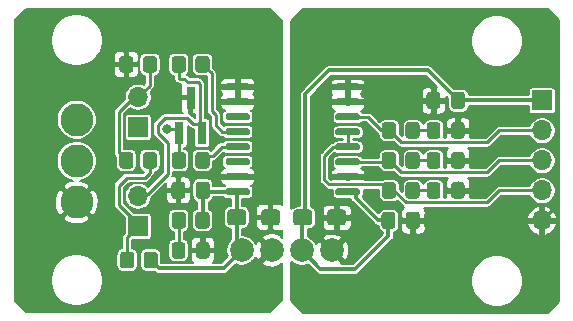
<source format=gtl>
G04 #@! TF.GenerationSoftware,KiCad,Pcbnew,5.1.12-84ad8e8a86~92~ubuntu16.04.1*
G04 #@! TF.CreationDate,2022-11-17T23:54:25+01:00*
G04 #@! TF.ProjectId,RS485-TTL,52533438-352d-4545-944c-2e6b69636164,rev?*
G04 #@! TF.SameCoordinates,Original*
G04 #@! TF.FileFunction,Copper,L1,Top*
G04 #@! TF.FilePolarity,Positive*
%FSLAX46Y46*%
G04 Gerber Fmt 4.6, Leading zero omitted, Abs format (unit mm)*
G04 Created by KiCad (PCBNEW 5.1.12-84ad8e8a86~92~ubuntu16.04.1) date 2022-11-17 23:54:25*
%MOMM*%
%LPD*%
G01*
G04 APERTURE LIST*
G04 #@! TA.AperFunction,ComponentPad*
%ADD10C,2.800000*%
G04 #@! TD*
G04 #@! TA.AperFunction,ComponentPad*
%ADD11O,1.700000X1.700000*%
G04 #@! TD*
G04 #@! TA.AperFunction,ComponentPad*
%ADD12R,1.700000X1.700000*%
G04 #@! TD*
G04 #@! TA.AperFunction,ComponentPad*
%ADD13C,2.000000*%
G04 #@! TD*
G04 #@! TA.AperFunction,SMDPad,CuDef*
%ADD14R,0.800000X1.900000*%
G04 #@! TD*
G04 #@! TA.AperFunction,ViaPad*
%ADD15C,0.800000*%
G04 #@! TD*
G04 #@! TA.AperFunction,Conductor*
%ADD16C,0.250000*%
G04 #@! TD*
G04 #@! TA.AperFunction,Conductor*
%ADD17C,0.350000*%
G04 #@! TD*
G04 #@! TA.AperFunction,Conductor*
%ADD18C,0.200000*%
G04 #@! TD*
G04 #@! TA.AperFunction,Conductor*
%ADD19C,0.100000*%
G04 #@! TD*
G04 #@! TA.AperFunction,Conductor*
%ADD20C,0.254000*%
G04 #@! TD*
G04 APERTURE END LIST*
D10*
X133350000Y-88392000D03*
X133350000Y-84892000D03*
X133350000Y-81392000D03*
D11*
X138557000Y-87884000D03*
D12*
X138557000Y-90424000D03*
G04 #@! TA.AperFunction,SMDPad,CuDef*
G36*
G01*
X154574000Y-90087001D02*
X154574000Y-89236999D01*
G75*
G02*
X154823999Y-88987000I249999J0D01*
G01*
X155899001Y-88987000D01*
G75*
G02*
X156149000Y-89236999I0J-249999D01*
G01*
X156149000Y-90087001D01*
G75*
G02*
X155899001Y-90337000I-249999J0D01*
G01*
X154823999Y-90337000D01*
G75*
G02*
X154574000Y-90087001I0J249999D01*
G01*
G37*
G04 #@! TD.AperFunction*
G04 #@! TA.AperFunction,SMDPad,CuDef*
G36*
G01*
X151699000Y-90087001D02*
X151699000Y-89236999D01*
G75*
G02*
X151948999Y-88987000I249999J0D01*
G01*
X153024001Y-88987000D01*
G75*
G02*
X153274000Y-89236999I0J-249999D01*
G01*
X153274000Y-90087001D01*
G75*
G02*
X153024001Y-90337000I-249999J0D01*
G01*
X151948999Y-90337000D01*
G75*
G02*
X151699000Y-90087001I0J249999D01*
G01*
G37*
G04 #@! TD.AperFunction*
D13*
X154940000Y-92456000D03*
X152400000Y-92456000D03*
X149860000Y-92456000D03*
X147320000Y-92456000D03*
G04 #@! TA.AperFunction,SMDPad,CuDef*
G36*
G01*
X141402000Y-85286001D02*
X141402000Y-84385999D01*
G75*
G02*
X141651999Y-84136000I249999J0D01*
G01*
X142352001Y-84136000D01*
G75*
G02*
X142602000Y-84385999I0J-249999D01*
G01*
X142602000Y-85286001D01*
G75*
G02*
X142352001Y-85536000I-249999J0D01*
G01*
X141651999Y-85536000D01*
G75*
G02*
X141402000Y-85286001I0J249999D01*
G01*
G37*
G04 #@! TD.AperFunction*
G04 #@! TA.AperFunction,SMDPad,CuDef*
G36*
G01*
X143402000Y-85286001D02*
X143402000Y-84385999D01*
G75*
G02*
X143651999Y-84136000I249999J0D01*
G01*
X144352001Y-84136000D01*
G75*
G02*
X144602000Y-84385999I0J-249999D01*
G01*
X144602000Y-85286001D01*
G75*
G02*
X144352001Y-85536000I-249999J0D01*
G01*
X143651999Y-85536000D01*
G75*
G02*
X143402000Y-85286001I0J249999D01*
G01*
G37*
G04 #@! TD.AperFunction*
G04 #@! TA.AperFunction,SMDPad,CuDef*
G36*
G01*
X159157000Y-90391000D02*
X159157000Y-89441000D01*
G75*
G02*
X159407000Y-89191000I250000J0D01*
G01*
X160082000Y-89191000D01*
G75*
G02*
X160332000Y-89441000I0J-250000D01*
G01*
X160332000Y-90391000D01*
G75*
G02*
X160082000Y-90641000I-250000J0D01*
G01*
X159407000Y-90641000D01*
G75*
G02*
X159157000Y-90391000I0J250000D01*
G01*
G37*
G04 #@! TD.AperFunction*
G04 #@! TA.AperFunction,SMDPad,CuDef*
G36*
G01*
X161232000Y-90391000D02*
X161232000Y-89441000D01*
G75*
G02*
X161482000Y-89191000I250000J0D01*
G01*
X162157000Y-89191000D01*
G75*
G02*
X162407000Y-89441000I0J-250000D01*
G01*
X162407000Y-90391000D01*
G75*
G02*
X162157000Y-90641000I-250000J0D01*
G01*
X161482000Y-90641000D01*
G75*
G02*
X161232000Y-90391000I0J250000D01*
G01*
G37*
G04 #@! TD.AperFunction*
G04 #@! TA.AperFunction,SMDPad,CuDef*
G36*
G01*
X141377000Y-87851000D02*
X141377000Y-86901000D01*
G75*
G02*
X141627000Y-86651000I250000J0D01*
G01*
X142302000Y-86651000D01*
G75*
G02*
X142552000Y-86901000I0J-250000D01*
G01*
X142552000Y-87851000D01*
G75*
G02*
X142302000Y-88101000I-250000J0D01*
G01*
X141627000Y-88101000D01*
G75*
G02*
X141377000Y-87851000I0J250000D01*
G01*
G37*
G04 #@! TD.AperFunction*
G04 #@! TA.AperFunction,SMDPad,CuDef*
G36*
G01*
X143452000Y-87851000D02*
X143452000Y-86901000D01*
G75*
G02*
X143702000Y-86651000I250000J0D01*
G01*
X144377000Y-86651000D01*
G75*
G02*
X144627000Y-86901000I0J-250000D01*
G01*
X144627000Y-87851000D01*
G75*
G02*
X144377000Y-88101000I-250000J0D01*
G01*
X143702000Y-88101000D01*
G75*
G02*
X143452000Y-87851000I0J250000D01*
G01*
G37*
G04 #@! TD.AperFunction*
G04 #@! TA.AperFunction,SMDPad,CuDef*
G36*
G01*
X150561000Y-89236999D02*
X150561000Y-90087001D01*
G75*
G02*
X150311001Y-90337000I-249999J0D01*
G01*
X149235999Y-90337000D01*
G75*
G02*
X148986000Y-90087001I0J249999D01*
G01*
X148986000Y-89236999D01*
G75*
G02*
X149235999Y-88987000I249999J0D01*
G01*
X150311001Y-88987000D01*
G75*
G02*
X150561000Y-89236999I0J-249999D01*
G01*
G37*
G04 #@! TD.AperFunction*
G04 #@! TA.AperFunction,SMDPad,CuDef*
G36*
G01*
X147686000Y-89236999D02*
X147686000Y-90087001D01*
G75*
G02*
X147436001Y-90337000I-249999J0D01*
G01*
X146360999Y-90337000D01*
G75*
G02*
X146111000Y-90087001I0J249999D01*
G01*
X146111000Y-89236999D01*
G75*
G02*
X146360999Y-88987000I249999J0D01*
G01*
X147436001Y-88987000D01*
G75*
G02*
X147686000Y-89236999I0J-249999D01*
G01*
G37*
G04 #@! TD.AperFunction*
D14*
X142052000Y-82526000D03*
X143952000Y-82526000D03*
X143002000Y-79526000D03*
G04 #@! TA.AperFunction,SMDPad,CuDef*
G36*
G01*
X141402000Y-77158001D02*
X141402000Y-76257999D01*
G75*
G02*
X141651999Y-76008000I249999J0D01*
G01*
X142352001Y-76008000D01*
G75*
G02*
X142602000Y-76257999I0J-249999D01*
G01*
X142602000Y-77158001D01*
G75*
G02*
X142352001Y-77408000I-249999J0D01*
G01*
X141651999Y-77408000D01*
G75*
G02*
X141402000Y-77158001I0J249999D01*
G01*
G37*
G04 #@! TD.AperFunction*
G04 #@! TA.AperFunction,SMDPad,CuDef*
G36*
G01*
X143402000Y-77158001D02*
X143402000Y-76257999D01*
G75*
G02*
X143651999Y-76008000I249999J0D01*
G01*
X144352001Y-76008000D01*
G75*
G02*
X144602000Y-76257999I0J-249999D01*
G01*
X144602000Y-77158001D01*
G75*
G02*
X144352001Y-77408000I-249999J0D01*
G01*
X143651999Y-77408000D01*
G75*
G02*
X143402000Y-77158001I0J249999D01*
G01*
G37*
G04 #@! TD.AperFunction*
G04 #@! TA.AperFunction,SMDPad,CuDef*
G36*
G01*
X157313000Y-87353000D02*
X157313000Y-87653000D01*
G75*
G02*
X157163000Y-87803000I-150000J0D01*
G01*
X155413000Y-87803000D01*
G75*
G02*
X155263000Y-87653000I0J150000D01*
G01*
X155263000Y-87353000D01*
G75*
G02*
X155413000Y-87203000I150000J0D01*
G01*
X157163000Y-87203000D01*
G75*
G02*
X157313000Y-87353000I0J-150000D01*
G01*
G37*
G04 #@! TD.AperFunction*
G04 #@! TA.AperFunction,SMDPad,CuDef*
G36*
G01*
X157313000Y-86083000D02*
X157313000Y-86383000D01*
G75*
G02*
X157163000Y-86533000I-150000J0D01*
G01*
X155413000Y-86533000D01*
G75*
G02*
X155263000Y-86383000I0J150000D01*
G01*
X155263000Y-86083000D01*
G75*
G02*
X155413000Y-85933000I150000J0D01*
G01*
X157163000Y-85933000D01*
G75*
G02*
X157313000Y-86083000I0J-150000D01*
G01*
G37*
G04 #@! TD.AperFunction*
G04 #@! TA.AperFunction,SMDPad,CuDef*
G36*
G01*
X157313000Y-84813000D02*
X157313000Y-85113000D01*
G75*
G02*
X157163000Y-85263000I-150000J0D01*
G01*
X155413000Y-85263000D01*
G75*
G02*
X155263000Y-85113000I0J150000D01*
G01*
X155263000Y-84813000D01*
G75*
G02*
X155413000Y-84663000I150000J0D01*
G01*
X157163000Y-84663000D01*
G75*
G02*
X157313000Y-84813000I0J-150000D01*
G01*
G37*
G04 #@! TD.AperFunction*
G04 #@! TA.AperFunction,SMDPad,CuDef*
G36*
G01*
X157313000Y-83543000D02*
X157313000Y-83843000D01*
G75*
G02*
X157163000Y-83993000I-150000J0D01*
G01*
X155413000Y-83993000D01*
G75*
G02*
X155263000Y-83843000I0J150000D01*
G01*
X155263000Y-83543000D01*
G75*
G02*
X155413000Y-83393000I150000J0D01*
G01*
X157163000Y-83393000D01*
G75*
G02*
X157313000Y-83543000I0J-150000D01*
G01*
G37*
G04 #@! TD.AperFunction*
G04 #@! TA.AperFunction,SMDPad,CuDef*
G36*
G01*
X157313000Y-82273000D02*
X157313000Y-82573000D01*
G75*
G02*
X157163000Y-82723000I-150000J0D01*
G01*
X155413000Y-82723000D01*
G75*
G02*
X155263000Y-82573000I0J150000D01*
G01*
X155263000Y-82273000D01*
G75*
G02*
X155413000Y-82123000I150000J0D01*
G01*
X157163000Y-82123000D01*
G75*
G02*
X157313000Y-82273000I0J-150000D01*
G01*
G37*
G04 #@! TD.AperFunction*
G04 #@! TA.AperFunction,SMDPad,CuDef*
G36*
G01*
X157313000Y-81003000D02*
X157313000Y-81303000D01*
G75*
G02*
X157163000Y-81453000I-150000J0D01*
G01*
X155413000Y-81453000D01*
G75*
G02*
X155263000Y-81303000I0J150000D01*
G01*
X155263000Y-81003000D01*
G75*
G02*
X155413000Y-80853000I150000J0D01*
G01*
X157163000Y-80853000D01*
G75*
G02*
X157313000Y-81003000I0J-150000D01*
G01*
G37*
G04 #@! TD.AperFunction*
G04 #@! TA.AperFunction,SMDPad,CuDef*
G36*
G01*
X157313000Y-79733000D02*
X157313000Y-80033000D01*
G75*
G02*
X157163000Y-80183000I-150000J0D01*
G01*
X155413000Y-80183000D01*
G75*
G02*
X155263000Y-80033000I0J150000D01*
G01*
X155263000Y-79733000D01*
G75*
G02*
X155413000Y-79583000I150000J0D01*
G01*
X157163000Y-79583000D01*
G75*
G02*
X157313000Y-79733000I0J-150000D01*
G01*
G37*
G04 #@! TD.AperFunction*
G04 #@! TA.AperFunction,SMDPad,CuDef*
G36*
G01*
X157313000Y-78463000D02*
X157313000Y-78763000D01*
G75*
G02*
X157163000Y-78913000I-150000J0D01*
G01*
X155413000Y-78913000D01*
G75*
G02*
X155263000Y-78763000I0J150000D01*
G01*
X155263000Y-78463000D01*
G75*
G02*
X155413000Y-78313000I150000J0D01*
G01*
X157163000Y-78313000D01*
G75*
G02*
X157313000Y-78463000I0J-150000D01*
G01*
G37*
G04 #@! TD.AperFunction*
G04 #@! TA.AperFunction,SMDPad,CuDef*
G36*
G01*
X148013000Y-78463000D02*
X148013000Y-78763000D01*
G75*
G02*
X147863000Y-78913000I-150000J0D01*
G01*
X146113000Y-78913000D01*
G75*
G02*
X145963000Y-78763000I0J150000D01*
G01*
X145963000Y-78463000D01*
G75*
G02*
X146113000Y-78313000I150000J0D01*
G01*
X147863000Y-78313000D01*
G75*
G02*
X148013000Y-78463000I0J-150000D01*
G01*
G37*
G04 #@! TD.AperFunction*
G04 #@! TA.AperFunction,SMDPad,CuDef*
G36*
G01*
X148013000Y-79733000D02*
X148013000Y-80033000D01*
G75*
G02*
X147863000Y-80183000I-150000J0D01*
G01*
X146113000Y-80183000D01*
G75*
G02*
X145963000Y-80033000I0J150000D01*
G01*
X145963000Y-79733000D01*
G75*
G02*
X146113000Y-79583000I150000J0D01*
G01*
X147863000Y-79583000D01*
G75*
G02*
X148013000Y-79733000I0J-150000D01*
G01*
G37*
G04 #@! TD.AperFunction*
G04 #@! TA.AperFunction,SMDPad,CuDef*
G36*
G01*
X148013000Y-81003000D02*
X148013000Y-81303000D01*
G75*
G02*
X147863000Y-81453000I-150000J0D01*
G01*
X146113000Y-81453000D01*
G75*
G02*
X145963000Y-81303000I0J150000D01*
G01*
X145963000Y-81003000D01*
G75*
G02*
X146113000Y-80853000I150000J0D01*
G01*
X147863000Y-80853000D01*
G75*
G02*
X148013000Y-81003000I0J-150000D01*
G01*
G37*
G04 #@! TD.AperFunction*
G04 #@! TA.AperFunction,SMDPad,CuDef*
G36*
G01*
X148013000Y-82273000D02*
X148013000Y-82573000D01*
G75*
G02*
X147863000Y-82723000I-150000J0D01*
G01*
X146113000Y-82723000D01*
G75*
G02*
X145963000Y-82573000I0J150000D01*
G01*
X145963000Y-82273000D01*
G75*
G02*
X146113000Y-82123000I150000J0D01*
G01*
X147863000Y-82123000D01*
G75*
G02*
X148013000Y-82273000I0J-150000D01*
G01*
G37*
G04 #@! TD.AperFunction*
G04 #@! TA.AperFunction,SMDPad,CuDef*
G36*
G01*
X148013000Y-83543000D02*
X148013000Y-83843000D01*
G75*
G02*
X147863000Y-83993000I-150000J0D01*
G01*
X146113000Y-83993000D01*
G75*
G02*
X145963000Y-83843000I0J150000D01*
G01*
X145963000Y-83543000D01*
G75*
G02*
X146113000Y-83393000I150000J0D01*
G01*
X147863000Y-83393000D01*
G75*
G02*
X148013000Y-83543000I0J-150000D01*
G01*
G37*
G04 #@! TD.AperFunction*
G04 #@! TA.AperFunction,SMDPad,CuDef*
G36*
G01*
X148013000Y-84813000D02*
X148013000Y-85113000D01*
G75*
G02*
X147863000Y-85263000I-150000J0D01*
G01*
X146113000Y-85263000D01*
G75*
G02*
X145963000Y-85113000I0J150000D01*
G01*
X145963000Y-84813000D01*
G75*
G02*
X146113000Y-84663000I150000J0D01*
G01*
X147863000Y-84663000D01*
G75*
G02*
X148013000Y-84813000I0J-150000D01*
G01*
G37*
G04 #@! TD.AperFunction*
G04 #@! TA.AperFunction,SMDPad,CuDef*
G36*
G01*
X148013000Y-86083000D02*
X148013000Y-86383000D01*
G75*
G02*
X147863000Y-86533000I-150000J0D01*
G01*
X146113000Y-86533000D01*
G75*
G02*
X145963000Y-86383000I0J150000D01*
G01*
X145963000Y-86083000D01*
G75*
G02*
X146113000Y-85933000I150000J0D01*
G01*
X147863000Y-85933000D01*
G75*
G02*
X148013000Y-86083000I0J-150000D01*
G01*
G37*
G04 #@! TD.AperFunction*
G04 #@! TA.AperFunction,SMDPad,CuDef*
G36*
G01*
X148013000Y-87353000D02*
X148013000Y-87653000D01*
G75*
G02*
X147863000Y-87803000I-150000J0D01*
G01*
X146113000Y-87803000D01*
G75*
G02*
X145963000Y-87653000I0J150000D01*
G01*
X145963000Y-87353000D01*
G75*
G02*
X146113000Y-87203000I150000J0D01*
G01*
X147863000Y-87203000D01*
G75*
G02*
X148013000Y-87353000I0J-150000D01*
G01*
G37*
G04 #@! TD.AperFunction*
G04 #@! TA.AperFunction,SMDPad,CuDef*
G36*
G01*
X166192000Y-81845999D02*
X166192000Y-82746001D01*
G75*
G02*
X165942001Y-82996000I-249999J0D01*
G01*
X165291999Y-82996000D01*
G75*
G02*
X165042000Y-82746001I0J249999D01*
G01*
X165042000Y-81845999D01*
G75*
G02*
X165291999Y-81596000I249999J0D01*
G01*
X165942001Y-81596000D01*
G75*
G02*
X166192000Y-81845999I0J-249999D01*
G01*
G37*
G04 #@! TD.AperFunction*
G04 #@! TA.AperFunction,SMDPad,CuDef*
G36*
G01*
X164142000Y-81845999D02*
X164142000Y-82746001D01*
G75*
G02*
X163892001Y-82996000I-249999J0D01*
G01*
X163241999Y-82996000D01*
G75*
G02*
X162992000Y-82746001I0J249999D01*
G01*
X162992000Y-81845999D01*
G75*
G02*
X163241999Y-81596000I249999J0D01*
G01*
X163892001Y-81596000D01*
G75*
G02*
X164142000Y-81845999I0J-249999D01*
G01*
G37*
G04 #@! TD.AperFunction*
G04 #@! TA.AperFunction,SMDPad,CuDef*
G36*
G01*
X164142000Y-84385999D02*
X164142000Y-85286001D01*
G75*
G02*
X163892001Y-85536000I-249999J0D01*
G01*
X163241999Y-85536000D01*
G75*
G02*
X162992000Y-85286001I0J249999D01*
G01*
X162992000Y-84385999D01*
G75*
G02*
X163241999Y-84136000I249999J0D01*
G01*
X163892001Y-84136000D01*
G75*
G02*
X164142000Y-84385999I0J-249999D01*
G01*
G37*
G04 #@! TD.AperFunction*
G04 #@! TA.AperFunction,SMDPad,CuDef*
G36*
G01*
X166192000Y-84385999D02*
X166192000Y-85286001D01*
G75*
G02*
X165942001Y-85536000I-249999J0D01*
G01*
X165291999Y-85536000D01*
G75*
G02*
X165042000Y-85286001I0J249999D01*
G01*
X165042000Y-84385999D01*
G75*
G02*
X165291999Y-84136000I249999J0D01*
G01*
X165942001Y-84136000D01*
G75*
G02*
X166192000Y-84385999I0J-249999D01*
G01*
G37*
G04 #@! TD.AperFunction*
G04 #@! TA.AperFunction,SMDPad,CuDef*
G36*
G01*
X166192000Y-86925999D02*
X166192000Y-87826001D01*
G75*
G02*
X165942001Y-88076000I-249999J0D01*
G01*
X165291999Y-88076000D01*
G75*
G02*
X165042000Y-87826001I0J249999D01*
G01*
X165042000Y-86925999D01*
G75*
G02*
X165291999Y-86676000I249999J0D01*
G01*
X165942001Y-86676000D01*
G75*
G02*
X166192000Y-86925999I0J-249999D01*
G01*
G37*
G04 #@! TD.AperFunction*
G04 #@! TA.AperFunction,SMDPad,CuDef*
G36*
G01*
X164142000Y-86925999D02*
X164142000Y-87826001D01*
G75*
G02*
X163892001Y-88076000I-249999J0D01*
G01*
X163241999Y-88076000D01*
G75*
G02*
X162992000Y-87826001I0J249999D01*
G01*
X162992000Y-86925999D01*
G75*
G02*
X163241999Y-86676000I249999J0D01*
G01*
X163892001Y-86676000D01*
G75*
G02*
X164142000Y-86925999I0J-249999D01*
G01*
G37*
G04 #@! TD.AperFunction*
G04 #@! TA.AperFunction,SMDPad,CuDef*
G36*
G01*
X142552000Y-92005999D02*
X142552000Y-92906001D01*
G75*
G02*
X142302001Y-93156000I-249999J0D01*
G01*
X141651999Y-93156000D01*
G75*
G02*
X141402000Y-92906001I0J249999D01*
G01*
X141402000Y-92005999D01*
G75*
G02*
X141651999Y-91756000I249999J0D01*
G01*
X142302001Y-91756000D01*
G75*
G02*
X142552000Y-92005999I0J-249999D01*
G01*
G37*
G04 #@! TD.AperFunction*
G04 #@! TA.AperFunction,SMDPad,CuDef*
G36*
G01*
X144602000Y-92005999D02*
X144602000Y-92906001D01*
G75*
G02*
X144352001Y-93156000I-249999J0D01*
G01*
X143701999Y-93156000D01*
G75*
G02*
X143452000Y-92906001I0J249999D01*
G01*
X143452000Y-92005999D01*
G75*
G02*
X143701999Y-91756000I249999J0D01*
G01*
X144352001Y-91756000D01*
G75*
G02*
X144602000Y-92005999I0J-249999D01*
G01*
G37*
G04 #@! TD.AperFunction*
D12*
X172720000Y-79756000D03*
D11*
X172720000Y-82296000D03*
X172720000Y-84836000D03*
X172720000Y-87376000D03*
X172720000Y-89916000D03*
G04 #@! TA.AperFunction,SMDPad,CuDef*
G36*
G01*
X159182000Y-82746001D02*
X159182000Y-81845999D01*
G75*
G02*
X159431999Y-81596000I249999J0D01*
G01*
X160132001Y-81596000D01*
G75*
G02*
X160382000Y-81845999I0J-249999D01*
G01*
X160382000Y-82746001D01*
G75*
G02*
X160132001Y-82996000I-249999J0D01*
G01*
X159431999Y-82996000D01*
G75*
G02*
X159182000Y-82746001I0J249999D01*
G01*
G37*
G04 #@! TD.AperFunction*
G04 #@! TA.AperFunction,SMDPad,CuDef*
G36*
G01*
X161182000Y-82746001D02*
X161182000Y-81845999D01*
G75*
G02*
X161431999Y-81596000I249999J0D01*
G01*
X162132001Y-81596000D01*
G75*
G02*
X162382000Y-81845999I0J-249999D01*
G01*
X162382000Y-82746001D01*
G75*
G02*
X162132001Y-82996000I-249999J0D01*
G01*
X161431999Y-82996000D01*
G75*
G02*
X161182000Y-82746001I0J249999D01*
G01*
G37*
G04 #@! TD.AperFunction*
G04 #@! TA.AperFunction,SMDPad,CuDef*
G36*
G01*
X161182000Y-85286001D02*
X161182000Y-84385999D01*
G75*
G02*
X161431999Y-84136000I249999J0D01*
G01*
X162132001Y-84136000D01*
G75*
G02*
X162382000Y-84385999I0J-249999D01*
G01*
X162382000Y-85286001D01*
G75*
G02*
X162132001Y-85536000I-249999J0D01*
G01*
X161431999Y-85536000D01*
G75*
G02*
X161182000Y-85286001I0J249999D01*
G01*
G37*
G04 #@! TD.AperFunction*
G04 #@! TA.AperFunction,SMDPad,CuDef*
G36*
G01*
X159182000Y-85286001D02*
X159182000Y-84385999D01*
G75*
G02*
X159431999Y-84136000I249999J0D01*
G01*
X160132001Y-84136000D01*
G75*
G02*
X160382000Y-84385999I0J-249999D01*
G01*
X160382000Y-85286001D01*
G75*
G02*
X160132001Y-85536000I-249999J0D01*
G01*
X159431999Y-85536000D01*
G75*
G02*
X159182000Y-85286001I0J249999D01*
G01*
G37*
G04 #@! TD.AperFunction*
G04 #@! TA.AperFunction,SMDPad,CuDef*
G36*
G01*
X159182000Y-87826001D02*
X159182000Y-86925999D01*
G75*
G02*
X159431999Y-86676000I249999J0D01*
G01*
X160132001Y-86676000D01*
G75*
G02*
X160382000Y-86925999I0J-249999D01*
G01*
X160382000Y-87826001D01*
G75*
G02*
X160132001Y-88076000I-249999J0D01*
G01*
X159431999Y-88076000D01*
G75*
G02*
X159182000Y-87826001I0J249999D01*
G01*
G37*
G04 #@! TD.AperFunction*
G04 #@! TA.AperFunction,SMDPad,CuDef*
G36*
G01*
X161182000Y-87826001D02*
X161182000Y-86925999D01*
G75*
G02*
X161431999Y-86676000I249999J0D01*
G01*
X162132001Y-86676000D01*
G75*
G02*
X162382000Y-86925999I0J-249999D01*
G01*
X162382000Y-87826001D01*
G75*
G02*
X162132001Y-88076000I-249999J0D01*
G01*
X161431999Y-88076000D01*
G75*
G02*
X161182000Y-87826001I0J249999D01*
G01*
G37*
G04 #@! TD.AperFunction*
G04 #@! TA.AperFunction,SMDPad,CuDef*
G36*
G01*
X142602000Y-89465999D02*
X142602000Y-90366001D01*
G75*
G02*
X142352001Y-90616000I-249999J0D01*
G01*
X141651999Y-90616000D01*
G75*
G02*
X141402000Y-90366001I0J249999D01*
G01*
X141402000Y-89465999D01*
G75*
G02*
X141651999Y-89216000I249999J0D01*
G01*
X142352001Y-89216000D01*
G75*
G02*
X142602000Y-89465999I0J-249999D01*
G01*
G37*
G04 #@! TD.AperFunction*
G04 #@! TA.AperFunction,SMDPad,CuDef*
G36*
G01*
X144602000Y-89465999D02*
X144602000Y-90366001D01*
G75*
G02*
X144352001Y-90616000I-249999J0D01*
G01*
X143651999Y-90616000D01*
G75*
G02*
X143402000Y-90366001I0J249999D01*
G01*
X143402000Y-89465999D01*
G75*
G02*
X143651999Y-89216000I249999J0D01*
G01*
X144352001Y-89216000D01*
G75*
G02*
X144602000Y-89465999I0J-249999D01*
G01*
G37*
G04 #@! TD.AperFunction*
G04 #@! TA.AperFunction,SMDPad,CuDef*
G36*
G01*
X166217000Y-79281000D02*
X166217000Y-80231000D01*
G75*
G02*
X165967000Y-80481000I-250000J0D01*
G01*
X165292000Y-80481000D01*
G75*
G02*
X165042000Y-80231000I0J250000D01*
G01*
X165042000Y-79281000D01*
G75*
G02*
X165292000Y-79031000I250000J0D01*
G01*
X165967000Y-79031000D01*
G75*
G02*
X166217000Y-79281000I0J-250000D01*
G01*
G37*
G04 #@! TD.AperFunction*
G04 #@! TA.AperFunction,SMDPad,CuDef*
G36*
G01*
X164142000Y-79281000D02*
X164142000Y-80231000D01*
G75*
G02*
X163892000Y-80481000I-250000J0D01*
G01*
X163217000Y-80481000D01*
G75*
G02*
X162967000Y-80231000I0J250000D01*
G01*
X162967000Y-79281000D01*
G75*
G02*
X163217000Y-79031000I250000J0D01*
G01*
X163892000Y-79031000D01*
G75*
G02*
X164142000Y-79281000I0J-250000D01*
G01*
G37*
G04 #@! TD.AperFunction*
D12*
X138557000Y-82042000D03*
D11*
X138557000Y-79502000D03*
G04 #@! TA.AperFunction,SMDPad,CuDef*
G36*
G01*
X136957000Y-77158001D02*
X136957000Y-76257999D01*
G75*
G02*
X137206999Y-76008000I249999J0D01*
G01*
X137907001Y-76008000D01*
G75*
G02*
X138157000Y-76257999I0J-249999D01*
G01*
X138157000Y-77158001D01*
G75*
G02*
X137907001Y-77408000I-249999J0D01*
G01*
X137206999Y-77408000D01*
G75*
G02*
X136957000Y-77158001I0J249999D01*
G01*
G37*
G04 #@! TD.AperFunction*
G04 #@! TA.AperFunction,SMDPad,CuDef*
G36*
G01*
X138957000Y-77158001D02*
X138957000Y-76257999D01*
G75*
G02*
X139206999Y-76008000I249999J0D01*
G01*
X139907001Y-76008000D01*
G75*
G02*
X140157000Y-76257999I0J-249999D01*
G01*
X140157000Y-77158001D01*
G75*
G02*
X139907001Y-77408000I-249999J0D01*
G01*
X139206999Y-77408000D01*
G75*
G02*
X138957000Y-77158001I0J249999D01*
G01*
G37*
G04 #@! TD.AperFunction*
G04 #@! TA.AperFunction,SMDPad,CuDef*
G36*
G01*
X138957000Y-85286001D02*
X138957000Y-84385999D01*
G75*
G02*
X139206999Y-84136000I249999J0D01*
G01*
X139907001Y-84136000D01*
G75*
G02*
X140157000Y-84385999I0J-249999D01*
G01*
X140157000Y-85286001D01*
G75*
G02*
X139907001Y-85536000I-249999J0D01*
G01*
X139206999Y-85536000D01*
G75*
G02*
X138957000Y-85286001I0J249999D01*
G01*
G37*
G04 #@! TD.AperFunction*
G04 #@! TA.AperFunction,SMDPad,CuDef*
G36*
G01*
X136957000Y-85286001D02*
X136957000Y-84385999D01*
G75*
G02*
X137206999Y-84136000I249999J0D01*
G01*
X137907001Y-84136000D01*
G75*
G02*
X138157000Y-84385999I0J-249999D01*
G01*
X138157000Y-85286001D01*
G75*
G02*
X137907001Y-85536000I-249999J0D01*
G01*
X137206999Y-85536000D01*
G75*
G02*
X136957000Y-85286001I0J249999D01*
G01*
G37*
G04 #@! TD.AperFunction*
G04 #@! TA.AperFunction,SMDPad,CuDef*
G36*
G01*
X137020500Y-93731501D02*
X137020500Y-92831499D01*
G75*
G02*
X137270499Y-92581500I249999J0D01*
G01*
X137970501Y-92581500D01*
G75*
G02*
X138220500Y-92831499I0J-249999D01*
G01*
X138220500Y-93731501D01*
G75*
G02*
X137970501Y-93981500I-249999J0D01*
G01*
X137270499Y-93981500D01*
G75*
G02*
X137020500Y-93731501I0J249999D01*
G01*
G37*
G04 #@! TD.AperFunction*
G04 #@! TA.AperFunction,SMDPad,CuDef*
G36*
G01*
X139020500Y-93731501D02*
X139020500Y-92831499D01*
G75*
G02*
X139270499Y-92581500I249999J0D01*
G01*
X139970501Y-92581500D01*
G75*
G02*
X140220500Y-92831499I0J-249999D01*
G01*
X140220500Y-93731501D01*
G75*
G02*
X139970501Y-93981500I-249999J0D01*
G01*
X139270499Y-93981500D01*
G75*
G02*
X139020500Y-93731501I0J249999D01*
G01*
G37*
G04 #@! TD.AperFunction*
D15*
X163195000Y-89916000D03*
X157988000Y-86106000D03*
X157734000Y-79248000D03*
X167894000Y-84836000D03*
X167894000Y-87376000D03*
X157988000Y-87757000D03*
X173228000Y-72898000D03*
X173228000Y-96774000D03*
X154559000Y-87630000D03*
X152400000Y-72898000D03*
X163195000Y-72898000D03*
X163195000Y-96774000D03*
X152400000Y-96774000D03*
X151892000Y-88011000D03*
X167894000Y-82296000D03*
X151892000Y-83058000D03*
X162179000Y-79756000D03*
X149860000Y-96774000D03*
X149860000Y-72898000D03*
X148717000Y-79883000D03*
X148717000Y-86233000D03*
X141732000Y-79502000D03*
X140716000Y-96774000D03*
X139954000Y-72898000D03*
X129032000Y-72898000D03*
X129032000Y-96774000D03*
X129032000Y-84899500D03*
X140589000Y-87757000D03*
X143129000Y-86042500D03*
X136206989Y-83566000D03*
X136206989Y-80518000D03*
X137541000Y-75374500D03*
X136356944Y-86518750D03*
X145288000Y-92456000D03*
X140969999Y-82176902D03*
D16*
X156288000Y-87503000D02*
X157099000Y-87503000D01*
X159744500Y-89916000D02*
X159512000Y-89916000D01*
D17*
X159744500Y-89916000D02*
X158881002Y-89916000D01*
X158881002Y-89916000D02*
X156972000Y-88006998D01*
X156972000Y-88006998D02*
X156972000Y-87378000D01*
X156413000Y-87378000D02*
X156288000Y-87503000D01*
X156972000Y-87378000D02*
X156413000Y-87378000D01*
X172720000Y-79756000D02*
X165629500Y-79756000D01*
X152667001Y-89481499D02*
X152486500Y-89662000D01*
X165629500Y-79756000D02*
X163089500Y-77216000D01*
X154686000Y-77216000D02*
X152667001Y-79234999D01*
X163089500Y-77216000D02*
X154686000Y-77216000D01*
X152667001Y-79234999D02*
X152667001Y-89481499D01*
X152400000Y-89748500D02*
X152486500Y-89662000D01*
X152400000Y-92456000D02*
X152400000Y-89748500D01*
X159744500Y-91207500D02*
X159744500Y-89916000D01*
X153987500Y-94043500D02*
X156908500Y-94043500D01*
X156908500Y-94043500D02*
X159744500Y-91207500D01*
X152400000Y-92456000D02*
X153987500Y-94043500D01*
D16*
X161685590Y-89916000D02*
X161819500Y-89916000D01*
X165617000Y-86676000D02*
X165617000Y-87376000D01*
X156288000Y-79883000D02*
X155263000Y-79883000D01*
X173895001Y-88740999D02*
X172720000Y-89916000D01*
X171101001Y-81120999D02*
X173284001Y-81120999D01*
X173482000Y-83858998D02*
X173895001Y-84271999D01*
X170376010Y-81845990D02*
X171101001Y-81120999D01*
X165617000Y-82296000D02*
X166067010Y-81845990D01*
X173482000Y-83463000D02*
X173482000Y-83858998D01*
X173895001Y-84271999D02*
X173895001Y-88740999D01*
X173284001Y-81120999D02*
X173895001Y-81731999D01*
X173895001Y-81731999D02*
X173895001Y-83049999D01*
X173895001Y-83049999D02*
X173482000Y-83463000D01*
X156288000Y-78613000D02*
X156288000Y-79883000D01*
X144166500Y-87503000D02*
X144039500Y-87376000D01*
D17*
X146988000Y-87503000D02*
X144166500Y-87503000D01*
X146898500Y-87592500D02*
X146988000Y-87503000D01*
X146898500Y-89662000D02*
X146898500Y-87592500D01*
X144039500Y-89878500D02*
X144002000Y-89916000D01*
X144039500Y-87376000D02*
X144039500Y-89878500D01*
X146898500Y-92034500D02*
X147320000Y-92456000D01*
X146898500Y-89662000D02*
X146898500Y-92034500D01*
X147320000Y-92456000D02*
X145796000Y-93980000D01*
X140319000Y-93980000D02*
X139620500Y-93281500D01*
X145796000Y-93980000D02*
X140319000Y-93980000D01*
D16*
X142002000Y-82576000D02*
X142052000Y-82526000D01*
X142002000Y-84836000D02*
X142002000Y-82576000D01*
X139041000Y-82526000D02*
X138557000Y-82042000D01*
X141702902Y-82176902D02*
X142052000Y-82526000D01*
X140969999Y-82176902D02*
X141702902Y-82176902D01*
X142002000Y-77216000D02*
X142002000Y-77911000D01*
X139382500Y-87693500D02*
X138557000Y-87693500D01*
X141076990Y-85999010D02*
X139382500Y-87693500D01*
X141076990Y-85999010D02*
X141076990Y-83348992D01*
X141076990Y-83348992D02*
X140244999Y-82517001D01*
X140244999Y-81820999D02*
X140814999Y-81250999D01*
X140244999Y-82517001D02*
X140244999Y-81820999D01*
X142712001Y-81250999D02*
X143185502Y-81724500D01*
X140814999Y-81250999D02*
X142712001Y-81250999D01*
X143185502Y-81724500D02*
X143700500Y-81724500D01*
X143952000Y-81976000D02*
X143952000Y-82526000D01*
X143700500Y-81724500D02*
X143952000Y-81976000D01*
X142002000Y-77911000D02*
X142427000Y-77911000D01*
X142427000Y-77911000D02*
X142748000Y-78232000D01*
X143643002Y-78232000D02*
X143764000Y-78352998D01*
X142748000Y-78232000D02*
X143643002Y-78232000D01*
X143764000Y-82338000D02*
X143952000Y-82526000D01*
X143764000Y-78352998D02*
X143764000Y-82338000D01*
X156288000Y-81153000D02*
X157313000Y-81153000D01*
X159129590Y-82296000D02*
X159782000Y-82296000D01*
X157986590Y-81153000D02*
X159129590Y-82296000D01*
X156288000Y-81153000D02*
X157986590Y-81153000D01*
X169094002Y-82296000D02*
X172720000Y-82296000D01*
X168068992Y-83321010D02*
X169094002Y-82296000D01*
X160807010Y-83321010D02*
X168068992Y-83321010D01*
X159782000Y-82296000D02*
X160807010Y-83321010D01*
X159655000Y-84963000D02*
X159782000Y-84836000D01*
X156288000Y-84963000D02*
X159655000Y-84963000D01*
X160807010Y-85861010D02*
X167179992Y-85861010D01*
X159782000Y-84836000D02*
X160807010Y-85861010D01*
X167179992Y-85861010D02*
X168068992Y-85861010D01*
X169094002Y-84836000D02*
X168621001Y-85309001D01*
X168621001Y-85309001D02*
X168746001Y-85184001D01*
X172720000Y-84836000D02*
X169094002Y-84836000D01*
X168068992Y-85861010D02*
X168621001Y-85309001D01*
X156288000Y-82423000D02*
X156288000Y-83693000D01*
X159782000Y-87376000D02*
X159283990Y-86877990D01*
X154686000Y-86868000D02*
X159274000Y-86868000D01*
X156288000Y-83693000D02*
X155067000Y-83693000D01*
X155067000Y-83693000D02*
X154305000Y-84455000D01*
X159274000Y-86868000D02*
X159782000Y-87376000D01*
X154305000Y-86487000D02*
X154686000Y-86868000D01*
X154305000Y-84455000D02*
X154305000Y-86487000D01*
X169094002Y-87376000D02*
X172720000Y-87376000D01*
X160168810Y-87376000D02*
X161193820Y-88401010D01*
X159782000Y-87376000D02*
X160168810Y-87376000D01*
X168068992Y-88401010D02*
X169094002Y-87376000D01*
X161193820Y-88401010D02*
X168068992Y-88401010D01*
X142002000Y-92431000D02*
X141977000Y-92456000D01*
X142002000Y-89916000D02*
X142002000Y-92431000D01*
X163567000Y-82296000D02*
X161782000Y-82296000D01*
X163567000Y-84836000D02*
X161782000Y-84836000D01*
X163567000Y-87376000D02*
X161782000Y-87376000D01*
X139557000Y-78502000D02*
X138557000Y-79502000D01*
X139557000Y-76708000D02*
X139557000Y-78502000D01*
X138557000Y-79502000D02*
X138175588Y-79502000D01*
X136931989Y-84210989D02*
X137557000Y-84836000D01*
X136931989Y-80745599D02*
X136931989Y-84210989D01*
X138175588Y-79502000D02*
X136931989Y-80745599D01*
X136906000Y-88582500D02*
X138557000Y-90233500D01*
X136906000Y-86995000D02*
X136906000Y-88582500D01*
X139128500Y-86296500D02*
X137604500Y-86296500D01*
X139557000Y-85868000D02*
X139128500Y-86296500D01*
X139557000Y-84836000D02*
X139557000Y-85868000D01*
X137604500Y-86296500D02*
X136906000Y-86995000D01*
X137620500Y-91360500D02*
X138557000Y-90424000D01*
X137620500Y-93281500D02*
X137620500Y-91360500D01*
X146380000Y-83693000D02*
X146988000Y-83693000D01*
X144002000Y-84836000D02*
X144400822Y-84836000D01*
X144341788Y-84496212D02*
X144865788Y-84496212D01*
X144002000Y-84836000D02*
X144341788Y-84496212D01*
X145669000Y-83693000D02*
X146988000Y-83693000D01*
X144865788Y-84496212D02*
X145669000Y-83693000D01*
X145127012Y-81881012D02*
X145669000Y-82423000D01*
X145669000Y-82423000D02*
X146988000Y-82423000D01*
X145127012Y-81881012D02*
X145127012Y-81182512D01*
X145127012Y-81881012D02*
X145127012Y-80992012D01*
X144772000Y-80637000D02*
X144772000Y-77478000D01*
X145127012Y-80992012D02*
X144772000Y-80637000D01*
X144002000Y-76708000D02*
X144772000Y-77478000D01*
D18*
X150776000Y-73002922D02*
X150776000Y-88591671D01*
X150734041Y-88569243D01*
X150649215Y-88543511D01*
X150561000Y-88534823D01*
X150040000Y-88537000D01*
X149927500Y-88649500D01*
X149927500Y-89508000D01*
X149947500Y-89508000D01*
X149947500Y-89816000D01*
X149927500Y-89816000D01*
X149927500Y-90674500D01*
X150040000Y-90787000D01*
X150561000Y-90789177D01*
X150649215Y-90780489D01*
X150734041Y-90754757D01*
X150776000Y-90732329D01*
X150776000Y-91322208D01*
X150695564Y-91402644D01*
X150587027Y-91193333D01*
X150326723Y-91075759D01*
X150048484Y-91011227D01*
X149763001Y-91002217D01*
X149481245Y-91049074D01*
X149214045Y-91149999D01*
X149132973Y-91193333D01*
X149024435Y-91402646D01*
X149860000Y-92238211D01*
X149874142Y-92224069D01*
X150091931Y-92441858D01*
X150077789Y-92456000D01*
X150091931Y-92470142D01*
X149874142Y-92687931D01*
X149860000Y-92673789D01*
X149024435Y-93509354D01*
X149132973Y-93718667D01*
X149393277Y-93836241D01*
X149671516Y-93900773D01*
X149956999Y-93909783D01*
X150238755Y-93862926D01*
X150505955Y-93762001D01*
X150587027Y-93718667D01*
X150695564Y-93509356D01*
X150776000Y-93589792D01*
X150776000Y-96669078D01*
X149755078Y-97690000D01*
X129073422Y-97690000D01*
X128116000Y-96732578D01*
X128116000Y-94779319D01*
X131150000Y-94779319D01*
X131150000Y-95212681D01*
X131234545Y-95637716D01*
X131400385Y-96038091D01*
X131641148Y-96398418D01*
X131947582Y-96704852D01*
X132307909Y-96945615D01*
X132708284Y-97111455D01*
X133133319Y-97196000D01*
X133566681Y-97196000D01*
X133991716Y-97111455D01*
X134392091Y-96945615D01*
X134752418Y-96704852D01*
X135058852Y-96398418D01*
X135299615Y-96038091D01*
X135465455Y-95637716D01*
X135550000Y-95212681D01*
X135550000Y-94779319D01*
X135465455Y-94354284D01*
X135299615Y-93953909D01*
X135058852Y-93593582D01*
X134752418Y-93287148D01*
X134392091Y-93046385D01*
X133991716Y-92880545D01*
X133566681Y-92796000D01*
X133133319Y-92796000D01*
X132708284Y-92880545D01*
X132307909Y-93046385D01*
X131947582Y-93287148D01*
X131641148Y-93593582D01*
X131400385Y-93953909D01*
X131234545Y-94354284D01*
X131150000Y-94779319D01*
X128116000Y-94779319D01*
X128116000Y-89731011D01*
X132228778Y-89731011D01*
X132385680Y-89981272D01*
X132714261Y-90138864D01*
X133067273Y-90229326D01*
X133431150Y-90249180D01*
X133791909Y-90197663D01*
X134135685Y-90076755D01*
X134314320Y-89981272D01*
X134471222Y-89731011D01*
X133350000Y-88609789D01*
X132228778Y-89731011D01*
X128116000Y-89731011D01*
X128116000Y-88473150D01*
X131492820Y-88473150D01*
X131544337Y-88833909D01*
X131665245Y-89177685D01*
X131760728Y-89356320D01*
X132010989Y-89513222D01*
X133132211Y-88392000D01*
X133567789Y-88392000D01*
X134689011Y-89513222D01*
X134939272Y-89356320D01*
X135096864Y-89027739D01*
X135187326Y-88674727D01*
X135207180Y-88310850D01*
X135155663Y-87950091D01*
X135034755Y-87606315D01*
X134939272Y-87427680D01*
X134689011Y-87270778D01*
X133567789Y-88392000D01*
X133132211Y-88392000D01*
X132010989Y-87270778D01*
X131760728Y-87427680D01*
X131603136Y-87756261D01*
X131512674Y-88109273D01*
X131492820Y-88473150D01*
X128116000Y-88473150D01*
X128116000Y-84724565D01*
X131650000Y-84724565D01*
X131650000Y-85059435D01*
X131715330Y-85387872D01*
X131843479Y-85697252D01*
X132029523Y-85975687D01*
X132266313Y-86212477D01*
X132544748Y-86398521D01*
X132854128Y-86526670D01*
X133051290Y-86565888D01*
X132908091Y-86586337D01*
X132564315Y-86707245D01*
X132385680Y-86802728D01*
X132228778Y-87052989D01*
X133350000Y-88174211D01*
X134471222Y-87052989D01*
X134434866Y-86995000D01*
X136478945Y-86995000D01*
X136481000Y-87015867D01*
X136481001Y-88561624D01*
X136478945Y-88582500D01*
X136487150Y-88665814D01*
X136505871Y-88727526D01*
X136511453Y-88745927D01*
X136550917Y-88819760D01*
X136604027Y-88884474D01*
X136620239Y-88897779D01*
X137405549Y-89683089D01*
X137405549Y-90974411D01*
X137334739Y-91045221D01*
X137318527Y-91058526D01*
X137265417Y-91123240D01*
X137247907Y-91156000D01*
X137225953Y-91197073D01*
X137201650Y-91277186D01*
X137193445Y-91360500D01*
X137195501Y-91381377D01*
X137195501Y-92287436D01*
X137162916Y-92290645D01*
X137059468Y-92322026D01*
X136964130Y-92372985D01*
X136880565Y-92441565D01*
X136811985Y-92525130D01*
X136761026Y-92620468D01*
X136729645Y-92723916D01*
X136719049Y-92831499D01*
X136719049Y-93731501D01*
X136729645Y-93839084D01*
X136761026Y-93942532D01*
X136811985Y-94037870D01*
X136880565Y-94121435D01*
X136964130Y-94190015D01*
X137059468Y-94240974D01*
X137162916Y-94272355D01*
X137270499Y-94282951D01*
X137970501Y-94282951D01*
X138078084Y-94272355D01*
X138181532Y-94240974D01*
X138276870Y-94190015D01*
X138360435Y-94121435D01*
X138429015Y-94037870D01*
X138479974Y-93942532D01*
X138511355Y-93839084D01*
X138521951Y-93731501D01*
X138521951Y-92831499D01*
X138719049Y-92831499D01*
X138719049Y-93731501D01*
X138729645Y-93839084D01*
X138761026Y-93942532D01*
X138811985Y-94037870D01*
X138880565Y-94121435D01*
X138964130Y-94190015D01*
X139059468Y-94240974D01*
X139162916Y-94272355D01*
X139270499Y-94282951D01*
X139950200Y-94282951D01*
X139966620Y-94299371D01*
X139981499Y-94317501D01*
X140053827Y-94376859D01*
X140136346Y-94420966D01*
X140198722Y-94439888D01*
X140225883Y-94448127D01*
X140318999Y-94457298D01*
X140342331Y-94455000D01*
X145772668Y-94455000D01*
X145796000Y-94457298D01*
X145819332Y-94455000D01*
X145889116Y-94448127D01*
X145978654Y-94420966D01*
X146061173Y-94376859D01*
X146133501Y-94317501D01*
X146148384Y-94299366D01*
X146800022Y-93647728D01*
X146940804Y-93706042D01*
X147191961Y-93756000D01*
X147448039Y-93756000D01*
X147699196Y-93706042D01*
X147935781Y-93608045D01*
X148148702Y-93465776D01*
X148329776Y-93284702D01*
X148472045Y-93071781D01*
X148508949Y-92982686D01*
X148553999Y-93101955D01*
X148597333Y-93183027D01*
X148806646Y-93291565D01*
X149642211Y-92456000D01*
X148806646Y-91620435D01*
X148597333Y-91728973D01*
X148507942Y-91926881D01*
X148472045Y-91840219D01*
X148329776Y-91627298D01*
X148148702Y-91446224D01*
X147935781Y-91303955D01*
X147699196Y-91205958D01*
X147448039Y-91156000D01*
X147373500Y-91156000D01*
X147373500Y-90638451D01*
X147436001Y-90638451D01*
X147543584Y-90627855D01*
X147647032Y-90596474D01*
X147742370Y-90545515D01*
X147825935Y-90476935D01*
X147894515Y-90393370D01*
X147924645Y-90337000D01*
X148533823Y-90337000D01*
X148542511Y-90425215D01*
X148568243Y-90510041D01*
X148610029Y-90588216D01*
X148666263Y-90656737D01*
X148734784Y-90712971D01*
X148812959Y-90754757D01*
X148897785Y-90780489D01*
X148986000Y-90789177D01*
X149507000Y-90787000D01*
X149619500Y-90674500D01*
X149619500Y-89816000D01*
X148648500Y-89816000D01*
X148536000Y-89928500D01*
X148533823Y-90337000D01*
X147924645Y-90337000D01*
X147945474Y-90298032D01*
X147976855Y-90194584D01*
X147987451Y-90087001D01*
X147987451Y-89236999D01*
X147976855Y-89129416D01*
X147945474Y-89025968D01*
X147924646Y-88987000D01*
X148533823Y-88987000D01*
X148536000Y-89395500D01*
X148648500Y-89508000D01*
X149619500Y-89508000D01*
X149619500Y-88649500D01*
X149507000Y-88537000D01*
X148986000Y-88534823D01*
X148897785Y-88543511D01*
X148812959Y-88569243D01*
X148734784Y-88611029D01*
X148666263Y-88667263D01*
X148610029Y-88735784D01*
X148568243Y-88813959D01*
X148542511Y-88898785D01*
X148533823Y-88987000D01*
X147924646Y-88987000D01*
X147894515Y-88930630D01*
X147825935Y-88847065D01*
X147742370Y-88778485D01*
X147647032Y-88727526D01*
X147543584Y-88696145D01*
X147436001Y-88685549D01*
X147373500Y-88685549D01*
X147373500Y-88104451D01*
X147863000Y-88104451D01*
X147951074Y-88095776D01*
X148035763Y-88070086D01*
X148113813Y-88028368D01*
X148182224Y-87972224D01*
X148238368Y-87903813D01*
X148280086Y-87825763D01*
X148305776Y-87741074D01*
X148314451Y-87653000D01*
X148314451Y-87353000D01*
X148305776Y-87264926D01*
X148280086Y-87180237D01*
X148238368Y-87102187D01*
X148182224Y-87033776D01*
X148113813Y-86977632D01*
X148107888Y-86974465D01*
X148186041Y-86950757D01*
X148264216Y-86908971D01*
X148332737Y-86852737D01*
X148388971Y-86784216D01*
X148430757Y-86706041D01*
X148456489Y-86621215D01*
X148465177Y-86533000D01*
X148463000Y-86499500D01*
X148350500Y-86387000D01*
X147142000Y-86387000D01*
X147142000Y-86407000D01*
X146834000Y-86407000D01*
X146834000Y-86387000D01*
X145625500Y-86387000D01*
X145513000Y-86499500D01*
X145510823Y-86533000D01*
X145519511Y-86621215D01*
X145545243Y-86706041D01*
X145587029Y-86784216D01*
X145643263Y-86852737D01*
X145711784Y-86908971D01*
X145789959Y-86950757D01*
X145868112Y-86974465D01*
X145862187Y-86977632D01*
X145800814Y-87028000D01*
X144928451Y-87028000D01*
X144928451Y-86901000D01*
X144917855Y-86793417D01*
X144886474Y-86689969D01*
X144835515Y-86594630D01*
X144766935Y-86511065D01*
X144683370Y-86442485D01*
X144588031Y-86391526D01*
X144484583Y-86360145D01*
X144377000Y-86349549D01*
X143702000Y-86349549D01*
X143594417Y-86360145D01*
X143490969Y-86391526D01*
X143395630Y-86442485D01*
X143312065Y-86511065D01*
X143243485Y-86594630D01*
X143192526Y-86689969D01*
X143161145Y-86793417D01*
X143150549Y-86901000D01*
X143150549Y-87851000D01*
X143161145Y-87958583D01*
X143192526Y-88062031D01*
X143243485Y-88157370D01*
X143312065Y-88240935D01*
X143395630Y-88309515D01*
X143490969Y-88360474D01*
X143564500Y-88382780D01*
X143564501Y-88923167D01*
X143544416Y-88925145D01*
X143440968Y-88956526D01*
X143345630Y-89007485D01*
X143262065Y-89076065D01*
X143193485Y-89159630D01*
X143142526Y-89254968D01*
X143111145Y-89358416D01*
X143100549Y-89465999D01*
X143100549Y-90366001D01*
X143111145Y-90473584D01*
X143142526Y-90577032D01*
X143193485Y-90672370D01*
X143262065Y-90755935D01*
X143345630Y-90824515D01*
X143440968Y-90875474D01*
X143544416Y-90906855D01*
X143651999Y-90917451D01*
X144352001Y-90917451D01*
X144459584Y-90906855D01*
X144563032Y-90875474D01*
X144658370Y-90824515D01*
X144741935Y-90755935D01*
X144810515Y-90672370D01*
X144861474Y-90577032D01*
X144892855Y-90473584D01*
X144903451Y-90366001D01*
X144903451Y-89465999D01*
X144892855Y-89358416D01*
X144861474Y-89254968D01*
X144810515Y-89159630D01*
X144741935Y-89076065D01*
X144658370Y-89007485D01*
X144563032Y-88956526D01*
X144514500Y-88941804D01*
X144514500Y-88382780D01*
X144588031Y-88360474D01*
X144683370Y-88309515D01*
X144766935Y-88240935D01*
X144835515Y-88157370D01*
X144886474Y-88062031D01*
X144911965Y-87978000D01*
X145800814Y-87978000D01*
X145862187Y-88028368D01*
X145940237Y-88070086D01*
X146024926Y-88095776D01*
X146113000Y-88104451D01*
X146423501Y-88104451D01*
X146423500Y-88685549D01*
X146360999Y-88685549D01*
X146253416Y-88696145D01*
X146149968Y-88727526D01*
X146054630Y-88778485D01*
X145971065Y-88847065D01*
X145902485Y-88930630D01*
X145851526Y-89025968D01*
X145820145Y-89129416D01*
X145809549Y-89236999D01*
X145809549Y-90087001D01*
X145820145Y-90194584D01*
X145851526Y-90298032D01*
X145902485Y-90393370D01*
X145971065Y-90476935D01*
X146054630Y-90545515D01*
X146149968Y-90596474D01*
X146253416Y-90627855D01*
X146360999Y-90638451D01*
X146423500Y-90638451D01*
X146423501Y-91514021D01*
X146310224Y-91627298D01*
X146167955Y-91840219D01*
X146069958Y-92076804D01*
X146020000Y-92327961D01*
X146020000Y-92584039D01*
X146069958Y-92835196D01*
X146128272Y-92975978D01*
X145599250Y-93505000D01*
X144886080Y-93505000D01*
X144921737Y-93475737D01*
X144977971Y-93407216D01*
X145019757Y-93329041D01*
X145045489Y-93244215D01*
X145054177Y-93156000D01*
X145052000Y-92722500D01*
X144939500Y-92610000D01*
X144181000Y-92610000D01*
X144181000Y-92630000D01*
X143873000Y-92630000D01*
X143873000Y-92610000D01*
X143114500Y-92610000D01*
X143002000Y-92722500D01*
X142999823Y-93156000D01*
X143008511Y-93244215D01*
X143034243Y-93329041D01*
X143076029Y-93407216D01*
X143132263Y-93475737D01*
X143167920Y-93505000D01*
X140521951Y-93505000D01*
X140521951Y-92831499D01*
X140511355Y-92723916D01*
X140479974Y-92620468D01*
X140429015Y-92525130D01*
X140360435Y-92441565D01*
X140276870Y-92372985D01*
X140181532Y-92322026D01*
X140078084Y-92290645D01*
X139970501Y-92280049D01*
X139270499Y-92280049D01*
X139162916Y-92290645D01*
X139059468Y-92322026D01*
X138964130Y-92372985D01*
X138880565Y-92441565D01*
X138811985Y-92525130D01*
X138761026Y-92620468D01*
X138729645Y-92723916D01*
X138719049Y-92831499D01*
X138521951Y-92831499D01*
X138511355Y-92723916D01*
X138479974Y-92620468D01*
X138429015Y-92525130D01*
X138360435Y-92441565D01*
X138276870Y-92372985D01*
X138181532Y-92322026D01*
X138078084Y-92290645D01*
X138045500Y-92287436D01*
X138045500Y-91575451D01*
X139407000Y-91575451D01*
X139465810Y-91569659D01*
X139522360Y-91552504D01*
X139574477Y-91524647D01*
X139620158Y-91487158D01*
X139657647Y-91441477D01*
X139685504Y-91389360D01*
X139702659Y-91332810D01*
X139708451Y-91274000D01*
X139708451Y-89574000D01*
X139702659Y-89515190D01*
X139687737Y-89465999D01*
X141100549Y-89465999D01*
X141100549Y-90366001D01*
X141111145Y-90473584D01*
X141142526Y-90577032D01*
X141193485Y-90672370D01*
X141262065Y-90755935D01*
X141345630Y-90824515D01*
X141440968Y-90875474D01*
X141544416Y-90906855D01*
X141577000Y-90910064D01*
X141577001Y-91461936D01*
X141544416Y-91465145D01*
X141440968Y-91496526D01*
X141345630Y-91547485D01*
X141262065Y-91616065D01*
X141193485Y-91699630D01*
X141142526Y-91794968D01*
X141111145Y-91898416D01*
X141100549Y-92005999D01*
X141100549Y-92906001D01*
X141111145Y-93013584D01*
X141142526Y-93117032D01*
X141193485Y-93212370D01*
X141262065Y-93295935D01*
X141345630Y-93364515D01*
X141440968Y-93415474D01*
X141544416Y-93446855D01*
X141651999Y-93457451D01*
X142302001Y-93457451D01*
X142409584Y-93446855D01*
X142513032Y-93415474D01*
X142608370Y-93364515D01*
X142691935Y-93295935D01*
X142760515Y-93212370D01*
X142811474Y-93117032D01*
X142842855Y-93013584D01*
X142853451Y-92906001D01*
X142853451Y-92005999D01*
X142842855Y-91898416D01*
X142811474Y-91794968D01*
X142790646Y-91756000D01*
X142999823Y-91756000D01*
X143002000Y-92189500D01*
X143114500Y-92302000D01*
X143873000Y-92302000D01*
X143873000Y-91418500D01*
X144181000Y-91418500D01*
X144181000Y-92302000D01*
X144939500Y-92302000D01*
X145052000Y-92189500D01*
X145054177Y-91756000D01*
X145045489Y-91667785D01*
X145019757Y-91582959D01*
X144977971Y-91504784D01*
X144921737Y-91436263D01*
X144853216Y-91380029D01*
X144775041Y-91338243D01*
X144690215Y-91312511D01*
X144602000Y-91303823D01*
X144293500Y-91306000D01*
X144181000Y-91418500D01*
X143873000Y-91418500D01*
X143760500Y-91306000D01*
X143452000Y-91303823D01*
X143363785Y-91312511D01*
X143278959Y-91338243D01*
X143200784Y-91380029D01*
X143132263Y-91436263D01*
X143076029Y-91504784D01*
X143034243Y-91582959D01*
X143008511Y-91667785D01*
X142999823Y-91756000D01*
X142790646Y-91756000D01*
X142760515Y-91699630D01*
X142691935Y-91616065D01*
X142608370Y-91547485D01*
X142513032Y-91496526D01*
X142427000Y-91470428D01*
X142427000Y-90910064D01*
X142459584Y-90906855D01*
X142563032Y-90875474D01*
X142658370Y-90824515D01*
X142741935Y-90755935D01*
X142810515Y-90672370D01*
X142861474Y-90577032D01*
X142892855Y-90473584D01*
X142903451Y-90366001D01*
X142903451Y-89465999D01*
X142892855Y-89358416D01*
X142861474Y-89254968D01*
X142810515Y-89159630D01*
X142741935Y-89076065D01*
X142658370Y-89007485D01*
X142563032Y-88956526D01*
X142459584Y-88925145D01*
X142352001Y-88914549D01*
X141651999Y-88914549D01*
X141544416Y-88925145D01*
X141440968Y-88956526D01*
X141345630Y-89007485D01*
X141262065Y-89076065D01*
X141193485Y-89159630D01*
X141142526Y-89254968D01*
X141111145Y-89358416D01*
X141100549Y-89465999D01*
X139687737Y-89465999D01*
X139685504Y-89458640D01*
X139657647Y-89406523D01*
X139620158Y-89360842D01*
X139574477Y-89323353D01*
X139522360Y-89295496D01*
X139465810Y-89278341D01*
X139407000Y-89272549D01*
X138197089Y-89272549D01*
X137331000Y-88406460D01*
X137331000Y-87770735D01*
X137407000Y-87770735D01*
X137407000Y-87997265D01*
X137451194Y-88219443D01*
X137537884Y-88428729D01*
X137663737Y-88617082D01*
X137823918Y-88777263D01*
X138012271Y-88903116D01*
X138221557Y-88989806D01*
X138443735Y-89034000D01*
X138670265Y-89034000D01*
X138892443Y-88989806D01*
X139101729Y-88903116D01*
X139290082Y-88777263D01*
X139450263Y-88617082D01*
X139576116Y-88428729D01*
X139662806Y-88219443D01*
X139686365Y-88101000D01*
X140924823Y-88101000D01*
X140933511Y-88189215D01*
X140959243Y-88274041D01*
X141001029Y-88352216D01*
X141057263Y-88420737D01*
X141125784Y-88476971D01*
X141203959Y-88518757D01*
X141288785Y-88544489D01*
X141377000Y-88553177D01*
X141698000Y-88551000D01*
X141810500Y-88438500D01*
X141810500Y-87530000D01*
X142118500Y-87530000D01*
X142118500Y-88438500D01*
X142231000Y-88551000D01*
X142552000Y-88553177D01*
X142640215Y-88544489D01*
X142725041Y-88518757D01*
X142803216Y-88476971D01*
X142871737Y-88420737D01*
X142927971Y-88352216D01*
X142969757Y-88274041D01*
X142995489Y-88189215D01*
X143004177Y-88101000D01*
X143002000Y-87642500D01*
X142889500Y-87530000D01*
X142118500Y-87530000D01*
X141810500Y-87530000D01*
X141039500Y-87530000D01*
X140927000Y-87642500D01*
X140924823Y-88101000D01*
X139686365Y-88101000D01*
X139707000Y-87997265D01*
X139707000Y-87970040D01*
X140925301Y-86751739D01*
X140927000Y-87109500D01*
X141039500Y-87222000D01*
X141810500Y-87222000D01*
X141810500Y-86313500D01*
X142118500Y-86313500D01*
X142118500Y-87222000D01*
X142889500Y-87222000D01*
X143002000Y-87109500D01*
X143004177Y-86651000D01*
X142995489Y-86562785D01*
X142969757Y-86477959D01*
X142927971Y-86399784D01*
X142871737Y-86331263D01*
X142803216Y-86275029D01*
X142725041Y-86233243D01*
X142640215Y-86207511D01*
X142552000Y-86198823D01*
X142231000Y-86201000D01*
X142118500Y-86313500D01*
X141810500Y-86313500D01*
X141698000Y-86201000D01*
X141451818Y-86199330D01*
X141457791Y-86188155D01*
X141471538Y-86162438D01*
X141495840Y-86082324D01*
X141496167Y-86079000D01*
X141501990Y-86019884D01*
X141501990Y-86019877D01*
X141504045Y-85999010D01*
X141501990Y-85978143D01*
X141501990Y-85933000D01*
X145510823Y-85933000D01*
X145513000Y-85966500D01*
X145625500Y-86079000D01*
X146834000Y-86079000D01*
X146834000Y-86059000D01*
X147142000Y-86059000D01*
X147142000Y-86079000D01*
X148350500Y-86079000D01*
X148463000Y-85966500D01*
X148465177Y-85933000D01*
X148456489Y-85844785D01*
X148430757Y-85759959D01*
X148388971Y-85681784D01*
X148332737Y-85613263D01*
X148264216Y-85557029D01*
X148186041Y-85515243D01*
X148107888Y-85491535D01*
X148113813Y-85488368D01*
X148182224Y-85432224D01*
X148238368Y-85363813D01*
X148280086Y-85285763D01*
X148305776Y-85201074D01*
X148314451Y-85113000D01*
X148314451Y-84813000D01*
X148305776Y-84724926D01*
X148280086Y-84640237D01*
X148238368Y-84562187D01*
X148182224Y-84493776D01*
X148113813Y-84437632D01*
X148035763Y-84395914D01*
X147951074Y-84370224D01*
X147863000Y-84361549D01*
X146113000Y-84361549D01*
X146024926Y-84370224D01*
X145940237Y-84395914D01*
X145862187Y-84437632D01*
X145793776Y-84493776D01*
X145737632Y-84562187D01*
X145695914Y-84640237D01*
X145670224Y-84724926D01*
X145661549Y-84813000D01*
X145661549Y-85113000D01*
X145670224Y-85201074D01*
X145695914Y-85285763D01*
X145737632Y-85363813D01*
X145793776Y-85432224D01*
X145862187Y-85488368D01*
X145868112Y-85491535D01*
X145789959Y-85515243D01*
X145711784Y-85557029D01*
X145643263Y-85613263D01*
X145587029Y-85681784D01*
X145545243Y-85759959D01*
X145519511Y-85844785D01*
X145510823Y-85933000D01*
X141501990Y-85933000D01*
X141501990Y-85813985D01*
X141544416Y-85826855D01*
X141651999Y-85837451D01*
X142352001Y-85837451D01*
X142459584Y-85826855D01*
X142563032Y-85795474D01*
X142658370Y-85744515D01*
X142741935Y-85675935D01*
X142810515Y-85592370D01*
X142861474Y-85497032D01*
X142892855Y-85393584D01*
X142903451Y-85286001D01*
X142903451Y-84385999D01*
X143100549Y-84385999D01*
X143100549Y-85286001D01*
X143111145Y-85393584D01*
X143142526Y-85497032D01*
X143193485Y-85592370D01*
X143262065Y-85675935D01*
X143345630Y-85744515D01*
X143440968Y-85795474D01*
X143544416Y-85826855D01*
X143651999Y-85837451D01*
X144352001Y-85837451D01*
X144459584Y-85826855D01*
X144563032Y-85795474D01*
X144658370Y-85744515D01*
X144741935Y-85675935D01*
X144810515Y-85592370D01*
X144861474Y-85497032D01*
X144892855Y-85393584D01*
X144903451Y-85286001D01*
X144903451Y-84919558D01*
X144949102Y-84915062D01*
X145029215Y-84890760D01*
X145103048Y-84851296D01*
X145167762Y-84798186D01*
X145181071Y-84781969D01*
X145797643Y-84165398D01*
X145862187Y-84218368D01*
X145940237Y-84260086D01*
X146024926Y-84285776D01*
X146113000Y-84294451D01*
X147863000Y-84294451D01*
X147951074Y-84285776D01*
X148035763Y-84260086D01*
X148113813Y-84218368D01*
X148182224Y-84162224D01*
X148238368Y-84093813D01*
X148280086Y-84015763D01*
X148305776Y-83931074D01*
X148314451Y-83843000D01*
X148314451Y-83543000D01*
X148305776Y-83454926D01*
X148280086Y-83370237D01*
X148238368Y-83292187D01*
X148182224Y-83223776D01*
X148113813Y-83167632D01*
X148035763Y-83125914D01*
X147951074Y-83100224D01*
X147863000Y-83091549D01*
X146113000Y-83091549D01*
X146024926Y-83100224D01*
X145940237Y-83125914D01*
X145862187Y-83167632D01*
X145793776Y-83223776D01*
X145757482Y-83268000D01*
X145689866Y-83268000D01*
X145668999Y-83265945D01*
X145648132Y-83268000D01*
X145648126Y-83268000D01*
X145594098Y-83273321D01*
X145585685Y-83274150D01*
X145561383Y-83281522D01*
X145505573Y-83298452D01*
X145431740Y-83337916D01*
X145367026Y-83391026D01*
X145353721Y-83407238D01*
X144752284Y-84008676D01*
X144741935Y-83996065D01*
X144658370Y-83927485D01*
X144563032Y-83876526D01*
X144459584Y-83845145D01*
X144352001Y-83834549D01*
X143651999Y-83834549D01*
X143544416Y-83845145D01*
X143440968Y-83876526D01*
X143345630Y-83927485D01*
X143262065Y-83996065D01*
X143193485Y-84079630D01*
X143142526Y-84174968D01*
X143111145Y-84278416D01*
X143100549Y-84385999D01*
X142903451Y-84385999D01*
X142892855Y-84278416D01*
X142861474Y-84174968D01*
X142810515Y-84079630D01*
X142741935Y-83996065D01*
X142658370Y-83927485D01*
X142563032Y-83876526D01*
X142459584Y-83845145D01*
X142427000Y-83841936D01*
X142427000Y-83777451D01*
X142452000Y-83777451D01*
X142510810Y-83771659D01*
X142567360Y-83754504D01*
X142619477Y-83726647D01*
X142665158Y-83689158D01*
X142702647Y-83643477D01*
X142730504Y-83591360D01*
X142747659Y-83534810D01*
X142753451Y-83476000D01*
X142753451Y-81893489D01*
X142870218Y-82010256D01*
X142883528Y-82026474D01*
X142948242Y-82079584D01*
X143001327Y-82107958D01*
X143022075Y-82119048D01*
X143102188Y-82143350D01*
X143185502Y-82151556D01*
X143206376Y-82149500D01*
X143250549Y-82149500D01*
X143250549Y-83476000D01*
X143256341Y-83534810D01*
X143273496Y-83591360D01*
X143301353Y-83643477D01*
X143338842Y-83689158D01*
X143384523Y-83726647D01*
X143436640Y-83754504D01*
X143493190Y-83771659D01*
X143552000Y-83777451D01*
X144352000Y-83777451D01*
X144410810Y-83771659D01*
X144467360Y-83754504D01*
X144519477Y-83726647D01*
X144565158Y-83689158D01*
X144602647Y-83643477D01*
X144630504Y-83591360D01*
X144647659Y-83534810D01*
X144653451Y-83476000D01*
X144653451Y-81576000D01*
X144647659Y-81517190D01*
X144630504Y-81460640D01*
X144602647Y-81408523D01*
X144565158Y-81362842D01*
X144519477Y-81325353D01*
X144467360Y-81297496D01*
X144410810Y-81280341D01*
X144352000Y-81274549D01*
X144189000Y-81274549D01*
X144189000Y-78373864D01*
X144191055Y-78352997D01*
X144189000Y-78332130D01*
X144189000Y-78332124D01*
X144182850Y-78269684D01*
X144158548Y-78189571D01*
X144119084Y-78115738D01*
X144065974Y-78051024D01*
X144049758Y-78037716D01*
X143958286Y-77946244D01*
X143944976Y-77930026D01*
X143880262Y-77876916D01*
X143806429Y-77837452D01*
X143726316Y-77813150D01*
X143663876Y-77807000D01*
X143663869Y-77807000D01*
X143643002Y-77804945D01*
X143622135Y-77807000D01*
X142924040Y-77807000D01*
X142742284Y-77625244D01*
X142728974Y-77609026D01*
X142698235Y-77583799D01*
X142741935Y-77547935D01*
X142810515Y-77464370D01*
X142861474Y-77369032D01*
X142892855Y-77265584D01*
X142903451Y-77158001D01*
X142903451Y-76257999D01*
X143100549Y-76257999D01*
X143100549Y-77158001D01*
X143111145Y-77265584D01*
X143142526Y-77369032D01*
X143193485Y-77464370D01*
X143262065Y-77547935D01*
X143345630Y-77616515D01*
X143440968Y-77667474D01*
X143544416Y-77698855D01*
X143651999Y-77709451D01*
X144347001Y-77709451D01*
X144347000Y-80616133D01*
X144344945Y-80637000D01*
X144347000Y-80657867D01*
X144347000Y-80657873D01*
X144350168Y-80690038D01*
X144353150Y-80720314D01*
X144355244Y-80727216D01*
X144377452Y-80800426D01*
X144416916Y-80874259D01*
X144470026Y-80938974D01*
X144486243Y-80952283D01*
X144702013Y-81168053D01*
X144702012Y-81535239D01*
X144702012Y-81860145D01*
X144699957Y-81881012D01*
X144702012Y-81901879D01*
X144702012Y-81901885D01*
X144703713Y-81919150D01*
X144708162Y-81964326D01*
X144713802Y-81982917D01*
X144732464Y-82044438D01*
X144771928Y-82118271D01*
X144825038Y-82182986D01*
X144841255Y-82196295D01*
X145353721Y-82708762D01*
X145367026Y-82724974D01*
X145431740Y-82778084D01*
X145467568Y-82797234D01*
X145505572Y-82817548D01*
X145583807Y-82841280D01*
X145585686Y-82841850D01*
X145648126Y-82848000D01*
X145648133Y-82848000D01*
X145669000Y-82850055D01*
X145689867Y-82848000D01*
X145757482Y-82848000D01*
X145793776Y-82892224D01*
X145862187Y-82948368D01*
X145940237Y-82990086D01*
X146024926Y-83015776D01*
X146113000Y-83024451D01*
X147863000Y-83024451D01*
X147951074Y-83015776D01*
X148035763Y-82990086D01*
X148113813Y-82948368D01*
X148182224Y-82892224D01*
X148238368Y-82823813D01*
X148280086Y-82745763D01*
X148305776Y-82661074D01*
X148314451Y-82573000D01*
X148314451Y-82273000D01*
X148305776Y-82184926D01*
X148280086Y-82100237D01*
X148238368Y-82022187D01*
X148182224Y-81953776D01*
X148113813Y-81897632D01*
X148035763Y-81855914D01*
X147951074Y-81830224D01*
X147863000Y-81821549D01*
X146113000Y-81821549D01*
X146024926Y-81830224D01*
X145940237Y-81855914D01*
X145862187Y-81897632D01*
X145797643Y-81950602D01*
X145552012Y-81704972D01*
X145552012Y-81012879D01*
X145554067Y-80992012D01*
X145552012Y-80971145D01*
X145552012Y-80971138D01*
X145545862Y-80908698D01*
X145535415Y-80874259D01*
X145521560Y-80828584D01*
X145506509Y-80800426D01*
X145482096Y-80754752D01*
X145428986Y-80690038D01*
X145412774Y-80676733D01*
X145197000Y-80460960D01*
X145197000Y-80183000D01*
X145510823Y-80183000D01*
X145519511Y-80271215D01*
X145545243Y-80356041D01*
X145587029Y-80434216D01*
X145643263Y-80502737D01*
X145711784Y-80558971D01*
X145789959Y-80600757D01*
X145868112Y-80624465D01*
X145862187Y-80627632D01*
X145793776Y-80683776D01*
X145737632Y-80752187D01*
X145695914Y-80830237D01*
X145670224Y-80914926D01*
X145661549Y-81003000D01*
X145661549Y-81303000D01*
X145670224Y-81391074D01*
X145695914Y-81475763D01*
X145737632Y-81553813D01*
X145793776Y-81622224D01*
X145862187Y-81678368D01*
X145940237Y-81720086D01*
X146024926Y-81745776D01*
X146113000Y-81754451D01*
X147863000Y-81754451D01*
X147951074Y-81745776D01*
X148035763Y-81720086D01*
X148113813Y-81678368D01*
X148182224Y-81622224D01*
X148238368Y-81553813D01*
X148280086Y-81475763D01*
X148305776Y-81391074D01*
X148314451Y-81303000D01*
X148314451Y-81003000D01*
X148305776Y-80914926D01*
X148280086Y-80830237D01*
X148238368Y-80752187D01*
X148182224Y-80683776D01*
X148113813Y-80627632D01*
X148107888Y-80624465D01*
X148186041Y-80600757D01*
X148264216Y-80558971D01*
X148332737Y-80502737D01*
X148388971Y-80434216D01*
X148430757Y-80356041D01*
X148456489Y-80271215D01*
X148465177Y-80183000D01*
X148463000Y-80149500D01*
X148350500Y-80037000D01*
X147142000Y-80037000D01*
X147142000Y-80057000D01*
X146834000Y-80057000D01*
X146834000Y-80037000D01*
X145625500Y-80037000D01*
X145513000Y-80149500D01*
X145510823Y-80183000D01*
X145197000Y-80183000D01*
X145197000Y-78913000D01*
X145510823Y-78913000D01*
X145519511Y-79001215D01*
X145545243Y-79086041D01*
X145587029Y-79164216D01*
X145643263Y-79232737D01*
X145661861Y-79248000D01*
X145643263Y-79263263D01*
X145587029Y-79331784D01*
X145545243Y-79409959D01*
X145519511Y-79494785D01*
X145510823Y-79583000D01*
X145513000Y-79616500D01*
X145625500Y-79729000D01*
X146834000Y-79729000D01*
X146834000Y-78767000D01*
X147142000Y-78767000D01*
X147142000Y-79729000D01*
X148350500Y-79729000D01*
X148463000Y-79616500D01*
X148465177Y-79583000D01*
X148456489Y-79494785D01*
X148430757Y-79409959D01*
X148388971Y-79331784D01*
X148332737Y-79263263D01*
X148314139Y-79248000D01*
X148332737Y-79232737D01*
X148388971Y-79164216D01*
X148430757Y-79086041D01*
X148456489Y-79001215D01*
X148465177Y-78913000D01*
X148463000Y-78879500D01*
X148350500Y-78767000D01*
X147142000Y-78767000D01*
X146834000Y-78767000D01*
X145625500Y-78767000D01*
X145513000Y-78879500D01*
X145510823Y-78913000D01*
X145197000Y-78913000D01*
X145197000Y-78313000D01*
X145510823Y-78313000D01*
X145513000Y-78346500D01*
X145625500Y-78459000D01*
X146834000Y-78459000D01*
X146834000Y-77975500D01*
X147142000Y-77975500D01*
X147142000Y-78459000D01*
X148350500Y-78459000D01*
X148463000Y-78346500D01*
X148465177Y-78313000D01*
X148456489Y-78224785D01*
X148430757Y-78139959D01*
X148388971Y-78061784D01*
X148332737Y-77993263D01*
X148264216Y-77937029D01*
X148186041Y-77895243D01*
X148101215Y-77869511D01*
X148013000Y-77860823D01*
X147254500Y-77863000D01*
X147142000Y-77975500D01*
X146834000Y-77975500D01*
X146721500Y-77863000D01*
X145963000Y-77860823D01*
X145874785Y-77869511D01*
X145789959Y-77895243D01*
X145711784Y-77937029D01*
X145643263Y-77993263D01*
X145587029Y-78061784D01*
X145545243Y-78139959D01*
X145519511Y-78224785D01*
X145510823Y-78313000D01*
X145197000Y-78313000D01*
X145197000Y-77498866D01*
X145199055Y-77477999D01*
X145197000Y-77457132D01*
X145197000Y-77457126D01*
X145190850Y-77394686D01*
X145166548Y-77314573D01*
X145127084Y-77240740D01*
X145073974Y-77176026D01*
X145057762Y-77162721D01*
X144903451Y-77008410D01*
X144903451Y-76257999D01*
X144892855Y-76150416D01*
X144861474Y-76046968D01*
X144810515Y-75951630D01*
X144741935Y-75868065D01*
X144658370Y-75799485D01*
X144563032Y-75748526D01*
X144459584Y-75717145D01*
X144352001Y-75706549D01*
X143651999Y-75706549D01*
X143544416Y-75717145D01*
X143440968Y-75748526D01*
X143345630Y-75799485D01*
X143262065Y-75868065D01*
X143193485Y-75951630D01*
X143142526Y-76046968D01*
X143111145Y-76150416D01*
X143100549Y-76257999D01*
X142903451Y-76257999D01*
X142892855Y-76150416D01*
X142861474Y-76046968D01*
X142810515Y-75951630D01*
X142741935Y-75868065D01*
X142658370Y-75799485D01*
X142563032Y-75748526D01*
X142459584Y-75717145D01*
X142352001Y-75706549D01*
X141651999Y-75706549D01*
X141544416Y-75717145D01*
X141440968Y-75748526D01*
X141345630Y-75799485D01*
X141262065Y-75868065D01*
X141193485Y-75951630D01*
X141142526Y-76046968D01*
X141111145Y-76150416D01*
X141100549Y-76257999D01*
X141100549Y-77158001D01*
X141111145Y-77265584D01*
X141142526Y-77369032D01*
X141193485Y-77464370D01*
X141262065Y-77547935D01*
X141345630Y-77616515D01*
X141440968Y-77667474D01*
X141544416Y-77698855D01*
X141577001Y-77702064D01*
X141577001Y-77890116D01*
X141574944Y-77911000D01*
X141583150Y-77994314D01*
X141607452Y-78074427D01*
X141646916Y-78148260D01*
X141700026Y-78212974D01*
X141764740Y-78266084D01*
X141838573Y-78305548D01*
X141918686Y-78329850D01*
X141981126Y-78336000D01*
X142002000Y-78338056D01*
X142022874Y-78336000D01*
X142220034Y-78336000D01*
X142184243Y-78402959D01*
X142158511Y-78487785D01*
X142149823Y-78576000D01*
X142152000Y-79259500D01*
X142264500Y-79372000D01*
X142848000Y-79372000D01*
X142848000Y-79352000D01*
X143156000Y-79352000D01*
X143156000Y-79372000D01*
X143176000Y-79372000D01*
X143176000Y-79680000D01*
X143156000Y-79680000D01*
X143156000Y-80813500D01*
X143268500Y-80926000D01*
X143339001Y-80927150D01*
X143339001Y-81276959D01*
X143027285Y-80965243D01*
X143013975Y-80949025D01*
X142949261Y-80895915D01*
X142875428Y-80856451D01*
X142821429Y-80840071D01*
X142848000Y-80813500D01*
X142848000Y-79680000D01*
X142264500Y-79680000D01*
X142152000Y-79792500D01*
X142149823Y-80476000D01*
X142158511Y-80564215D01*
X142184243Y-80649041D01*
X142226029Y-80727216D01*
X142282263Y-80795737D01*
X142319137Y-80825999D01*
X140835866Y-80825999D01*
X140814999Y-80823944D01*
X140794132Y-80825999D01*
X140794125Y-80825999D01*
X140731685Y-80832149D01*
X140651571Y-80856451D01*
X140625854Y-80870198D01*
X140577739Y-80895915D01*
X140513025Y-80949025D01*
X140499720Y-80965237D01*
X139959238Y-81505720D01*
X139943026Y-81519025D01*
X139889916Y-81583739D01*
X139870045Y-81620916D01*
X139850452Y-81657572D01*
X139826149Y-81737685D01*
X139817944Y-81820999D01*
X139820000Y-81841875D01*
X139819999Y-82496134D01*
X139817944Y-82517001D01*
X139819999Y-82537868D01*
X139819999Y-82537874D01*
X139823754Y-82576000D01*
X139826149Y-82600315D01*
X139828879Y-82609313D01*
X139850451Y-82680427D01*
X139889915Y-82754260D01*
X139943025Y-82818975D01*
X139959242Y-82832284D01*
X140651991Y-83525034D01*
X140651990Y-85822969D01*
X139387152Y-87087807D01*
X139290082Y-86990737D01*
X139101729Y-86864884D01*
X138892443Y-86778194D01*
X138670265Y-86734000D01*
X138443735Y-86734000D01*
X138221557Y-86778194D01*
X138012271Y-86864884D01*
X137823918Y-86990737D01*
X137663737Y-87150918D01*
X137537884Y-87339271D01*
X137451194Y-87548557D01*
X137407000Y-87770735D01*
X137331000Y-87770735D01*
X137331000Y-87171040D01*
X137780541Y-86721500D01*
X139107633Y-86721500D01*
X139128500Y-86723555D01*
X139149367Y-86721500D01*
X139149374Y-86721500D01*
X139211814Y-86715350D01*
X139291927Y-86691048D01*
X139365760Y-86651584D01*
X139430474Y-86598474D01*
X139443784Y-86582256D01*
X139842756Y-86183284D01*
X139858974Y-86169974D01*
X139912084Y-86105260D01*
X139951548Y-86031427D01*
X139975850Y-85951314D01*
X139982000Y-85888874D01*
X139984056Y-85868000D01*
X139982000Y-85847126D01*
X139982000Y-85830064D01*
X140014584Y-85826855D01*
X140118032Y-85795474D01*
X140213370Y-85744515D01*
X140296935Y-85675935D01*
X140365515Y-85592370D01*
X140416474Y-85497032D01*
X140447855Y-85393584D01*
X140458451Y-85286001D01*
X140458451Y-84385999D01*
X140447855Y-84278416D01*
X140416474Y-84174968D01*
X140365515Y-84079630D01*
X140296935Y-83996065D01*
X140213370Y-83927485D01*
X140118032Y-83876526D01*
X140014584Y-83845145D01*
X139907001Y-83834549D01*
X139206999Y-83834549D01*
X139099416Y-83845145D01*
X138995968Y-83876526D01*
X138900630Y-83927485D01*
X138817065Y-83996065D01*
X138748485Y-84079630D01*
X138697526Y-84174968D01*
X138666145Y-84278416D01*
X138655549Y-84385999D01*
X138655549Y-85286001D01*
X138666145Y-85393584D01*
X138697526Y-85497032D01*
X138748485Y-85592370D01*
X138817065Y-85675935D01*
X138900630Y-85744515D01*
X138995968Y-85795474D01*
X139020918Y-85803042D01*
X138952460Y-85871500D01*
X137625366Y-85871500D01*
X137604499Y-85869445D01*
X137583632Y-85871500D01*
X137583626Y-85871500D01*
X137529598Y-85876821D01*
X137521185Y-85877650D01*
X137496883Y-85885022D01*
X137441073Y-85901952D01*
X137367240Y-85941416D01*
X137302526Y-85994526D01*
X137289221Y-86010738D01*
X136620243Y-86679717D01*
X136604026Y-86693026D01*
X136550916Y-86757741D01*
X136511452Y-86831574D01*
X136487150Y-86911687D01*
X136481000Y-86974127D01*
X136481000Y-86974133D01*
X136478945Y-86995000D01*
X134434866Y-86995000D01*
X134314320Y-86802728D01*
X133985739Y-86645136D01*
X133664348Y-86562777D01*
X133845872Y-86526670D01*
X134155252Y-86398521D01*
X134433687Y-86212477D01*
X134670477Y-85975687D01*
X134856521Y-85697252D01*
X134984670Y-85387872D01*
X135050000Y-85059435D01*
X135050000Y-84724565D01*
X134984670Y-84396128D01*
X134856521Y-84086748D01*
X134670477Y-83808313D01*
X134433687Y-83571523D01*
X134155252Y-83385479D01*
X133845872Y-83257330D01*
X133517435Y-83192000D01*
X133182565Y-83192000D01*
X132854128Y-83257330D01*
X132544748Y-83385479D01*
X132266313Y-83571523D01*
X132029523Y-83808313D01*
X131843479Y-84086748D01*
X131715330Y-84396128D01*
X131650000Y-84724565D01*
X128116000Y-84724565D01*
X128116000Y-81224565D01*
X131650000Y-81224565D01*
X131650000Y-81559435D01*
X131715330Y-81887872D01*
X131843479Y-82197252D01*
X132029523Y-82475687D01*
X132266313Y-82712477D01*
X132544748Y-82898521D01*
X132854128Y-83026670D01*
X133182565Y-83092000D01*
X133517435Y-83092000D01*
X133845872Y-83026670D01*
X134155252Y-82898521D01*
X134433687Y-82712477D01*
X134670477Y-82475687D01*
X134856521Y-82197252D01*
X134984670Y-81887872D01*
X135050000Y-81559435D01*
X135050000Y-81224565D01*
X134984670Y-80896128D01*
X134922320Y-80745599D01*
X136504934Y-80745599D01*
X136506989Y-80766466D01*
X136506990Y-84190112D01*
X136504934Y-84210989D01*
X136513139Y-84294303D01*
X136524813Y-84332785D01*
X136537442Y-84374416D01*
X136576906Y-84448249D01*
X136603715Y-84480916D01*
X136616269Y-84496212D01*
X136630016Y-84512963D01*
X136646228Y-84526268D01*
X136655549Y-84535589D01*
X136655549Y-85286001D01*
X136666145Y-85393584D01*
X136697526Y-85497032D01*
X136748485Y-85592370D01*
X136817065Y-85675935D01*
X136900630Y-85744515D01*
X136995968Y-85795474D01*
X137099416Y-85826855D01*
X137206999Y-85837451D01*
X137907001Y-85837451D01*
X138014584Y-85826855D01*
X138118032Y-85795474D01*
X138213370Y-85744515D01*
X138296935Y-85675935D01*
X138365515Y-85592370D01*
X138416474Y-85497032D01*
X138447855Y-85393584D01*
X138458451Y-85286001D01*
X138458451Y-84385999D01*
X138447855Y-84278416D01*
X138416474Y-84174968D01*
X138365515Y-84079630D01*
X138296935Y-83996065D01*
X138213370Y-83927485D01*
X138118032Y-83876526D01*
X138014584Y-83845145D01*
X137907001Y-83834549D01*
X137356989Y-83834549D01*
X137356989Y-81192000D01*
X137405549Y-81192000D01*
X137405549Y-82892000D01*
X137411341Y-82950810D01*
X137428496Y-83007360D01*
X137456353Y-83059477D01*
X137493842Y-83105158D01*
X137539523Y-83142647D01*
X137591640Y-83170504D01*
X137648190Y-83187659D01*
X137707000Y-83193451D01*
X139407000Y-83193451D01*
X139465810Y-83187659D01*
X139522360Y-83170504D01*
X139574477Y-83142647D01*
X139620158Y-83105158D01*
X139657647Y-83059477D01*
X139685504Y-83007360D01*
X139702659Y-82950810D01*
X139708451Y-82892000D01*
X139708451Y-81192000D01*
X139702659Y-81133190D01*
X139685504Y-81076640D01*
X139657647Y-81024523D01*
X139620158Y-80978842D01*
X139574477Y-80941353D01*
X139522360Y-80913496D01*
X139465810Y-80896341D01*
X139407000Y-80890549D01*
X137707000Y-80890549D01*
X137648190Y-80896341D01*
X137591640Y-80913496D01*
X137539523Y-80941353D01*
X137493842Y-80978842D01*
X137456353Y-81024523D01*
X137428496Y-81076640D01*
X137411341Y-81133190D01*
X137405549Y-81192000D01*
X137356989Y-81192000D01*
X137356989Y-80921639D01*
X137859554Y-80419074D01*
X138012271Y-80521116D01*
X138221557Y-80607806D01*
X138443735Y-80652000D01*
X138670265Y-80652000D01*
X138892443Y-80607806D01*
X139101729Y-80521116D01*
X139290082Y-80395263D01*
X139450263Y-80235082D01*
X139576116Y-80046729D01*
X139662806Y-79837443D01*
X139707000Y-79615265D01*
X139707000Y-79388735D01*
X139662806Y-79166557D01*
X139613212Y-79046828D01*
X139842756Y-78817284D01*
X139858974Y-78803974D01*
X139912084Y-78739260D01*
X139951548Y-78665427D01*
X139975850Y-78585314D01*
X139982000Y-78522874D01*
X139984056Y-78502000D01*
X139982000Y-78481126D01*
X139982000Y-77702064D01*
X140014584Y-77698855D01*
X140118032Y-77667474D01*
X140213370Y-77616515D01*
X140296935Y-77547935D01*
X140365515Y-77464370D01*
X140416474Y-77369032D01*
X140447855Y-77265584D01*
X140458451Y-77158001D01*
X140458451Y-76257999D01*
X140447855Y-76150416D01*
X140416474Y-76046968D01*
X140365515Y-75951630D01*
X140296935Y-75868065D01*
X140213370Y-75799485D01*
X140118032Y-75748526D01*
X140014584Y-75717145D01*
X139907001Y-75706549D01*
X139206999Y-75706549D01*
X139099416Y-75717145D01*
X138995968Y-75748526D01*
X138900630Y-75799485D01*
X138817065Y-75868065D01*
X138748485Y-75951630D01*
X138697526Y-76046968D01*
X138666145Y-76150416D01*
X138655549Y-76257999D01*
X138655549Y-77158001D01*
X138666145Y-77265584D01*
X138697526Y-77369032D01*
X138748485Y-77464370D01*
X138817065Y-77547935D01*
X138900630Y-77616515D01*
X138995968Y-77667474D01*
X139099416Y-77698855D01*
X139132001Y-77702064D01*
X139132001Y-78325959D01*
X139012172Y-78445788D01*
X138892443Y-78396194D01*
X138670265Y-78352000D01*
X138443735Y-78352000D01*
X138221557Y-78396194D01*
X138012271Y-78482884D01*
X137823918Y-78608737D01*
X137663737Y-78768918D01*
X137537884Y-78957271D01*
X137451194Y-79166557D01*
X137407000Y-79388735D01*
X137407000Y-79615265D01*
X137416006Y-79660542D01*
X136646233Y-80430315D01*
X136630015Y-80443625D01*
X136576905Y-80508340D01*
X136537441Y-80582173D01*
X136523998Y-80626489D01*
X136514478Y-80657873D01*
X136513139Y-80662286D01*
X136506989Y-80724726D01*
X136506989Y-80724732D01*
X136504934Y-80745599D01*
X134922320Y-80745599D01*
X134856521Y-80586748D01*
X134670477Y-80308313D01*
X134433687Y-80071523D01*
X134155252Y-79885479D01*
X133845872Y-79757330D01*
X133517435Y-79692000D01*
X133182565Y-79692000D01*
X132854128Y-79757330D01*
X132544748Y-79885479D01*
X132266313Y-80071523D01*
X132029523Y-80308313D01*
X131843479Y-80586748D01*
X131715330Y-80896128D01*
X131650000Y-81224565D01*
X128116000Y-81224565D01*
X128116000Y-77408000D01*
X136504823Y-77408000D01*
X136513511Y-77496215D01*
X136539243Y-77581041D01*
X136581029Y-77659216D01*
X136637263Y-77727737D01*
X136705784Y-77783971D01*
X136783959Y-77825757D01*
X136868785Y-77851489D01*
X136957000Y-77860177D01*
X137290500Y-77858000D01*
X137403000Y-77745500D01*
X137403000Y-76862000D01*
X137711000Y-76862000D01*
X137711000Y-77745500D01*
X137823500Y-77858000D01*
X138157000Y-77860177D01*
X138245215Y-77851489D01*
X138330041Y-77825757D01*
X138408216Y-77783971D01*
X138476737Y-77727737D01*
X138532971Y-77659216D01*
X138574757Y-77581041D01*
X138600489Y-77496215D01*
X138609177Y-77408000D01*
X138607000Y-76974500D01*
X138494500Y-76862000D01*
X137711000Y-76862000D01*
X137403000Y-76862000D01*
X136619500Y-76862000D01*
X136507000Y-76974500D01*
X136504823Y-77408000D01*
X128116000Y-77408000D01*
X128116000Y-74459319D01*
X131150000Y-74459319D01*
X131150000Y-74892681D01*
X131234545Y-75317716D01*
X131400385Y-75718091D01*
X131641148Y-76078418D01*
X131947582Y-76384852D01*
X132307909Y-76625615D01*
X132708284Y-76791455D01*
X133133319Y-76876000D01*
X133566681Y-76876000D01*
X133991716Y-76791455D01*
X134392091Y-76625615D01*
X134752418Y-76384852D01*
X135058852Y-76078418D01*
X135105903Y-76008000D01*
X136504823Y-76008000D01*
X136507000Y-76441500D01*
X136619500Y-76554000D01*
X137403000Y-76554000D01*
X137403000Y-75670500D01*
X137711000Y-75670500D01*
X137711000Y-76554000D01*
X138494500Y-76554000D01*
X138607000Y-76441500D01*
X138609177Y-76008000D01*
X138600489Y-75919785D01*
X138574757Y-75834959D01*
X138532971Y-75756784D01*
X138476737Y-75688263D01*
X138408216Y-75632029D01*
X138330041Y-75590243D01*
X138245215Y-75564511D01*
X138157000Y-75555823D01*
X137823500Y-75558000D01*
X137711000Y-75670500D01*
X137403000Y-75670500D01*
X137290500Y-75558000D01*
X136957000Y-75555823D01*
X136868785Y-75564511D01*
X136783959Y-75590243D01*
X136705784Y-75632029D01*
X136637263Y-75688263D01*
X136581029Y-75756784D01*
X136539243Y-75834959D01*
X136513511Y-75919785D01*
X136504823Y-76008000D01*
X135105903Y-76008000D01*
X135299615Y-75718091D01*
X135465455Y-75317716D01*
X135550000Y-74892681D01*
X135550000Y-74459319D01*
X135465455Y-74034284D01*
X135299615Y-73633909D01*
X135058852Y-73273582D01*
X134752418Y-72967148D01*
X134392091Y-72726385D01*
X133991716Y-72560545D01*
X133566681Y-72476000D01*
X133133319Y-72476000D01*
X132708284Y-72560545D01*
X132307909Y-72726385D01*
X131947582Y-72967148D01*
X131641148Y-73273582D01*
X131400385Y-73633909D01*
X131234545Y-74034284D01*
X131150000Y-74459319D01*
X128116000Y-74459319D01*
X128116000Y-72939422D01*
X129073422Y-71982000D01*
X149755078Y-71982000D01*
X150776000Y-73002922D01*
G04 #@! TA.AperFunction,Conductor*
D19*
G36*
X150776000Y-73002922D02*
G01*
X150776000Y-88591671D01*
X150734041Y-88569243D01*
X150649215Y-88543511D01*
X150561000Y-88534823D01*
X150040000Y-88537000D01*
X149927500Y-88649500D01*
X149927500Y-89508000D01*
X149947500Y-89508000D01*
X149947500Y-89816000D01*
X149927500Y-89816000D01*
X149927500Y-90674500D01*
X150040000Y-90787000D01*
X150561000Y-90789177D01*
X150649215Y-90780489D01*
X150734041Y-90754757D01*
X150776000Y-90732329D01*
X150776000Y-91322208D01*
X150695564Y-91402644D01*
X150587027Y-91193333D01*
X150326723Y-91075759D01*
X150048484Y-91011227D01*
X149763001Y-91002217D01*
X149481245Y-91049074D01*
X149214045Y-91149999D01*
X149132973Y-91193333D01*
X149024435Y-91402646D01*
X149860000Y-92238211D01*
X149874142Y-92224069D01*
X150091931Y-92441858D01*
X150077789Y-92456000D01*
X150091931Y-92470142D01*
X149874142Y-92687931D01*
X149860000Y-92673789D01*
X149024435Y-93509354D01*
X149132973Y-93718667D01*
X149393277Y-93836241D01*
X149671516Y-93900773D01*
X149956999Y-93909783D01*
X150238755Y-93862926D01*
X150505955Y-93762001D01*
X150587027Y-93718667D01*
X150695564Y-93509356D01*
X150776000Y-93589792D01*
X150776000Y-96669078D01*
X149755078Y-97690000D01*
X129073422Y-97690000D01*
X128116000Y-96732578D01*
X128116000Y-94779319D01*
X131150000Y-94779319D01*
X131150000Y-95212681D01*
X131234545Y-95637716D01*
X131400385Y-96038091D01*
X131641148Y-96398418D01*
X131947582Y-96704852D01*
X132307909Y-96945615D01*
X132708284Y-97111455D01*
X133133319Y-97196000D01*
X133566681Y-97196000D01*
X133991716Y-97111455D01*
X134392091Y-96945615D01*
X134752418Y-96704852D01*
X135058852Y-96398418D01*
X135299615Y-96038091D01*
X135465455Y-95637716D01*
X135550000Y-95212681D01*
X135550000Y-94779319D01*
X135465455Y-94354284D01*
X135299615Y-93953909D01*
X135058852Y-93593582D01*
X134752418Y-93287148D01*
X134392091Y-93046385D01*
X133991716Y-92880545D01*
X133566681Y-92796000D01*
X133133319Y-92796000D01*
X132708284Y-92880545D01*
X132307909Y-93046385D01*
X131947582Y-93287148D01*
X131641148Y-93593582D01*
X131400385Y-93953909D01*
X131234545Y-94354284D01*
X131150000Y-94779319D01*
X128116000Y-94779319D01*
X128116000Y-89731011D01*
X132228778Y-89731011D01*
X132385680Y-89981272D01*
X132714261Y-90138864D01*
X133067273Y-90229326D01*
X133431150Y-90249180D01*
X133791909Y-90197663D01*
X134135685Y-90076755D01*
X134314320Y-89981272D01*
X134471222Y-89731011D01*
X133350000Y-88609789D01*
X132228778Y-89731011D01*
X128116000Y-89731011D01*
X128116000Y-88473150D01*
X131492820Y-88473150D01*
X131544337Y-88833909D01*
X131665245Y-89177685D01*
X131760728Y-89356320D01*
X132010989Y-89513222D01*
X133132211Y-88392000D01*
X133567789Y-88392000D01*
X134689011Y-89513222D01*
X134939272Y-89356320D01*
X135096864Y-89027739D01*
X135187326Y-88674727D01*
X135207180Y-88310850D01*
X135155663Y-87950091D01*
X135034755Y-87606315D01*
X134939272Y-87427680D01*
X134689011Y-87270778D01*
X133567789Y-88392000D01*
X133132211Y-88392000D01*
X132010989Y-87270778D01*
X131760728Y-87427680D01*
X131603136Y-87756261D01*
X131512674Y-88109273D01*
X131492820Y-88473150D01*
X128116000Y-88473150D01*
X128116000Y-84724565D01*
X131650000Y-84724565D01*
X131650000Y-85059435D01*
X131715330Y-85387872D01*
X131843479Y-85697252D01*
X132029523Y-85975687D01*
X132266313Y-86212477D01*
X132544748Y-86398521D01*
X132854128Y-86526670D01*
X133051290Y-86565888D01*
X132908091Y-86586337D01*
X132564315Y-86707245D01*
X132385680Y-86802728D01*
X132228778Y-87052989D01*
X133350000Y-88174211D01*
X134471222Y-87052989D01*
X134434866Y-86995000D01*
X136478945Y-86995000D01*
X136481000Y-87015867D01*
X136481001Y-88561624D01*
X136478945Y-88582500D01*
X136487150Y-88665814D01*
X136505871Y-88727526D01*
X136511453Y-88745927D01*
X136550917Y-88819760D01*
X136604027Y-88884474D01*
X136620239Y-88897779D01*
X137405549Y-89683089D01*
X137405549Y-90974411D01*
X137334739Y-91045221D01*
X137318527Y-91058526D01*
X137265417Y-91123240D01*
X137247907Y-91156000D01*
X137225953Y-91197073D01*
X137201650Y-91277186D01*
X137193445Y-91360500D01*
X137195501Y-91381377D01*
X137195501Y-92287436D01*
X137162916Y-92290645D01*
X137059468Y-92322026D01*
X136964130Y-92372985D01*
X136880565Y-92441565D01*
X136811985Y-92525130D01*
X136761026Y-92620468D01*
X136729645Y-92723916D01*
X136719049Y-92831499D01*
X136719049Y-93731501D01*
X136729645Y-93839084D01*
X136761026Y-93942532D01*
X136811985Y-94037870D01*
X136880565Y-94121435D01*
X136964130Y-94190015D01*
X137059468Y-94240974D01*
X137162916Y-94272355D01*
X137270499Y-94282951D01*
X137970501Y-94282951D01*
X138078084Y-94272355D01*
X138181532Y-94240974D01*
X138276870Y-94190015D01*
X138360435Y-94121435D01*
X138429015Y-94037870D01*
X138479974Y-93942532D01*
X138511355Y-93839084D01*
X138521951Y-93731501D01*
X138521951Y-92831499D01*
X138719049Y-92831499D01*
X138719049Y-93731501D01*
X138729645Y-93839084D01*
X138761026Y-93942532D01*
X138811985Y-94037870D01*
X138880565Y-94121435D01*
X138964130Y-94190015D01*
X139059468Y-94240974D01*
X139162916Y-94272355D01*
X139270499Y-94282951D01*
X139950200Y-94282951D01*
X139966620Y-94299371D01*
X139981499Y-94317501D01*
X140053827Y-94376859D01*
X140136346Y-94420966D01*
X140198722Y-94439888D01*
X140225883Y-94448127D01*
X140318999Y-94457298D01*
X140342331Y-94455000D01*
X145772668Y-94455000D01*
X145796000Y-94457298D01*
X145819332Y-94455000D01*
X145889116Y-94448127D01*
X145978654Y-94420966D01*
X146061173Y-94376859D01*
X146133501Y-94317501D01*
X146148384Y-94299366D01*
X146800022Y-93647728D01*
X146940804Y-93706042D01*
X147191961Y-93756000D01*
X147448039Y-93756000D01*
X147699196Y-93706042D01*
X147935781Y-93608045D01*
X148148702Y-93465776D01*
X148329776Y-93284702D01*
X148472045Y-93071781D01*
X148508949Y-92982686D01*
X148553999Y-93101955D01*
X148597333Y-93183027D01*
X148806646Y-93291565D01*
X149642211Y-92456000D01*
X148806646Y-91620435D01*
X148597333Y-91728973D01*
X148507942Y-91926881D01*
X148472045Y-91840219D01*
X148329776Y-91627298D01*
X148148702Y-91446224D01*
X147935781Y-91303955D01*
X147699196Y-91205958D01*
X147448039Y-91156000D01*
X147373500Y-91156000D01*
X147373500Y-90638451D01*
X147436001Y-90638451D01*
X147543584Y-90627855D01*
X147647032Y-90596474D01*
X147742370Y-90545515D01*
X147825935Y-90476935D01*
X147894515Y-90393370D01*
X147924645Y-90337000D01*
X148533823Y-90337000D01*
X148542511Y-90425215D01*
X148568243Y-90510041D01*
X148610029Y-90588216D01*
X148666263Y-90656737D01*
X148734784Y-90712971D01*
X148812959Y-90754757D01*
X148897785Y-90780489D01*
X148986000Y-90789177D01*
X149507000Y-90787000D01*
X149619500Y-90674500D01*
X149619500Y-89816000D01*
X148648500Y-89816000D01*
X148536000Y-89928500D01*
X148533823Y-90337000D01*
X147924645Y-90337000D01*
X147945474Y-90298032D01*
X147976855Y-90194584D01*
X147987451Y-90087001D01*
X147987451Y-89236999D01*
X147976855Y-89129416D01*
X147945474Y-89025968D01*
X147924646Y-88987000D01*
X148533823Y-88987000D01*
X148536000Y-89395500D01*
X148648500Y-89508000D01*
X149619500Y-89508000D01*
X149619500Y-88649500D01*
X149507000Y-88537000D01*
X148986000Y-88534823D01*
X148897785Y-88543511D01*
X148812959Y-88569243D01*
X148734784Y-88611029D01*
X148666263Y-88667263D01*
X148610029Y-88735784D01*
X148568243Y-88813959D01*
X148542511Y-88898785D01*
X148533823Y-88987000D01*
X147924646Y-88987000D01*
X147894515Y-88930630D01*
X147825935Y-88847065D01*
X147742370Y-88778485D01*
X147647032Y-88727526D01*
X147543584Y-88696145D01*
X147436001Y-88685549D01*
X147373500Y-88685549D01*
X147373500Y-88104451D01*
X147863000Y-88104451D01*
X147951074Y-88095776D01*
X148035763Y-88070086D01*
X148113813Y-88028368D01*
X148182224Y-87972224D01*
X148238368Y-87903813D01*
X148280086Y-87825763D01*
X148305776Y-87741074D01*
X148314451Y-87653000D01*
X148314451Y-87353000D01*
X148305776Y-87264926D01*
X148280086Y-87180237D01*
X148238368Y-87102187D01*
X148182224Y-87033776D01*
X148113813Y-86977632D01*
X148107888Y-86974465D01*
X148186041Y-86950757D01*
X148264216Y-86908971D01*
X148332737Y-86852737D01*
X148388971Y-86784216D01*
X148430757Y-86706041D01*
X148456489Y-86621215D01*
X148465177Y-86533000D01*
X148463000Y-86499500D01*
X148350500Y-86387000D01*
X147142000Y-86387000D01*
X147142000Y-86407000D01*
X146834000Y-86407000D01*
X146834000Y-86387000D01*
X145625500Y-86387000D01*
X145513000Y-86499500D01*
X145510823Y-86533000D01*
X145519511Y-86621215D01*
X145545243Y-86706041D01*
X145587029Y-86784216D01*
X145643263Y-86852737D01*
X145711784Y-86908971D01*
X145789959Y-86950757D01*
X145868112Y-86974465D01*
X145862187Y-86977632D01*
X145800814Y-87028000D01*
X144928451Y-87028000D01*
X144928451Y-86901000D01*
X144917855Y-86793417D01*
X144886474Y-86689969D01*
X144835515Y-86594630D01*
X144766935Y-86511065D01*
X144683370Y-86442485D01*
X144588031Y-86391526D01*
X144484583Y-86360145D01*
X144377000Y-86349549D01*
X143702000Y-86349549D01*
X143594417Y-86360145D01*
X143490969Y-86391526D01*
X143395630Y-86442485D01*
X143312065Y-86511065D01*
X143243485Y-86594630D01*
X143192526Y-86689969D01*
X143161145Y-86793417D01*
X143150549Y-86901000D01*
X143150549Y-87851000D01*
X143161145Y-87958583D01*
X143192526Y-88062031D01*
X143243485Y-88157370D01*
X143312065Y-88240935D01*
X143395630Y-88309515D01*
X143490969Y-88360474D01*
X143564500Y-88382780D01*
X143564501Y-88923167D01*
X143544416Y-88925145D01*
X143440968Y-88956526D01*
X143345630Y-89007485D01*
X143262065Y-89076065D01*
X143193485Y-89159630D01*
X143142526Y-89254968D01*
X143111145Y-89358416D01*
X143100549Y-89465999D01*
X143100549Y-90366001D01*
X143111145Y-90473584D01*
X143142526Y-90577032D01*
X143193485Y-90672370D01*
X143262065Y-90755935D01*
X143345630Y-90824515D01*
X143440968Y-90875474D01*
X143544416Y-90906855D01*
X143651999Y-90917451D01*
X144352001Y-90917451D01*
X144459584Y-90906855D01*
X144563032Y-90875474D01*
X144658370Y-90824515D01*
X144741935Y-90755935D01*
X144810515Y-90672370D01*
X144861474Y-90577032D01*
X144892855Y-90473584D01*
X144903451Y-90366001D01*
X144903451Y-89465999D01*
X144892855Y-89358416D01*
X144861474Y-89254968D01*
X144810515Y-89159630D01*
X144741935Y-89076065D01*
X144658370Y-89007485D01*
X144563032Y-88956526D01*
X144514500Y-88941804D01*
X144514500Y-88382780D01*
X144588031Y-88360474D01*
X144683370Y-88309515D01*
X144766935Y-88240935D01*
X144835515Y-88157370D01*
X144886474Y-88062031D01*
X144911965Y-87978000D01*
X145800814Y-87978000D01*
X145862187Y-88028368D01*
X145940237Y-88070086D01*
X146024926Y-88095776D01*
X146113000Y-88104451D01*
X146423501Y-88104451D01*
X146423500Y-88685549D01*
X146360999Y-88685549D01*
X146253416Y-88696145D01*
X146149968Y-88727526D01*
X146054630Y-88778485D01*
X145971065Y-88847065D01*
X145902485Y-88930630D01*
X145851526Y-89025968D01*
X145820145Y-89129416D01*
X145809549Y-89236999D01*
X145809549Y-90087001D01*
X145820145Y-90194584D01*
X145851526Y-90298032D01*
X145902485Y-90393370D01*
X145971065Y-90476935D01*
X146054630Y-90545515D01*
X146149968Y-90596474D01*
X146253416Y-90627855D01*
X146360999Y-90638451D01*
X146423500Y-90638451D01*
X146423501Y-91514021D01*
X146310224Y-91627298D01*
X146167955Y-91840219D01*
X146069958Y-92076804D01*
X146020000Y-92327961D01*
X146020000Y-92584039D01*
X146069958Y-92835196D01*
X146128272Y-92975978D01*
X145599250Y-93505000D01*
X144886080Y-93505000D01*
X144921737Y-93475737D01*
X144977971Y-93407216D01*
X145019757Y-93329041D01*
X145045489Y-93244215D01*
X145054177Y-93156000D01*
X145052000Y-92722500D01*
X144939500Y-92610000D01*
X144181000Y-92610000D01*
X144181000Y-92630000D01*
X143873000Y-92630000D01*
X143873000Y-92610000D01*
X143114500Y-92610000D01*
X143002000Y-92722500D01*
X142999823Y-93156000D01*
X143008511Y-93244215D01*
X143034243Y-93329041D01*
X143076029Y-93407216D01*
X143132263Y-93475737D01*
X143167920Y-93505000D01*
X140521951Y-93505000D01*
X140521951Y-92831499D01*
X140511355Y-92723916D01*
X140479974Y-92620468D01*
X140429015Y-92525130D01*
X140360435Y-92441565D01*
X140276870Y-92372985D01*
X140181532Y-92322026D01*
X140078084Y-92290645D01*
X139970501Y-92280049D01*
X139270499Y-92280049D01*
X139162916Y-92290645D01*
X139059468Y-92322026D01*
X138964130Y-92372985D01*
X138880565Y-92441565D01*
X138811985Y-92525130D01*
X138761026Y-92620468D01*
X138729645Y-92723916D01*
X138719049Y-92831499D01*
X138521951Y-92831499D01*
X138511355Y-92723916D01*
X138479974Y-92620468D01*
X138429015Y-92525130D01*
X138360435Y-92441565D01*
X138276870Y-92372985D01*
X138181532Y-92322026D01*
X138078084Y-92290645D01*
X138045500Y-92287436D01*
X138045500Y-91575451D01*
X139407000Y-91575451D01*
X139465810Y-91569659D01*
X139522360Y-91552504D01*
X139574477Y-91524647D01*
X139620158Y-91487158D01*
X139657647Y-91441477D01*
X139685504Y-91389360D01*
X139702659Y-91332810D01*
X139708451Y-91274000D01*
X139708451Y-89574000D01*
X139702659Y-89515190D01*
X139687737Y-89465999D01*
X141100549Y-89465999D01*
X141100549Y-90366001D01*
X141111145Y-90473584D01*
X141142526Y-90577032D01*
X141193485Y-90672370D01*
X141262065Y-90755935D01*
X141345630Y-90824515D01*
X141440968Y-90875474D01*
X141544416Y-90906855D01*
X141577000Y-90910064D01*
X141577001Y-91461936D01*
X141544416Y-91465145D01*
X141440968Y-91496526D01*
X141345630Y-91547485D01*
X141262065Y-91616065D01*
X141193485Y-91699630D01*
X141142526Y-91794968D01*
X141111145Y-91898416D01*
X141100549Y-92005999D01*
X141100549Y-92906001D01*
X141111145Y-93013584D01*
X141142526Y-93117032D01*
X141193485Y-93212370D01*
X141262065Y-93295935D01*
X141345630Y-93364515D01*
X141440968Y-93415474D01*
X141544416Y-93446855D01*
X141651999Y-93457451D01*
X142302001Y-93457451D01*
X142409584Y-93446855D01*
X142513032Y-93415474D01*
X142608370Y-93364515D01*
X142691935Y-93295935D01*
X142760515Y-93212370D01*
X142811474Y-93117032D01*
X142842855Y-93013584D01*
X142853451Y-92906001D01*
X142853451Y-92005999D01*
X142842855Y-91898416D01*
X142811474Y-91794968D01*
X142790646Y-91756000D01*
X142999823Y-91756000D01*
X143002000Y-92189500D01*
X143114500Y-92302000D01*
X143873000Y-92302000D01*
X143873000Y-91418500D01*
X144181000Y-91418500D01*
X144181000Y-92302000D01*
X144939500Y-92302000D01*
X145052000Y-92189500D01*
X145054177Y-91756000D01*
X145045489Y-91667785D01*
X145019757Y-91582959D01*
X144977971Y-91504784D01*
X144921737Y-91436263D01*
X144853216Y-91380029D01*
X144775041Y-91338243D01*
X144690215Y-91312511D01*
X144602000Y-91303823D01*
X144293500Y-91306000D01*
X144181000Y-91418500D01*
X143873000Y-91418500D01*
X143760500Y-91306000D01*
X143452000Y-91303823D01*
X143363785Y-91312511D01*
X143278959Y-91338243D01*
X143200784Y-91380029D01*
X143132263Y-91436263D01*
X143076029Y-91504784D01*
X143034243Y-91582959D01*
X143008511Y-91667785D01*
X142999823Y-91756000D01*
X142790646Y-91756000D01*
X142760515Y-91699630D01*
X142691935Y-91616065D01*
X142608370Y-91547485D01*
X142513032Y-91496526D01*
X142427000Y-91470428D01*
X142427000Y-90910064D01*
X142459584Y-90906855D01*
X142563032Y-90875474D01*
X142658370Y-90824515D01*
X142741935Y-90755935D01*
X142810515Y-90672370D01*
X142861474Y-90577032D01*
X142892855Y-90473584D01*
X142903451Y-90366001D01*
X142903451Y-89465999D01*
X142892855Y-89358416D01*
X142861474Y-89254968D01*
X142810515Y-89159630D01*
X142741935Y-89076065D01*
X142658370Y-89007485D01*
X142563032Y-88956526D01*
X142459584Y-88925145D01*
X142352001Y-88914549D01*
X141651999Y-88914549D01*
X141544416Y-88925145D01*
X141440968Y-88956526D01*
X141345630Y-89007485D01*
X141262065Y-89076065D01*
X141193485Y-89159630D01*
X141142526Y-89254968D01*
X141111145Y-89358416D01*
X141100549Y-89465999D01*
X139687737Y-89465999D01*
X139685504Y-89458640D01*
X139657647Y-89406523D01*
X139620158Y-89360842D01*
X139574477Y-89323353D01*
X139522360Y-89295496D01*
X139465810Y-89278341D01*
X139407000Y-89272549D01*
X138197089Y-89272549D01*
X137331000Y-88406460D01*
X137331000Y-87770735D01*
X137407000Y-87770735D01*
X137407000Y-87997265D01*
X137451194Y-88219443D01*
X137537884Y-88428729D01*
X137663737Y-88617082D01*
X137823918Y-88777263D01*
X138012271Y-88903116D01*
X138221557Y-88989806D01*
X138443735Y-89034000D01*
X138670265Y-89034000D01*
X138892443Y-88989806D01*
X139101729Y-88903116D01*
X139290082Y-88777263D01*
X139450263Y-88617082D01*
X139576116Y-88428729D01*
X139662806Y-88219443D01*
X139686365Y-88101000D01*
X140924823Y-88101000D01*
X140933511Y-88189215D01*
X140959243Y-88274041D01*
X141001029Y-88352216D01*
X141057263Y-88420737D01*
X141125784Y-88476971D01*
X141203959Y-88518757D01*
X141288785Y-88544489D01*
X141377000Y-88553177D01*
X141698000Y-88551000D01*
X141810500Y-88438500D01*
X141810500Y-87530000D01*
X142118500Y-87530000D01*
X142118500Y-88438500D01*
X142231000Y-88551000D01*
X142552000Y-88553177D01*
X142640215Y-88544489D01*
X142725041Y-88518757D01*
X142803216Y-88476971D01*
X142871737Y-88420737D01*
X142927971Y-88352216D01*
X142969757Y-88274041D01*
X142995489Y-88189215D01*
X143004177Y-88101000D01*
X143002000Y-87642500D01*
X142889500Y-87530000D01*
X142118500Y-87530000D01*
X141810500Y-87530000D01*
X141039500Y-87530000D01*
X140927000Y-87642500D01*
X140924823Y-88101000D01*
X139686365Y-88101000D01*
X139707000Y-87997265D01*
X139707000Y-87970040D01*
X140925301Y-86751739D01*
X140927000Y-87109500D01*
X141039500Y-87222000D01*
X141810500Y-87222000D01*
X141810500Y-86313500D01*
X142118500Y-86313500D01*
X142118500Y-87222000D01*
X142889500Y-87222000D01*
X143002000Y-87109500D01*
X143004177Y-86651000D01*
X142995489Y-86562785D01*
X142969757Y-86477959D01*
X142927971Y-86399784D01*
X142871737Y-86331263D01*
X142803216Y-86275029D01*
X142725041Y-86233243D01*
X142640215Y-86207511D01*
X142552000Y-86198823D01*
X142231000Y-86201000D01*
X142118500Y-86313500D01*
X141810500Y-86313500D01*
X141698000Y-86201000D01*
X141451818Y-86199330D01*
X141457791Y-86188155D01*
X141471538Y-86162438D01*
X141495840Y-86082324D01*
X141496167Y-86079000D01*
X141501990Y-86019884D01*
X141501990Y-86019877D01*
X141504045Y-85999010D01*
X141501990Y-85978143D01*
X141501990Y-85933000D01*
X145510823Y-85933000D01*
X145513000Y-85966500D01*
X145625500Y-86079000D01*
X146834000Y-86079000D01*
X146834000Y-86059000D01*
X147142000Y-86059000D01*
X147142000Y-86079000D01*
X148350500Y-86079000D01*
X148463000Y-85966500D01*
X148465177Y-85933000D01*
X148456489Y-85844785D01*
X148430757Y-85759959D01*
X148388971Y-85681784D01*
X148332737Y-85613263D01*
X148264216Y-85557029D01*
X148186041Y-85515243D01*
X148107888Y-85491535D01*
X148113813Y-85488368D01*
X148182224Y-85432224D01*
X148238368Y-85363813D01*
X148280086Y-85285763D01*
X148305776Y-85201074D01*
X148314451Y-85113000D01*
X148314451Y-84813000D01*
X148305776Y-84724926D01*
X148280086Y-84640237D01*
X148238368Y-84562187D01*
X148182224Y-84493776D01*
X148113813Y-84437632D01*
X148035763Y-84395914D01*
X147951074Y-84370224D01*
X147863000Y-84361549D01*
X146113000Y-84361549D01*
X146024926Y-84370224D01*
X145940237Y-84395914D01*
X145862187Y-84437632D01*
X145793776Y-84493776D01*
X145737632Y-84562187D01*
X145695914Y-84640237D01*
X145670224Y-84724926D01*
X145661549Y-84813000D01*
X145661549Y-85113000D01*
X145670224Y-85201074D01*
X145695914Y-85285763D01*
X145737632Y-85363813D01*
X145793776Y-85432224D01*
X145862187Y-85488368D01*
X145868112Y-85491535D01*
X145789959Y-85515243D01*
X145711784Y-85557029D01*
X145643263Y-85613263D01*
X145587029Y-85681784D01*
X145545243Y-85759959D01*
X145519511Y-85844785D01*
X145510823Y-85933000D01*
X141501990Y-85933000D01*
X141501990Y-85813985D01*
X141544416Y-85826855D01*
X141651999Y-85837451D01*
X142352001Y-85837451D01*
X142459584Y-85826855D01*
X142563032Y-85795474D01*
X142658370Y-85744515D01*
X142741935Y-85675935D01*
X142810515Y-85592370D01*
X142861474Y-85497032D01*
X142892855Y-85393584D01*
X142903451Y-85286001D01*
X142903451Y-84385999D01*
X143100549Y-84385999D01*
X143100549Y-85286001D01*
X143111145Y-85393584D01*
X143142526Y-85497032D01*
X143193485Y-85592370D01*
X143262065Y-85675935D01*
X143345630Y-85744515D01*
X143440968Y-85795474D01*
X143544416Y-85826855D01*
X143651999Y-85837451D01*
X144352001Y-85837451D01*
X144459584Y-85826855D01*
X144563032Y-85795474D01*
X144658370Y-85744515D01*
X144741935Y-85675935D01*
X144810515Y-85592370D01*
X144861474Y-85497032D01*
X144892855Y-85393584D01*
X144903451Y-85286001D01*
X144903451Y-84919558D01*
X144949102Y-84915062D01*
X145029215Y-84890760D01*
X145103048Y-84851296D01*
X145167762Y-84798186D01*
X145181071Y-84781969D01*
X145797643Y-84165398D01*
X145862187Y-84218368D01*
X145940237Y-84260086D01*
X146024926Y-84285776D01*
X146113000Y-84294451D01*
X147863000Y-84294451D01*
X147951074Y-84285776D01*
X148035763Y-84260086D01*
X148113813Y-84218368D01*
X148182224Y-84162224D01*
X148238368Y-84093813D01*
X148280086Y-84015763D01*
X148305776Y-83931074D01*
X148314451Y-83843000D01*
X148314451Y-83543000D01*
X148305776Y-83454926D01*
X148280086Y-83370237D01*
X148238368Y-83292187D01*
X148182224Y-83223776D01*
X148113813Y-83167632D01*
X148035763Y-83125914D01*
X147951074Y-83100224D01*
X147863000Y-83091549D01*
X146113000Y-83091549D01*
X146024926Y-83100224D01*
X145940237Y-83125914D01*
X145862187Y-83167632D01*
X145793776Y-83223776D01*
X145757482Y-83268000D01*
X145689866Y-83268000D01*
X145668999Y-83265945D01*
X145648132Y-83268000D01*
X145648126Y-83268000D01*
X145594098Y-83273321D01*
X145585685Y-83274150D01*
X145561383Y-83281522D01*
X145505573Y-83298452D01*
X145431740Y-83337916D01*
X145367026Y-83391026D01*
X145353721Y-83407238D01*
X144752284Y-84008676D01*
X144741935Y-83996065D01*
X144658370Y-83927485D01*
X144563032Y-83876526D01*
X144459584Y-83845145D01*
X144352001Y-83834549D01*
X143651999Y-83834549D01*
X143544416Y-83845145D01*
X143440968Y-83876526D01*
X143345630Y-83927485D01*
X143262065Y-83996065D01*
X143193485Y-84079630D01*
X143142526Y-84174968D01*
X143111145Y-84278416D01*
X143100549Y-84385999D01*
X142903451Y-84385999D01*
X142892855Y-84278416D01*
X142861474Y-84174968D01*
X142810515Y-84079630D01*
X142741935Y-83996065D01*
X142658370Y-83927485D01*
X142563032Y-83876526D01*
X142459584Y-83845145D01*
X142427000Y-83841936D01*
X142427000Y-83777451D01*
X142452000Y-83777451D01*
X142510810Y-83771659D01*
X142567360Y-83754504D01*
X142619477Y-83726647D01*
X142665158Y-83689158D01*
X142702647Y-83643477D01*
X142730504Y-83591360D01*
X142747659Y-83534810D01*
X142753451Y-83476000D01*
X142753451Y-81893489D01*
X142870218Y-82010256D01*
X142883528Y-82026474D01*
X142948242Y-82079584D01*
X143001327Y-82107958D01*
X143022075Y-82119048D01*
X143102188Y-82143350D01*
X143185502Y-82151556D01*
X143206376Y-82149500D01*
X143250549Y-82149500D01*
X143250549Y-83476000D01*
X143256341Y-83534810D01*
X143273496Y-83591360D01*
X143301353Y-83643477D01*
X143338842Y-83689158D01*
X143384523Y-83726647D01*
X143436640Y-83754504D01*
X143493190Y-83771659D01*
X143552000Y-83777451D01*
X144352000Y-83777451D01*
X144410810Y-83771659D01*
X144467360Y-83754504D01*
X144519477Y-83726647D01*
X144565158Y-83689158D01*
X144602647Y-83643477D01*
X144630504Y-83591360D01*
X144647659Y-83534810D01*
X144653451Y-83476000D01*
X144653451Y-81576000D01*
X144647659Y-81517190D01*
X144630504Y-81460640D01*
X144602647Y-81408523D01*
X144565158Y-81362842D01*
X144519477Y-81325353D01*
X144467360Y-81297496D01*
X144410810Y-81280341D01*
X144352000Y-81274549D01*
X144189000Y-81274549D01*
X144189000Y-78373864D01*
X144191055Y-78352997D01*
X144189000Y-78332130D01*
X144189000Y-78332124D01*
X144182850Y-78269684D01*
X144158548Y-78189571D01*
X144119084Y-78115738D01*
X144065974Y-78051024D01*
X144049758Y-78037716D01*
X143958286Y-77946244D01*
X143944976Y-77930026D01*
X143880262Y-77876916D01*
X143806429Y-77837452D01*
X143726316Y-77813150D01*
X143663876Y-77807000D01*
X143663869Y-77807000D01*
X143643002Y-77804945D01*
X143622135Y-77807000D01*
X142924040Y-77807000D01*
X142742284Y-77625244D01*
X142728974Y-77609026D01*
X142698235Y-77583799D01*
X142741935Y-77547935D01*
X142810515Y-77464370D01*
X142861474Y-77369032D01*
X142892855Y-77265584D01*
X142903451Y-77158001D01*
X142903451Y-76257999D01*
X143100549Y-76257999D01*
X143100549Y-77158001D01*
X143111145Y-77265584D01*
X143142526Y-77369032D01*
X143193485Y-77464370D01*
X143262065Y-77547935D01*
X143345630Y-77616515D01*
X143440968Y-77667474D01*
X143544416Y-77698855D01*
X143651999Y-77709451D01*
X144347001Y-77709451D01*
X144347000Y-80616133D01*
X144344945Y-80637000D01*
X144347000Y-80657867D01*
X144347000Y-80657873D01*
X144350168Y-80690038D01*
X144353150Y-80720314D01*
X144355244Y-80727216D01*
X144377452Y-80800426D01*
X144416916Y-80874259D01*
X144470026Y-80938974D01*
X144486243Y-80952283D01*
X144702013Y-81168053D01*
X144702012Y-81535239D01*
X144702012Y-81860145D01*
X144699957Y-81881012D01*
X144702012Y-81901879D01*
X144702012Y-81901885D01*
X144703713Y-81919150D01*
X144708162Y-81964326D01*
X144713802Y-81982917D01*
X144732464Y-82044438D01*
X144771928Y-82118271D01*
X144825038Y-82182986D01*
X144841255Y-82196295D01*
X145353721Y-82708762D01*
X145367026Y-82724974D01*
X145431740Y-82778084D01*
X145467568Y-82797234D01*
X145505572Y-82817548D01*
X145583807Y-82841280D01*
X145585686Y-82841850D01*
X145648126Y-82848000D01*
X145648133Y-82848000D01*
X145669000Y-82850055D01*
X145689867Y-82848000D01*
X145757482Y-82848000D01*
X145793776Y-82892224D01*
X145862187Y-82948368D01*
X145940237Y-82990086D01*
X146024926Y-83015776D01*
X146113000Y-83024451D01*
X147863000Y-83024451D01*
X147951074Y-83015776D01*
X148035763Y-82990086D01*
X148113813Y-82948368D01*
X148182224Y-82892224D01*
X148238368Y-82823813D01*
X148280086Y-82745763D01*
X148305776Y-82661074D01*
X148314451Y-82573000D01*
X148314451Y-82273000D01*
X148305776Y-82184926D01*
X148280086Y-82100237D01*
X148238368Y-82022187D01*
X148182224Y-81953776D01*
X148113813Y-81897632D01*
X148035763Y-81855914D01*
X147951074Y-81830224D01*
X147863000Y-81821549D01*
X146113000Y-81821549D01*
X146024926Y-81830224D01*
X145940237Y-81855914D01*
X145862187Y-81897632D01*
X145797643Y-81950602D01*
X145552012Y-81704972D01*
X145552012Y-81012879D01*
X145554067Y-80992012D01*
X145552012Y-80971145D01*
X145552012Y-80971138D01*
X145545862Y-80908698D01*
X145535415Y-80874259D01*
X145521560Y-80828584D01*
X145506509Y-80800426D01*
X145482096Y-80754752D01*
X145428986Y-80690038D01*
X145412774Y-80676733D01*
X145197000Y-80460960D01*
X145197000Y-80183000D01*
X145510823Y-80183000D01*
X145519511Y-80271215D01*
X145545243Y-80356041D01*
X145587029Y-80434216D01*
X145643263Y-80502737D01*
X145711784Y-80558971D01*
X145789959Y-80600757D01*
X145868112Y-80624465D01*
X145862187Y-80627632D01*
X145793776Y-80683776D01*
X145737632Y-80752187D01*
X145695914Y-80830237D01*
X145670224Y-80914926D01*
X145661549Y-81003000D01*
X145661549Y-81303000D01*
X145670224Y-81391074D01*
X145695914Y-81475763D01*
X145737632Y-81553813D01*
X145793776Y-81622224D01*
X145862187Y-81678368D01*
X145940237Y-81720086D01*
X146024926Y-81745776D01*
X146113000Y-81754451D01*
X147863000Y-81754451D01*
X147951074Y-81745776D01*
X148035763Y-81720086D01*
X148113813Y-81678368D01*
X148182224Y-81622224D01*
X148238368Y-81553813D01*
X148280086Y-81475763D01*
X148305776Y-81391074D01*
X148314451Y-81303000D01*
X148314451Y-81003000D01*
X148305776Y-80914926D01*
X148280086Y-80830237D01*
X148238368Y-80752187D01*
X148182224Y-80683776D01*
X148113813Y-80627632D01*
X148107888Y-80624465D01*
X148186041Y-80600757D01*
X148264216Y-80558971D01*
X148332737Y-80502737D01*
X148388971Y-80434216D01*
X148430757Y-80356041D01*
X148456489Y-80271215D01*
X148465177Y-80183000D01*
X148463000Y-80149500D01*
X148350500Y-80037000D01*
X147142000Y-80037000D01*
X147142000Y-80057000D01*
X146834000Y-80057000D01*
X146834000Y-80037000D01*
X145625500Y-80037000D01*
X145513000Y-80149500D01*
X145510823Y-80183000D01*
X145197000Y-80183000D01*
X145197000Y-78913000D01*
X145510823Y-78913000D01*
X145519511Y-79001215D01*
X145545243Y-79086041D01*
X145587029Y-79164216D01*
X145643263Y-79232737D01*
X145661861Y-79248000D01*
X145643263Y-79263263D01*
X145587029Y-79331784D01*
X145545243Y-79409959D01*
X145519511Y-79494785D01*
X145510823Y-79583000D01*
X145513000Y-79616500D01*
X145625500Y-79729000D01*
X146834000Y-79729000D01*
X146834000Y-78767000D01*
X147142000Y-78767000D01*
X147142000Y-79729000D01*
X148350500Y-79729000D01*
X148463000Y-79616500D01*
X148465177Y-79583000D01*
X148456489Y-79494785D01*
X148430757Y-79409959D01*
X148388971Y-79331784D01*
X148332737Y-79263263D01*
X148314139Y-79248000D01*
X148332737Y-79232737D01*
X148388971Y-79164216D01*
X148430757Y-79086041D01*
X148456489Y-79001215D01*
X148465177Y-78913000D01*
X148463000Y-78879500D01*
X148350500Y-78767000D01*
X147142000Y-78767000D01*
X146834000Y-78767000D01*
X145625500Y-78767000D01*
X145513000Y-78879500D01*
X145510823Y-78913000D01*
X145197000Y-78913000D01*
X145197000Y-78313000D01*
X145510823Y-78313000D01*
X145513000Y-78346500D01*
X145625500Y-78459000D01*
X146834000Y-78459000D01*
X146834000Y-77975500D01*
X147142000Y-77975500D01*
X147142000Y-78459000D01*
X148350500Y-78459000D01*
X148463000Y-78346500D01*
X148465177Y-78313000D01*
X148456489Y-78224785D01*
X148430757Y-78139959D01*
X148388971Y-78061784D01*
X148332737Y-77993263D01*
X148264216Y-77937029D01*
X148186041Y-77895243D01*
X148101215Y-77869511D01*
X148013000Y-77860823D01*
X147254500Y-77863000D01*
X147142000Y-77975500D01*
X146834000Y-77975500D01*
X146721500Y-77863000D01*
X145963000Y-77860823D01*
X145874785Y-77869511D01*
X145789959Y-77895243D01*
X145711784Y-77937029D01*
X145643263Y-77993263D01*
X145587029Y-78061784D01*
X145545243Y-78139959D01*
X145519511Y-78224785D01*
X145510823Y-78313000D01*
X145197000Y-78313000D01*
X145197000Y-77498866D01*
X145199055Y-77477999D01*
X145197000Y-77457132D01*
X145197000Y-77457126D01*
X145190850Y-77394686D01*
X145166548Y-77314573D01*
X145127084Y-77240740D01*
X145073974Y-77176026D01*
X145057762Y-77162721D01*
X144903451Y-77008410D01*
X144903451Y-76257999D01*
X144892855Y-76150416D01*
X144861474Y-76046968D01*
X144810515Y-75951630D01*
X144741935Y-75868065D01*
X144658370Y-75799485D01*
X144563032Y-75748526D01*
X144459584Y-75717145D01*
X144352001Y-75706549D01*
X143651999Y-75706549D01*
X143544416Y-75717145D01*
X143440968Y-75748526D01*
X143345630Y-75799485D01*
X143262065Y-75868065D01*
X143193485Y-75951630D01*
X143142526Y-76046968D01*
X143111145Y-76150416D01*
X143100549Y-76257999D01*
X142903451Y-76257999D01*
X142892855Y-76150416D01*
X142861474Y-76046968D01*
X142810515Y-75951630D01*
X142741935Y-75868065D01*
X142658370Y-75799485D01*
X142563032Y-75748526D01*
X142459584Y-75717145D01*
X142352001Y-75706549D01*
X141651999Y-75706549D01*
X141544416Y-75717145D01*
X141440968Y-75748526D01*
X141345630Y-75799485D01*
X141262065Y-75868065D01*
X141193485Y-75951630D01*
X141142526Y-76046968D01*
X141111145Y-76150416D01*
X141100549Y-76257999D01*
X141100549Y-77158001D01*
X141111145Y-77265584D01*
X141142526Y-77369032D01*
X141193485Y-77464370D01*
X141262065Y-77547935D01*
X141345630Y-77616515D01*
X141440968Y-77667474D01*
X141544416Y-77698855D01*
X141577001Y-77702064D01*
X141577001Y-77890116D01*
X141574944Y-77911000D01*
X141583150Y-77994314D01*
X141607452Y-78074427D01*
X141646916Y-78148260D01*
X141700026Y-78212974D01*
X141764740Y-78266084D01*
X141838573Y-78305548D01*
X141918686Y-78329850D01*
X141981126Y-78336000D01*
X142002000Y-78338056D01*
X142022874Y-78336000D01*
X142220034Y-78336000D01*
X142184243Y-78402959D01*
X142158511Y-78487785D01*
X142149823Y-78576000D01*
X142152000Y-79259500D01*
X142264500Y-79372000D01*
X142848000Y-79372000D01*
X142848000Y-79352000D01*
X143156000Y-79352000D01*
X143156000Y-79372000D01*
X143176000Y-79372000D01*
X143176000Y-79680000D01*
X143156000Y-79680000D01*
X143156000Y-80813500D01*
X143268500Y-80926000D01*
X143339001Y-80927150D01*
X143339001Y-81276959D01*
X143027285Y-80965243D01*
X143013975Y-80949025D01*
X142949261Y-80895915D01*
X142875428Y-80856451D01*
X142821429Y-80840071D01*
X142848000Y-80813500D01*
X142848000Y-79680000D01*
X142264500Y-79680000D01*
X142152000Y-79792500D01*
X142149823Y-80476000D01*
X142158511Y-80564215D01*
X142184243Y-80649041D01*
X142226029Y-80727216D01*
X142282263Y-80795737D01*
X142319137Y-80825999D01*
X140835866Y-80825999D01*
X140814999Y-80823944D01*
X140794132Y-80825999D01*
X140794125Y-80825999D01*
X140731685Y-80832149D01*
X140651571Y-80856451D01*
X140625854Y-80870198D01*
X140577739Y-80895915D01*
X140513025Y-80949025D01*
X140499720Y-80965237D01*
X139959238Y-81505720D01*
X139943026Y-81519025D01*
X139889916Y-81583739D01*
X139870045Y-81620916D01*
X139850452Y-81657572D01*
X139826149Y-81737685D01*
X139817944Y-81820999D01*
X139820000Y-81841875D01*
X139819999Y-82496134D01*
X139817944Y-82517001D01*
X139819999Y-82537868D01*
X139819999Y-82537874D01*
X139823754Y-82576000D01*
X139826149Y-82600315D01*
X139828879Y-82609313D01*
X139850451Y-82680427D01*
X139889915Y-82754260D01*
X139943025Y-82818975D01*
X139959242Y-82832284D01*
X140651991Y-83525034D01*
X140651990Y-85822969D01*
X139387152Y-87087807D01*
X139290082Y-86990737D01*
X139101729Y-86864884D01*
X138892443Y-86778194D01*
X138670265Y-86734000D01*
X138443735Y-86734000D01*
X138221557Y-86778194D01*
X138012271Y-86864884D01*
X137823918Y-86990737D01*
X137663737Y-87150918D01*
X137537884Y-87339271D01*
X137451194Y-87548557D01*
X137407000Y-87770735D01*
X137331000Y-87770735D01*
X137331000Y-87171040D01*
X137780541Y-86721500D01*
X139107633Y-86721500D01*
X139128500Y-86723555D01*
X139149367Y-86721500D01*
X139149374Y-86721500D01*
X139211814Y-86715350D01*
X139291927Y-86691048D01*
X139365760Y-86651584D01*
X139430474Y-86598474D01*
X139443784Y-86582256D01*
X139842756Y-86183284D01*
X139858974Y-86169974D01*
X139912084Y-86105260D01*
X139951548Y-86031427D01*
X139975850Y-85951314D01*
X139982000Y-85888874D01*
X139984056Y-85868000D01*
X139982000Y-85847126D01*
X139982000Y-85830064D01*
X140014584Y-85826855D01*
X140118032Y-85795474D01*
X140213370Y-85744515D01*
X140296935Y-85675935D01*
X140365515Y-85592370D01*
X140416474Y-85497032D01*
X140447855Y-85393584D01*
X140458451Y-85286001D01*
X140458451Y-84385999D01*
X140447855Y-84278416D01*
X140416474Y-84174968D01*
X140365515Y-84079630D01*
X140296935Y-83996065D01*
X140213370Y-83927485D01*
X140118032Y-83876526D01*
X140014584Y-83845145D01*
X139907001Y-83834549D01*
X139206999Y-83834549D01*
X139099416Y-83845145D01*
X138995968Y-83876526D01*
X138900630Y-83927485D01*
X138817065Y-83996065D01*
X138748485Y-84079630D01*
X138697526Y-84174968D01*
X138666145Y-84278416D01*
X138655549Y-84385999D01*
X138655549Y-85286001D01*
X138666145Y-85393584D01*
X138697526Y-85497032D01*
X138748485Y-85592370D01*
X138817065Y-85675935D01*
X138900630Y-85744515D01*
X138995968Y-85795474D01*
X139020918Y-85803042D01*
X138952460Y-85871500D01*
X137625366Y-85871500D01*
X137604499Y-85869445D01*
X137583632Y-85871500D01*
X137583626Y-85871500D01*
X137529598Y-85876821D01*
X137521185Y-85877650D01*
X137496883Y-85885022D01*
X137441073Y-85901952D01*
X137367240Y-85941416D01*
X137302526Y-85994526D01*
X137289221Y-86010738D01*
X136620243Y-86679717D01*
X136604026Y-86693026D01*
X136550916Y-86757741D01*
X136511452Y-86831574D01*
X136487150Y-86911687D01*
X136481000Y-86974127D01*
X136481000Y-86974133D01*
X136478945Y-86995000D01*
X134434866Y-86995000D01*
X134314320Y-86802728D01*
X133985739Y-86645136D01*
X133664348Y-86562777D01*
X133845872Y-86526670D01*
X134155252Y-86398521D01*
X134433687Y-86212477D01*
X134670477Y-85975687D01*
X134856521Y-85697252D01*
X134984670Y-85387872D01*
X135050000Y-85059435D01*
X135050000Y-84724565D01*
X134984670Y-84396128D01*
X134856521Y-84086748D01*
X134670477Y-83808313D01*
X134433687Y-83571523D01*
X134155252Y-83385479D01*
X133845872Y-83257330D01*
X133517435Y-83192000D01*
X133182565Y-83192000D01*
X132854128Y-83257330D01*
X132544748Y-83385479D01*
X132266313Y-83571523D01*
X132029523Y-83808313D01*
X131843479Y-84086748D01*
X131715330Y-84396128D01*
X131650000Y-84724565D01*
X128116000Y-84724565D01*
X128116000Y-81224565D01*
X131650000Y-81224565D01*
X131650000Y-81559435D01*
X131715330Y-81887872D01*
X131843479Y-82197252D01*
X132029523Y-82475687D01*
X132266313Y-82712477D01*
X132544748Y-82898521D01*
X132854128Y-83026670D01*
X133182565Y-83092000D01*
X133517435Y-83092000D01*
X133845872Y-83026670D01*
X134155252Y-82898521D01*
X134433687Y-82712477D01*
X134670477Y-82475687D01*
X134856521Y-82197252D01*
X134984670Y-81887872D01*
X135050000Y-81559435D01*
X135050000Y-81224565D01*
X134984670Y-80896128D01*
X134922320Y-80745599D01*
X136504934Y-80745599D01*
X136506989Y-80766466D01*
X136506990Y-84190112D01*
X136504934Y-84210989D01*
X136513139Y-84294303D01*
X136524813Y-84332785D01*
X136537442Y-84374416D01*
X136576906Y-84448249D01*
X136603715Y-84480916D01*
X136616269Y-84496212D01*
X136630016Y-84512963D01*
X136646228Y-84526268D01*
X136655549Y-84535589D01*
X136655549Y-85286001D01*
X136666145Y-85393584D01*
X136697526Y-85497032D01*
X136748485Y-85592370D01*
X136817065Y-85675935D01*
X136900630Y-85744515D01*
X136995968Y-85795474D01*
X137099416Y-85826855D01*
X137206999Y-85837451D01*
X137907001Y-85837451D01*
X138014584Y-85826855D01*
X138118032Y-85795474D01*
X138213370Y-85744515D01*
X138296935Y-85675935D01*
X138365515Y-85592370D01*
X138416474Y-85497032D01*
X138447855Y-85393584D01*
X138458451Y-85286001D01*
X138458451Y-84385999D01*
X138447855Y-84278416D01*
X138416474Y-84174968D01*
X138365515Y-84079630D01*
X138296935Y-83996065D01*
X138213370Y-83927485D01*
X138118032Y-83876526D01*
X138014584Y-83845145D01*
X137907001Y-83834549D01*
X137356989Y-83834549D01*
X137356989Y-81192000D01*
X137405549Y-81192000D01*
X137405549Y-82892000D01*
X137411341Y-82950810D01*
X137428496Y-83007360D01*
X137456353Y-83059477D01*
X137493842Y-83105158D01*
X137539523Y-83142647D01*
X137591640Y-83170504D01*
X137648190Y-83187659D01*
X137707000Y-83193451D01*
X139407000Y-83193451D01*
X139465810Y-83187659D01*
X139522360Y-83170504D01*
X139574477Y-83142647D01*
X139620158Y-83105158D01*
X139657647Y-83059477D01*
X139685504Y-83007360D01*
X139702659Y-82950810D01*
X139708451Y-82892000D01*
X139708451Y-81192000D01*
X139702659Y-81133190D01*
X139685504Y-81076640D01*
X139657647Y-81024523D01*
X139620158Y-80978842D01*
X139574477Y-80941353D01*
X139522360Y-80913496D01*
X139465810Y-80896341D01*
X139407000Y-80890549D01*
X137707000Y-80890549D01*
X137648190Y-80896341D01*
X137591640Y-80913496D01*
X137539523Y-80941353D01*
X137493842Y-80978842D01*
X137456353Y-81024523D01*
X137428496Y-81076640D01*
X137411341Y-81133190D01*
X137405549Y-81192000D01*
X137356989Y-81192000D01*
X137356989Y-80921639D01*
X137859554Y-80419074D01*
X138012271Y-80521116D01*
X138221557Y-80607806D01*
X138443735Y-80652000D01*
X138670265Y-80652000D01*
X138892443Y-80607806D01*
X139101729Y-80521116D01*
X139290082Y-80395263D01*
X139450263Y-80235082D01*
X139576116Y-80046729D01*
X139662806Y-79837443D01*
X139707000Y-79615265D01*
X139707000Y-79388735D01*
X139662806Y-79166557D01*
X139613212Y-79046828D01*
X139842756Y-78817284D01*
X139858974Y-78803974D01*
X139912084Y-78739260D01*
X139951548Y-78665427D01*
X139975850Y-78585314D01*
X139982000Y-78522874D01*
X139984056Y-78502000D01*
X139982000Y-78481126D01*
X139982000Y-77702064D01*
X140014584Y-77698855D01*
X140118032Y-77667474D01*
X140213370Y-77616515D01*
X140296935Y-77547935D01*
X140365515Y-77464370D01*
X140416474Y-77369032D01*
X140447855Y-77265584D01*
X140458451Y-77158001D01*
X140458451Y-76257999D01*
X140447855Y-76150416D01*
X140416474Y-76046968D01*
X140365515Y-75951630D01*
X140296935Y-75868065D01*
X140213370Y-75799485D01*
X140118032Y-75748526D01*
X140014584Y-75717145D01*
X139907001Y-75706549D01*
X139206999Y-75706549D01*
X139099416Y-75717145D01*
X138995968Y-75748526D01*
X138900630Y-75799485D01*
X138817065Y-75868065D01*
X138748485Y-75951630D01*
X138697526Y-76046968D01*
X138666145Y-76150416D01*
X138655549Y-76257999D01*
X138655549Y-77158001D01*
X138666145Y-77265584D01*
X138697526Y-77369032D01*
X138748485Y-77464370D01*
X138817065Y-77547935D01*
X138900630Y-77616515D01*
X138995968Y-77667474D01*
X139099416Y-77698855D01*
X139132001Y-77702064D01*
X139132001Y-78325959D01*
X139012172Y-78445788D01*
X138892443Y-78396194D01*
X138670265Y-78352000D01*
X138443735Y-78352000D01*
X138221557Y-78396194D01*
X138012271Y-78482884D01*
X137823918Y-78608737D01*
X137663737Y-78768918D01*
X137537884Y-78957271D01*
X137451194Y-79166557D01*
X137407000Y-79388735D01*
X137407000Y-79615265D01*
X137416006Y-79660542D01*
X136646233Y-80430315D01*
X136630015Y-80443625D01*
X136576905Y-80508340D01*
X136537441Y-80582173D01*
X136523998Y-80626489D01*
X136514478Y-80657873D01*
X136513139Y-80662286D01*
X136506989Y-80724726D01*
X136506989Y-80724732D01*
X136504934Y-80745599D01*
X134922320Y-80745599D01*
X134856521Y-80586748D01*
X134670477Y-80308313D01*
X134433687Y-80071523D01*
X134155252Y-79885479D01*
X133845872Y-79757330D01*
X133517435Y-79692000D01*
X133182565Y-79692000D01*
X132854128Y-79757330D01*
X132544748Y-79885479D01*
X132266313Y-80071523D01*
X132029523Y-80308313D01*
X131843479Y-80586748D01*
X131715330Y-80896128D01*
X131650000Y-81224565D01*
X128116000Y-81224565D01*
X128116000Y-77408000D01*
X136504823Y-77408000D01*
X136513511Y-77496215D01*
X136539243Y-77581041D01*
X136581029Y-77659216D01*
X136637263Y-77727737D01*
X136705784Y-77783971D01*
X136783959Y-77825757D01*
X136868785Y-77851489D01*
X136957000Y-77860177D01*
X137290500Y-77858000D01*
X137403000Y-77745500D01*
X137403000Y-76862000D01*
X137711000Y-76862000D01*
X137711000Y-77745500D01*
X137823500Y-77858000D01*
X138157000Y-77860177D01*
X138245215Y-77851489D01*
X138330041Y-77825757D01*
X138408216Y-77783971D01*
X138476737Y-77727737D01*
X138532971Y-77659216D01*
X138574757Y-77581041D01*
X138600489Y-77496215D01*
X138609177Y-77408000D01*
X138607000Y-76974500D01*
X138494500Y-76862000D01*
X137711000Y-76862000D01*
X137403000Y-76862000D01*
X136619500Y-76862000D01*
X136507000Y-76974500D01*
X136504823Y-77408000D01*
X128116000Y-77408000D01*
X128116000Y-74459319D01*
X131150000Y-74459319D01*
X131150000Y-74892681D01*
X131234545Y-75317716D01*
X131400385Y-75718091D01*
X131641148Y-76078418D01*
X131947582Y-76384852D01*
X132307909Y-76625615D01*
X132708284Y-76791455D01*
X133133319Y-76876000D01*
X133566681Y-76876000D01*
X133991716Y-76791455D01*
X134392091Y-76625615D01*
X134752418Y-76384852D01*
X135058852Y-76078418D01*
X135105903Y-76008000D01*
X136504823Y-76008000D01*
X136507000Y-76441500D01*
X136619500Y-76554000D01*
X137403000Y-76554000D01*
X137403000Y-75670500D01*
X137711000Y-75670500D01*
X137711000Y-76554000D01*
X138494500Y-76554000D01*
X138607000Y-76441500D01*
X138609177Y-76008000D01*
X138600489Y-75919785D01*
X138574757Y-75834959D01*
X138532971Y-75756784D01*
X138476737Y-75688263D01*
X138408216Y-75632029D01*
X138330041Y-75590243D01*
X138245215Y-75564511D01*
X138157000Y-75555823D01*
X137823500Y-75558000D01*
X137711000Y-75670500D01*
X137403000Y-75670500D01*
X137290500Y-75558000D01*
X136957000Y-75555823D01*
X136868785Y-75564511D01*
X136783959Y-75590243D01*
X136705784Y-75632029D01*
X136637263Y-75688263D01*
X136581029Y-75756784D01*
X136539243Y-75834959D01*
X136513511Y-75919785D01*
X136504823Y-76008000D01*
X135105903Y-76008000D01*
X135299615Y-75718091D01*
X135465455Y-75317716D01*
X135550000Y-74892681D01*
X135550000Y-74459319D01*
X135465455Y-74034284D01*
X135299615Y-73633909D01*
X135058852Y-73273582D01*
X134752418Y-72967148D01*
X134392091Y-72726385D01*
X133991716Y-72560545D01*
X133566681Y-72476000D01*
X133133319Y-72476000D01*
X132708284Y-72560545D01*
X132307909Y-72726385D01*
X131947582Y-72967148D01*
X131641148Y-73273582D01*
X131400385Y-73633909D01*
X131234545Y-74034284D01*
X131150000Y-74459319D01*
X128116000Y-74459319D01*
X128116000Y-72939422D01*
X129073422Y-71982000D01*
X149755078Y-71982000D01*
X150776000Y-73002922D01*
G37*
G04 #@! TD.AperFunction*
D20*
X174117000Y-72950606D02*
X174117000Y-96721394D01*
X173175394Y-97663000D01*
X152516106Y-97663000D01*
X151511000Y-96657894D01*
X151511000Y-94776660D01*
X166683000Y-94776660D01*
X166683000Y-95215340D01*
X166768582Y-95645592D01*
X166936458Y-96050880D01*
X167180176Y-96415630D01*
X167490370Y-96725824D01*
X167855120Y-96969542D01*
X168260408Y-97137418D01*
X168690660Y-97223000D01*
X169129340Y-97223000D01*
X169559592Y-97137418D01*
X169964880Y-96969542D01*
X170329630Y-96725824D01*
X170639824Y-96415630D01*
X170883542Y-96050880D01*
X171051418Y-95645592D01*
X171137000Y-95215340D01*
X171137000Y-94776660D01*
X171051418Y-94346408D01*
X170883542Y-93941120D01*
X170639824Y-93576370D01*
X170329630Y-93266176D01*
X169964880Y-93022458D01*
X169559592Y-92854582D01*
X169129340Y-92769000D01*
X168690660Y-92769000D01*
X168260408Y-92854582D01*
X167855120Y-93022458D01*
X167490370Y-93266176D01*
X167180176Y-93576370D01*
X166936458Y-93941120D01*
X166768582Y-94346408D01*
X166683000Y-94776660D01*
X151511000Y-94776660D01*
X151511000Y-93443661D01*
X151554087Y-93486748D01*
X151771430Y-93631972D01*
X152012928Y-93732004D01*
X152269302Y-93783000D01*
X152530698Y-93783000D01*
X152787072Y-93732004D01*
X152913642Y-93679577D01*
X153615103Y-94381038D01*
X153630816Y-94400184D01*
X153707255Y-94462917D01*
X153794464Y-94509531D01*
X153889091Y-94538236D01*
X153962847Y-94545500D01*
X153962856Y-94545500D01*
X153987499Y-94547927D01*
X154012142Y-94545500D01*
X156883857Y-94545500D01*
X156908500Y-94547927D01*
X156933143Y-94545500D01*
X156933153Y-94545500D01*
X157006909Y-94538236D01*
X157101536Y-94509531D01*
X157188745Y-94462917D01*
X157265184Y-94400184D01*
X157280901Y-94381033D01*
X160082043Y-91579893D01*
X160101184Y-91564184D01*
X160116892Y-91545044D01*
X160116900Y-91545036D01*
X160163917Y-91487746D01*
X160210530Y-91400537D01*
X160210531Y-91400536D01*
X160239236Y-91305909D01*
X160246500Y-91232153D01*
X160246500Y-91232143D01*
X160248927Y-91207500D01*
X160246500Y-91182857D01*
X160246500Y-90942805D01*
X160303414Y-90925540D01*
X160403443Y-90872073D01*
X160491119Y-90800119D01*
X160563073Y-90712443D01*
X160601260Y-90641000D01*
X160752692Y-90641000D01*
X160761902Y-90734508D01*
X160789177Y-90824423D01*
X160833470Y-90907289D01*
X160893078Y-90979922D01*
X160965711Y-91039530D01*
X161048577Y-91083823D01*
X161138492Y-91111098D01*
X161232000Y-91120308D01*
X161573250Y-91118000D01*
X161692500Y-90998750D01*
X161692500Y-90043000D01*
X161946500Y-90043000D01*
X161946500Y-90998750D01*
X162065750Y-91118000D01*
X162407000Y-91120308D01*
X162500508Y-91111098D01*
X162590423Y-91083823D01*
X162673289Y-91039530D01*
X162745922Y-90979922D01*
X162805530Y-90907289D01*
X162849823Y-90824423D01*
X162877098Y-90734508D01*
X162886308Y-90641000D01*
X162884414Y-90248072D01*
X171435221Y-90248072D01*
X171467252Y-90353679D01*
X171576710Y-90589668D01*
X171730104Y-90799769D01*
X171921539Y-90975907D01*
X172143659Y-91111313D01*
X172387927Y-91200784D01*
X172593000Y-91117664D01*
X172593000Y-90043000D01*
X172847000Y-90043000D01*
X172847000Y-91117664D01*
X173052073Y-91200784D01*
X173296341Y-91111313D01*
X173518461Y-90975907D01*
X173709896Y-90799769D01*
X173863290Y-90589668D01*
X173972748Y-90353679D01*
X174004779Y-90248072D01*
X173921054Y-90043000D01*
X172847000Y-90043000D01*
X172593000Y-90043000D01*
X171518946Y-90043000D01*
X171435221Y-90248072D01*
X162884414Y-90248072D01*
X162884000Y-90162250D01*
X162764750Y-90043000D01*
X161946500Y-90043000D01*
X161692500Y-90043000D01*
X160874250Y-90043000D01*
X160755000Y-90162250D01*
X160752692Y-90641000D01*
X160601260Y-90641000D01*
X160616540Y-90612414D01*
X160649465Y-90503876D01*
X160660582Y-90391000D01*
X160660582Y-89441000D01*
X160649465Y-89328124D01*
X160616540Y-89219586D01*
X160563073Y-89119557D01*
X160491119Y-89031881D01*
X160403443Y-88959927D01*
X160303414Y-88906460D01*
X160194876Y-88873535D01*
X160082000Y-88862418D01*
X159407000Y-88862418D01*
X159294124Y-88873535D01*
X159185586Y-88906460D01*
X159085557Y-88959927D01*
X158997881Y-89031881D01*
X158925927Y-89119557D01*
X158880145Y-89205208D01*
X157572385Y-87897448D01*
X157605152Y-87836145D01*
X157632386Y-87746367D01*
X157641582Y-87653000D01*
X157641582Y-87353000D01*
X157638332Y-87320000D01*
X158853418Y-87320000D01*
X158853418Y-87826001D01*
X158864535Y-87938877D01*
X158897460Y-88047414D01*
X158950926Y-88147443D01*
X159022880Y-88235120D01*
X159110557Y-88307074D01*
X159210586Y-88360540D01*
X159319123Y-88393465D01*
X159431999Y-88404582D01*
X160132001Y-88404582D01*
X160244877Y-88393465D01*
X160353414Y-88360540D01*
X160453443Y-88307074D01*
X160457407Y-88303821D01*
X160858501Y-88704915D01*
X160872661Y-88722169D01*
X160941487Y-88778653D01*
X160966524Y-88792035D01*
X160965711Y-88792470D01*
X160893078Y-88852078D01*
X160833470Y-88924711D01*
X160789177Y-89007577D01*
X160761902Y-89097492D01*
X160752692Y-89191000D01*
X160755000Y-89669750D01*
X160874250Y-89789000D01*
X161692500Y-89789000D01*
X161692500Y-89769000D01*
X161946500Y-89769000D01*
X161946500Y-89789000D01*
X162764750Y-89789000D01*
X162884000Y-89669750D01*
X162884413Y-89583928D01*
X171435221Y-89583928D01*
X171518946Y-89789000D01*
X172593000Y-89789000D01*
X172593000Y-88714336D01*
X172847000Y-88714336D01*
X172847000Y-89789000D01*
X173921054Y-89789000D01*
X174004779Y-89583928D01*
X173972748Y-89478321D01*
X173863290Y-89242332D01*
X173709896Y-89032231D01*
X173518461Y-88856093D01*
X173296341Y-88720687D01*
X173052073Y-88631216D01*
X172847000Y-88714336D01*
X172593000Y-88714336D01*
X172387927Y-88631216D01*
X172143659Y-88720687D01*
X171921539Y-88856093D01*
X171730104Y-89032231D01*
X171576710Y-89242332D01*
X171467252Y-89478321D01*
X171435221Y-89583928D01*
X162884413Y-89583928D01*
X162886308Y-89191000D01*
X162877098Y-89097492D01*
X162849823Y-89007577D01*
X162805530Y-88924711D01*
X162746687Y-88853010D01*
X168046787Y-88853010D01*
X168068992Y-88855197D01*
X168091197Y-88853010D01*
X168157599Y-88846470D01*
X168242802Y-88820624D01*
X168321325Y-88778653D01*
X168390151Y-88722169D01*
X168404315Y-88704910D01*
X169281226Y-87828000D01*
X171633249Y-87828000D01*
X171676956Y-87933519D01*
X171805764Y-88126294D01*
X171969706Y-88290236D01*
X172162481Y-88419044D01*
X172376682Y-88507769D01*
X172604076Y-88553000D01*
X172835924Y-88553000D01*
X173063318Y-88507769D01*
X173277519Y-88419044D01*
X173470294Y-88290236D01*
X173634236Y-88126294D01*
X173763044Y-87933519D01*
X173851769Y-87719318D01*
X173897000Y-87491924D01*
X173897000Y-87260076D01*
X173851769Y-87032682D01*
X173763044Y-86818481D01*
X173634236Y-86625706D01*
X173470294Y-86461764D01*
X173277519Y-86332956D01*
X173063318Y-86244231D01*
X172835924Y-86199000D01*
X172604076Y-86199000D01*
X172376682Y-86244231D01*
X172162481Y-86332956D01*
X171969706Y-86461764D01*
X171805764Y-86625706D01*
X171676956Y-86818481D01*
X171633249Y-86924000D01*
X169116206Y-86924000D01*
X169094001Y-86921813D01*
X169005394Y-86930540D01*
X168970296Y-86941187D01*
X168920192Y-86956386D01*
X168841669Y-86998357D01*
X168772843Y-87054841D01*
X168758683Y-87072095D01*
X167881769Y-87949010D01*
X166670662Y-87949010D01*
X166669000Y-87622250D01*
X166549750Y-87503000D01*
X165744000Y-87503000D01*
X165744000Y-87523000D01*
X165490000Y-87523000D01*
X165490000Y-87503000D01*
X164684250Y-87503000D01*
X164565000Y-87622250D01*
X164563338Y-87949010D01*
X164456391Y-87949010D01*
X164459465Y-87938877D01*
X164470582Y-87826001D01*
X164470582Y-86925999D01*
X164459465Y-86813123D01*
X164426540Y-86704586D01*
X164373074Y-86604557D01*
X164301120Y-86516880D01*
X164213443Y-86444926D01*
X164113414Y-86391460D01*
X164004877Y-86358535D01*
X163892001Y-86347418D01*
X163241999Y-86347418D01*
X163129123Y-86358535D01*
X163020586Y-86391460D01*
X162920557Y-86444926D01*
X162832880Y-86516880D01*
X162760926Y-86604557D01*
X162707460Y-86704586D01*
X162687000Y-86772032D01*
X162666540Y-86704586D01*
X162613074Y-86604557D01*
X162541120Y-86516880D01*
X162453443Y-86444926D01*
X162353414Y-86391460D01*
X162244877Y-86358535D01*
X162132001Y-86347418D01*
X161431999Y-86347418D01*
X161319123Y-86358535D01*
X161210586Y-86391460D01*
X161110557Y-86444926D01*
X161022880Y-86516880D01*
X160950926Y-86604557D01*
X160897460Y-86704586D01*
X160864535Y-86813123D01*
X160853418Y-86925999D01*
X160853418Y-87421385D01*
X160710582Y-87278549D01*
X160710582Y-86925999D01*
X160699465Y-86813123D01*
X160666540Y-86704586D01*
X160613074Y-86604557D01*
X160541120Y-86516880D01*
X160453443Y-86444926D01*
X160353414Y-86391460D01*
X160244877Y-86358535D01*
X160132001Y-86347418D01*
X159431999Y-86347418D01*
X159319123Y-86358535D01*
X159210586Y-86391460D01*
X159164674Y-86416000D01*
X157726750Y-86416000D01*
X157670750Y-86360000D01*
X156415000Y-86360000D01*
X156415000Y-86380000D01*
X156161000Y-86380000D01*
X156161000Y-86360000D01*
X154905250Y-86360000D01*
X154861237Y-86404013D01*
X154757000Y-86299776D01*
X154757000Y-85933000D01*
X154783692Y-85933000D01*
X154786000Y-85986750D01*
X154905250Y-86106000D01*
X156161000Y-86106000D01*
X156161000Y-86086000D01*
X156415000Y-86086000D01*
X156415000Y-86106000D01*
X157670750Y-86106000D01*
X157790000Y-85986750D01*
X157792308Y-85933000D01*
X157783098Y-85839492D01*
X157755823Y-85749577D01*
X157711530Y-85666711D01*
X157651922Y-85594078D01*
X157579289Y-85534470D01*
X157496423Y-85490177D01*
X157465572Y-85480819D01*
X157501409Y-85451409D01*
X157531289Y-85415000D01*
X158869426Y-85415000D01*
X158897460Y-85507414D01*
X158950926Y-85607443D01*
X159022880Y-85695120D01*
X159110557Y-85767074D01*
X159210586Y-85820540D01*
X159319123Y-85853465D01*
X159431999Y-85864582D01*
X160132001Y-85864582D01*
X160167830Y-85861053D01*
X160471691Y-86164915D01*
X160485851Y-86182169D01*
X160554677Y-86238653D01*
X160627299Y-86277470D01*
X160633200Y-86280624D01*
X160718402Y-86306470D01*
X160807009Y-86315197D01*
X160829214Y-86313010D01*
X164732405Y-86313010D01*
X164703078Y-86337078D01*
X164643470Y-86409711D01*
X164599177Y-86492577D01*
X164571902Y-86582492D01*
X164562692Y-86676000D01*
X164565000Y-87129750D01*
X164684250Y-87249000D01*
X165490000Y-87249000D01*
X165490000Y-87229000D01*
X165744000Y-87229000D01*
X165744000Y-87249000D01*
X166549750Y-87249000D01*
X166669000Y-87129750D01*
X166671308Y-86676000D01*
X166662098Y-86582492D01*
X166634823Y-86492577D01*
X166590530Y-86409711D01*
X166530922Y-86337078D01*
X166501595Y-86313010D01*
X168046787Y-86313010D01*
X168068992Y-86315197D01*
X168091197Y-86313010D01*
X168157599Y-86306470D01*
X168242802Y-86280624D01*
X168321325Y-86238653D01*
X168390151Y-86182169D01*
X168404315Y-86164910D01*
X168956314Y-85612912D01*
X168956319Y-85612906D01*
X169034755Y-85534470D01*
X169281226Y-85288000D01*
X171633249Y-85288000D01*
X171676956Y-85393519D01*
X171805764Y-85586294D01*
X171969706Y-85750236D01*
X172162481Y-85879044D01*
X172376682Y-85967769D01*
X172604076Y-86013000D01*
X172835924Y-86013000D01*
X173063318Y-85967769D01*
X173277519Y-85879044D01*
X173470294Y-85750236D01*
X173634236Y-85586294D01*
X173763044Y-85393519D01*
X173851769Y-85179318D01*
X173897000Y-84951924D01*
X173897000Y-84720076D01*
X173851769Y-84492682D01*
X173763044Y-84278481D01*
X173634236Y-84085706D01*
X173470294Y-83921764D01*
X173277519Y-83792956D01*
X173063318Y-83704231D01*
X172835924Y-83659000D01*
X172604076Y-83659000D01*
X172376682Y-83704231D01*
X172162481Y-83792956D01*
X171969706Y-83921764D01*
X171805764Y-84085706D01*
X171676956Y-84278481D01*
X171633249Y-84384000D01*
X169116204Y-84384000D01*
X169094001Y-84381813D01*
X169071798Y-84384000D01*
X169071797Y-84384000D01*
X169005395Y-84390540D01*
X168920192Y-84416386D01*
X168841669Y-84458357D01*
X168772843Y-84514841D01*
X168758687Y-84532090D01*
X168317095Y-84973684D01*
X168317090Y-84973688D01*
X167881769Y-85409010D01*
X166670662Y-85409010D01*
X166669000Y-85082250D01*
X166549750Y-84963000D01*
X165744000Y-84963000D01*
X165744000Y-84983000D01*
X165490000Y-84983000D01*
X165490000Y-84963000D01*
X164684250Y-84963000D01*
X164565000Y-85082250D01*
X164563338Y-85409010D01*
X164456391Y-85409010D01*
X164459465Y-85398877D01*
X164470582Y-85286001D01*
X164470582Y-84385999D01*
X164459465Y-84273123D01*
X164426540Y-84164586D01*
X164373074Y-84064557D01*
X164301120Y-83976880D01*
X164213443Y-83904926D01*
X164113414Y-83851460D01*
X164004877Y-83818535D01*
X163892001Y-83807418D01*
X163241999Y-83807418D01*
X163129123Y-83818535D01*
X163020586Y-83851460D01*
X162920557Y-83904926D01*
X162832880Y-83976880D01*
X162760926Y-84064557D01*
X162707460Y-84164586D01*
X162687000Y-84232032D01*
X162666540Y-84164586D01*
X162613074Y-84064557D01*
X162541120Y-83976880D01*
X162453443Y-83904926D01*
X162353414Y-83851460D01*
X162244877Y-83818535D01*
X162132001Y-83807418D01*
X161431999Y-83807418D01*
X161319123Y-83818535D01*
X161210586Y-83851460D01*
X161110557Y-83904926D01*
X161022880Y-83976880D01*
X160950926Y-84064557D01*
X160897460Y-84164586D01*
X160864535Y-84273123D01*
X160853418Y-84385999D01*
X160853418Y-85268194D01*
X160710582Y-85125358D01*
X160710582Y-84385999D01*
X160699465Y-84273123D01*
X160666540Y-84164586D01*
X160613074Y-84064557D01*
X160541120Y-83976880D01*
X160453443Y-83904926D01*
X160353414Y-83851460D01*
X160244877Y-83818535D01*
X160132001Y-83807418D01*
X159431999Y-83807418D01*
X159319123Y-83818535D01*
X159210586Y-83851460D01*
X159110557Y-83904926D01*
X159022880Y-83976880D01*
X158950926Y-84064557D01*
X158897460Y-84164586D01*
X158864535Y-84273123D01*
X158853418Y-84385999D01*
X158853418Y-84511000D01*
X157531289Y-84511000D01*
X157501409Y-84474591D01*
X157428886Y-84415074D01*
X157346145Y-84370848D01*
X157256367Y-84343614D01*
X157163000Y-84334418D01*
X155413000Y-84334418D01*
X155319633Y-84343614D01*
X155229855Y-84370848D01*
X155147114Y-84415074D01*
X155074591Y-84474591D01*
X155015074Y-84547114D01*
X154970848Y-84629855D01*
X154943614Y-84719633D01*
X154934418Y-84813000D01*
X154934418Y-85113000D01*
X154943614Y-85206367D01*
X154970848Y-85296145D01*
X155015074Y-85378886D01*
X155074591Y-85451409D01*
X155110428Y-85480819D01*
X155079577Y-85490177D01*
X154996711Y-85534470D01*
X154924078Y-85594078D01*
X154864470Y-85666711D01*
X154820177Y-85749577D01*
X154792902Y-85839492D01*
X154783692Y-85933000D01*
X154757000Y-85933000D01*
X154757000Y-84642223D01*
X155154402Y-84244822D01*
X155229855Y-84285152D01*
X155319633Y-84312386D01*
X155413000Y-84321582D01*
X157163000Y-84321582D01*
X157256367Y-84312386D01*
X157346145Y-84285152D01*
X157428886Y-84240926D01*
X157501409Y-84181409D01*
X157560926Y-84108886D01*
X157605152Y-84026145D01*
X157632386Y-83936367D01*
X157641582Y-83843000D01*
X157641582Y-83543000D01*
X157632386Y-83449633D01*
X157605152Y-83359855D01*
X157560926Y-83277114D01*
X157501409Y-83204591D01*
X157428886Y-83145074D01*
X157346145Y-83100848D01*
X157256367Y-83073614D01*
X157163000Y-83064418D01*
X156740000Y-83064418D01*
X156740000Y-83051582D01*
X157163000Y-83051582D01*
X157256367Y-83042386D01*
X157346145Y-83015152D01*
X157428886Y-82970926D01*
X157501409Y-82911409D01*
X157560926Y-82838886D01*
X157605152Y-82756145D01*
X157632386Y-82666367D01*
X157641582Y-82573000D01*
X157641582Y-82273000D01*
X157632386Y-82179633D01*
X157605152Y-82089855D01*
X157560926Y-82007114D01*
X157501409Y-81934591D01*
X157428886Y-81875074D01*
X157346145Y-81830848D01*
X157256367Y-81803614D01*
X157163000Y-81794418D01*
X155413000Y-81794418D01*
X155319633Y-81803614D01*
X155229855Y-81830848D01*
X155147114Y-81875074D01*
X155074591Y-81934591D01*
X155015074Y-82007114D01*
X154970848Y-82089855D01*
X154943614Y-82179633D01*
X154934418Y-82273000D01*
X154934418Y-82573000D01*
X154943614Y-82666367D01*
X154970848Y-82756145D01*
X155015074Y-82838886D01*
X155074591Y-82911409D01*
X155147114Y-82970926D01*
X155229855Y-83015152D01*
X155319633Y-83042386D01*
X155413000Y-83051582D01*
X155836000Y-83051582D01*
X155836001Y-83064418D01*
X155413000Y-83064418D01*
X155319633Y-83073614D01*
X155229855Y-83100848D01*
X155147114Y-83145074D01*
X155074591Y-83204591D01*
X155044704Y-83241009D01*
X154978392Y-83247540D01*
X154929772Y-83262289D01*
X154893190Y-83273386D01*
X154814667Y-83315357D01*
X154745841Y-83371841D01*
X154731681Y-83389095D01*
X154001100Y-84119677D01*
X153983841Y-84133841D01*
X153944804Y-84181409D01*
X153927358Y-84202667D01*
X153885386Y-84281191D01*
X153859540Y-84366393D01*
X153850813Y-84455000D01*
X153853000Y-84477205D01*
X153853001Y-86464785D01*
X153850813Y-86487000D01*
X153859540Y-86575607D01*
X153885386Y-86660809D01*
X153915112Y-86716423D01*
X153927358Y-86739333D01*
X153983842Y-86808159D01*
X154001095Y-86822318D01*
X154350685Y-87171910D01*
X154364841Y-87189159D01*
X154433667Y-87245643D01*
X154512190Y-87287614D01*
X154577562Y-87307444D01*
X154597392Y-87313460D01*
X154685999Y-87322187D01*
X154708204Y-87320000D01*
X154937668Y-87320000D01*
X154934418Y-87353000D01*
X154934418Y-87653000D01*
X154943614Y-87746367D01*
X154970848Y-87836145D01*
X155015074Y-87918886D01*
X155074591Y-87991409D01*
X155147114Y-88050926D01*
X155229855Y-88095152D01*
X155319633Y-88122386D01*
X155413000Y-88131582D01*
X156485204Y-88131582D01*
X156505969Y-88200033D01*
X156552583Y-88287243D01*
X156615316Y-88363682D01*
X156634467Y-88379399D01*
X158508605Y-90253538D01*
X158524318Y-90272684D01*
X158543464Y-90288397D01*
X158543467Y-90288400D01*
X158600756Y-90335417D01*
X158687965Y-90382031D01*
X158782592Y-90410736D01*
X158791434Y-90411607D01*
X158830830Y-90415487D01*
X158839535Y-90503876D01*
X158872460Y-90612414D01*
X158925927Y-90712443D01*
X158997881Y-90800119D01*
X159085557Y-90872073D01*
X159185586Y-90925540D01*
X159242500Y-90942805D01*
X159242500Y-90999564D01*
X156700566Y-93541500D01*
X155794610Y-93541500D01*
X155811139Y-93506744D01*
X154940000Y-92635605D01*
X154925858Y-92649748D01*
X154746253Y-92470143D01*
X154760395Y-92456000D01*
X155119605Y-92456000D01*
X155990744Y-93327139D01*
X156210945Y-93222415D01*
X156336044Y-92959739D01*
X156407495Y-92677706D01*
X156422550Y-92387152D01*
X156380631Y-92099243D01*
X156283349Y-91825045D01*
X156210945Y-91689585D01*
X155990744Y-91584861D01*
X155119605Y-92456000D01*
X154760395Y-92456000D01*
X153889256Y-91584861D01*
X153669055Y-91689585D01*
X153588734Y-91858239D01*
X153575972Y-91827430D01*
X153430748Y-91610087D01*
X153245913Y-91425252D01*
X153215987Y-91405256D01*
X154068861Y-91405256D01*
X154940000Y-92276395D01*
X155811139Y-91405256D01*
X155706415Y-91185055D01*
X155443739Y-91059956D01*
X155161706Y-90988505D01*
X154871152Y-90973450D01*
X154583243Y-91015369D01*
X154309045Y-91112651D01*
X154173585Y-91185055D01*
X154068861Y-91405256D01*
X153215987Y-91405256D01*
X153028570Y-91280028D01*
X152902000Y-91227601D01*
X152902000Y-90665582D01*
X153024001Y-90665582D01*
X153136877Y-90654465D01*
X153245414Y-90621540D01*
X153345443Y-90568074D01*
X153433120Y-90496120D01*
X153505074Y-90408443D01*
X153543260Y-90337000D01*
X154094692Y-90337000D01*
X154103902Y-90430508D01*
X154131177Y-90520423D01*
X154175470Y-90603289D01*
X154235078Y-90675922D01*
X154307711Y-90735530D01*
X154390577Y-90779823D01*
X154480492Y-90807098D01*
X154574000Y-90816308D01*
X155115250Y-90814000D01*
X155234500Y-90694750D01*
X155234500Y-89789000D01*
X155488500Y-89789000D01*
X155488500Y-90694750D01*
X155607750Y-90814000D01*
X156149000Y-90816308D01*
X156242508Y-90807098D01*
X156332423Y-90779823D01*
X156415289Y-90735530D01*
X156487922Y-90675922D01*
X156547530Y-90603289D01*
X156591823Y-90520423D01*
X156619098Y-90430508D01*
X156628308Y-90337000D01*
X156626000Y-89908250D01*
X156506750Y-89789000D01*
X155488500Y-89789000D01*
X155234500Y-89789000D01*
X154216250Y-89789000D01*
X154097000Y-89908250D01*
X154094692Y-90337000D01*
X153543260Y-90337000D01*
X153558540Y-90308414D01*
X153591465Y-90199877D01*
X153602582Y-90087001D01*
X153602582Y-89236999D01*
X153591465Y-89124123D01*
X153558540Y-89015586D01*
X153543261Y-88987000D01*
X154094692Y-88987000D01*
X154097000Y-89415750D01*
X154216250Y-89535000D01*
X155234500Y-89535000D01*
X155234500Y-88629250D01*
X155488500Y-88629250D01*
X155488500Y-89535000D01*
X156506750Y-89535000D01*
X156626000Y-89415750D01*
X156628308Y-88987000D01*
X156619098Y-88893492D01*
X156591823Y-88803577D01*
X156547530Y-88720711D01*
X156487922Y-88648078D01*
X156415289Y-88588470D01*
X156332423Y-88544177D01*
X156242508Y-88516902D01*
X156149000Y-88507692D01*
X155607750Y-88510000D01*
X155488500Y-88629250D01*
X155234500Y-88629250D01*
X155115250Y-88510000D01*
X154574000Y-88507692D01*
X154480492Y-88516902D01*
X154390577Y-88544177D01*
X154307711Y-88588470D01*
X154235078Y-88648078D01*
X154175470Y-88720711D01*
X154131177Y-88803577D01*
X154103902Y-88893492D01*
X154094692Y-88987000D01*
X153543261Y-88987000D01*
X153505074Y-88915557D01*
X153433120Y-88827880D01*
X153345443Y-88755926D01*
X153245414Y-88702460D01*
X153169001Y-88679280D01*
X153169001Y-80183000D01*
X154783692Y-80183000D01*
X154792902Y-80276508D01*
X154820177Y-80366423D01*
X154864470Y-80449289D01*
X154924078Y-80521922D01*
X154996711Y-80581530D01*
X155079577Y-80625823D01*
X155110428Y-80635181D01*
X155074591Y-80664591D01*
X155015074Y-80737114D01*
X154970848Y-80819855D01*
X154943614Y-80909633D01*
X154934418Y-81003000D01*
X154934418Y-81303000D01*
X154943614Y-81396367D01*
X154970848Y-81486145D01*
X155015074Y-81568886D01*
X155074591Y-81641409D01*
X155147114Y-81700926D01*
X155229855Y-81745152D01*
X155319633Y-81772386D01*
X155413000Y-81781582D01*
X157163000Y-81781582D01*
X157256367Y-81772386D01*
X157346145Y-81745152D01*
X157428886Y-81700926D01*
X157501409Y-81641409D01*
X157531289Y-81605000D01*
X157799367Y-81605000D01*
X158794275Y-82599910D01*
X158808431Y-82617159D01*
X158853418Y-82654079D01*
X158853418Y-82746001D01*
X158864535Y-82858877D01*
X158897460Y-82967414D01*
X158950926Y-83067443D01*
X159022880Y-83155120D01*
X159110557Y-83227074D01*
X159210586Y-83280540D01*
X159319123Y-83313465D01*
X159431999Y-83324582D01*
X160132001Y-83324582D01*
X160167830Y-83321053D01*
X160471691Y-83624915D01*
X160485851Y-83642169D01*
X160554677Y-83698653D01*
X160585644Y-83715205D01*
X160633200Y-83740624D01*
X160718402Y-83766470D01*
X160807009Y-83775197D01*
X160829214Y-83773010D01*
X164732405Y-83773010D01*
X164703078Y-83797078D01*
X164643470Y-83869711D01*
X164599177Y-83952577D01*
X164571902Y-84042492D01*
X164562692Y-84136000D01*
X164565000Y-84589750D01*
X164684250Y-84709000D01*
X165490000Y-84709000D01*
X165490000Y-84689000D01*
X165744000Y-84689000D01*
X165744000Y-84709000D01*
X166549750Y-84709000D01*
X166669000Y-84589750D01*
X166671308Y-84136000D01*
X166662098Y-84042492D01*
X166634823Y-83952577D01*
X166590530Y-83869711D01*
X166530922Y-83797078D01*
X166501595Y-83773010D01*
X168046787Y-83773010D01*
X168068992Y-83775197D01*
X168091197Y-83773010D01*
X168157599Y-83766470D01*
X168242802Y-83740624D01*
X168321325Y-83698653D01*
X168390151Y-83642169D01*
X168404315Y-83624910D01*
X169281226Y-82748000D01*
X171633249Y-82748000D01*
X171676956Y-82853519D01*
X171805764Y-83046294D01*
X171969706Y-83210236D01*
X172162481Y-83339044D01*
X172376682Y-83427769D01*
X172604076Y-83473000D01*
X172835924Y-83473000D01*
X173063318Y-83427769D01*
X173277519Y-83339044D01*
X173470294Y-83210236D01*
X173634236Y-83046294D01*
X173763044Y-82853519D01*
X173851769Y-82639318D01*
X173897000Y-82411924D01*
X173897000Y-82180076D01*
X173851769Y-81952682D01*
X173763044Y-81738481D01*
X173634236Y-81545706D01*
X173470294Y-81381764D01*
X173277519Y-81252956D01*
X173063318Y-81164231D01*
X172835924Y-81119000D01*
X172604076Y-81119000D01*
X172376682Y-81164231D01*
X172162481Y-81252956D01*
X171969706Y-81381764D01*
X171805764Y-81545706D01*
X171676956Y-81738481D01*
X171633249Y-81844000D01*
X169116206Y-81844000D01*
X169094001Y-81841813D01*
X169005394Y-81850540D01*
X168924517Y-81875074D01*
X168920192Y-81876386D01*
X168841669Y-81918357D01*
X168772843Y-81974841D01*
X168758683Y-81992095D01*
X167881769Y-82869010D01*
X166670662Y-82869010D01*
X166669000Y-82542250D01*
X166549750Y-82423000D01*
X165744000Y-82423000D01*
X165744000Y-82443000D01*
X165490000Y-82443000D01*
X165490000Y-82423000D01*
X164684250Y-82423000D01*
X164565000Y-82542250D01*
X164563338Y-82869010D01*
X164456391Y-82869010D01*
X164459465Y-82858877D01*
X164470582Y-82746001D01*
X164470582Y-81845999D01*
X164459465Y-81733123D01*
X164426540Y-81624586D01*
X164411261Y-81596000D01*
X164562692Y-81596000D01*
X164565000Y-82049750D01*
X164684250Y-82169000D01*
X165490000Y-82169000D01*
X165490000Y-81238250D01*
X165744000Y-81238250D01*
X165744000Y-82169000D01*
X166549750Y-82169000D01*
X166669000Y-82049750D01*
X166671308Y-81596000D01*
X166662098Y-81502492D01*
X166634823Y-81412577D01*
X166590530Y-81329711D01*
X166530922Y-81257078D01*
X166458289Y-81197470D01*
X166375423Y-81153177D01*
X166285508Y-81125902D01*
X166192000Y-81116692D01*
X165863250Y-81119000D01*
X165744000Y-81238250D01*
X165490000Y-81238250D01*
X165370750Y-81119000D01*
X165042000Y-81116692D01*
X164948492Y-81125902D01*
X164858577Y-81153177D01*
X164775711Y-81197470D01*
X164703078Y-81257078D01*
X164643470Y-81329711D01*
X164599177Y-81412577D01*
X164571902Y-81502492D01*
X164562692Y-81596000D01*
X164411261Y-81596000D01*
X164373074Y-81524557D01*
X164301120Y-81436880D01*
X164213443Y-81364926D01*
X164113414Y-81311460D01*
X164004877Y-81278535D01*
X163892001Y-81267418D01*
X163241999Y-81267418D01*
X163129123Y-81278535D01*
X163020586Y-81311460D01*
X162920557Y-81364926D01*
X162832880Y-81436880D01*
X162760926Y-81524557D01*
X162707460Y-81624586D01*
X162687000Y-81692032D01*
X162666540Y-81624586D01*
X162613074Y-81524557D01*
X162541120Y-81436880D01*
X162453443Y-81364926D01*
X162353414Y-81311460D01*
X162244877Y-81278535D01*
X162132001Y-81267418D01*
X161431999Y-81267418D01*
X161319123Y-81278535D01*
X161210586Y-81311460D01*
X161110557Y-81364926D01*
X161022880Y-81436880D01*
X160950926Y-81524557D01*
X160897460Y-81624586D01*
X160864535Y-81733123D01*
X160853418Y-81845999D01*
X160853418Y-82728194D01*
X160710582Y-82585358D01*
X160710582Y-81845999D01*
X160699465Y-81733123D01*
X160666540Y-81624586D01*
X160613074Y-81524557D01*
X160541120Y-81436880D01*
X160453443Y-81364926D01*
X160353414Y-81311460D01*
X160244877Y-81278535D01*
X160132001Y-81267418D01*
X159431999Y-81267418D01*
X159319123Y-81278535D01*
X159210586Y-81311460D01*
X159110557Y-81364926D01*
X159022880Y-81436880D01*
X158971861Y-81499047D01*
X158321913Y-80849100D01*
X158307749Y-80831841D01*
X158238923Y-80775357D01*
X158160400Y-80733386D01*
X158075197Y-80707540D01*
X158008795Y-80701000D01*
X157986590Y-80698813D01*
X157964385Y-80701000D01*
X157531289Y-80701000D01*
X157501409Y-80664591D01*
X157465572Y-80635181D01*
X157496423Y-80625823D01*
X157579289Y-80581530D01*
X157651922Y-80521922D01*
X157685505Y-80481000D01*
X162487692Y-80481000D01*
X162496902Y-80574508D01*
X162524177Y-80664423D01*
X162568470Y-80747289D01*
X162628078Y-80819922D01*
X162700711Y-80879530D01*
X162783577Y-80923823D01*
X162873492Y-80951098D01*
X162967000Y-80960308D01*
X163308250Y-80958000D01*
X163427500Y-80838750D01*
X163427500Y-79883000D01*
X163681500Y-79883000D01*
X163681500Y-80838750D01*
X163800750Y-80958000D01*
X164142000Y-80960308D01*
X164235508Y-80951098D01*
X164325423Y-80923823D01*
X164408289Y-80879530D01*
X164480922Y-80819922D01*
X164540530Y-80747289D01*
X164584823Y-80664423D01*
X164612098Y-80574508D01*
X164621308Y-80481000D01*
X164619000Y-80002250D01*
X164499750Y-79883000D01*
X163681500Y-79883000D01*
X163427500Y-79883000D01*
X162609250Y-79883000D01*
X162490000Y-80002250D01*
X162487692Y-80481000D01*
X157685505Y-80481000D01*
X157711530Y-80449289D01*
X157755823Y-80366423D01*
X157783098Y-80276508D01*
X157792308Y-80183000D01*
X157790000Y-80129250D01*
X157670750Y-80010000D01*
X156415000Y-80010000D01*
X156415000Y-80030000D01*
X156161000Y-80030000D01*
X156161000Y-80010000D01*
X154905250Y-80010000D01*
X154786000Y-80129250D01*
X154783692Y-80183000D01*
X153169001Y-80183000D01*
X153169001Y-79442933D01*
X153698934Y-78913000D01*
X154783692Y-78913000D01*
X154792902Y-79006508D01*
X154820177Y-79096423D01*
X154864470Y-79179289D01*
X154920859Y-79248000D01*
X154864470Y-79316711D01*
X154820177Y-79399577D01*
X154792902Y-79489492D01*
X154783692Y-79583000D01*
X154786000Y-79636750D01*
X154905250Y-79756000D01*
X156161000Y-79756000D01*
X156161000Y-78740000D01*
X156415000Y-78740000D01*
X156415000Y-79756000D01*
X157670750Y-79756000D01*
X157790000Y-79636750D01*
X157792308Y-79583000D01*
X157783098Y-79489492D01*
X157755823Y-79399577D01*
X157711530Y-79316711D01*
X157655141Y-79248000D01*
X157711530Y-79179289D01*
X157755823Y-79096423D01*
X157775668Y-79031000D01*
X162487692Y-79031000D01*
X162490000Y-79509750D01*
X162609250Y-79629000D01*
X163427500Y-79629000D01*
X163427500Y-78673250D01*
X163308250Y-78554000D01*
X162967000Y-78551692D01*
X162873492Y-78560902D01*
X162783577Y-78588177D01*
X162700711Y-78632470D01*
X162628078Y-78692078D01*
X162568470Y-78764711D01*
X162524177Y-78847577D01*
X162496902Y-78937492D01*
X162487692Y-79031000D01*
X157775668Y-79031000D01*
X157783098Y-79006508D01*
X157792308Y-78913000D01*
X157790000Y-78859250D01*
X157670750Y-78740000D01*
X156415000Y-78740000D01*
X156161000Y-78740000D01*
X154905250Y-78740000D01*
X154786000Y-78859250D01*
X154783692Y-78913000D01*
X153698934Y-78913000D01*
X154298935Y-78313000D01*
X154783692Y-78313000D01*
X154786000Y-78366750D01*
X154905250Y-78486000D01*
X156161000Y-78486000D01*
X156161000Y-77955250D01*
X156415000Y-77955250D01*
X156415000Y-78486000D01*
X157670750Y-78486000D01*
X157790000Y-78366750D01*
X157792308Y-78313000D01*
X157783098Y-78219492D01*
X157755823Y-78129577D01*
X157711530Y-78046711D01*
X157651922Y-77974078D01*
X157579289Y-77914470D01*
X157496423Y-77870177D01*
X157406508Y-77842902D01*
X157313000Y-77833692D01*
X156534250Y-77836000D01*
X156415000Y-77955250D01*
X156161000Y-77955250D01*
X156041750Y-77836000D01*
X155263000Y-77833692D01*
X155169492Y-77842902D01*
X155079577Y-77870177D01*
X154996711Y-77914470D01*
X154924078Y-77974078D01*
X154864470Y-78046711D01*
X154820177Y-78129577D01*
X154792902Y-78219492D01*
X154783692Y-78313000D01*
X154298935Y-78313000D01*
X154893936Y-77718000D01*
X162881566Y-77718000D01*
X163759158Y-78595592D01*
X163681500Y-78673250D01*
X163681500Y-79629000D01*
X164499750Y-79629000D01*
X164619000Y-79509750D01*
X164619261Y-79455695D01*
X164713418Y-79549853D01*
X164713418Y-80231000D01*
X164724535Y-80343876D01*
X164757460Y-80452414D01*
X164810927Y-80552443D01*
X164882881Y-80640119D01*
X164970557Y-80712073D01*
X165070586Y-80765540D01*
X165179124Y-80798465D01*
X165292000Y-80809582D01*
X165967000Y-80809582D01*
X166079876Y-80798465D01*
X166188414Y-80765540D01*
X166288443Y-80712073D01*
X166376119Y-80640119D01*
X166448073Y-80552443D01*
X166501540Y-80452414D01*
X166534465Y-80343876D01*
X166542923Y-80258000D01*
X171541418Y-80258000D01*
X171541418Y-80606000D01*
X171547732Y-80670103D01*
X171566430Y-80731743D01*
X171596794Y-80788550D01*
X171637657Y-80838343D01*
X171687450Y-80879206D01*
X171744257Y-80909570D01*
X171805897Y-80928268D01*
X171870000Y-80934582D01*
X173570000Y-80934582D01*
X173634103Y-80928268D01*
X173695743Y-80909570D01*
X173752550Y-80879206D01*
X173802343Y-80838343D01*
X173843206Y-80788550D01*
X173873570Y-80731743D01*
X173892268Y-80670103D01*
X173898582Y-80606000D01*
X173898582Y-78906000D01*
X173892268Y-78841897D01*
X173873570Y-78780257D01*
X173843206Y-78723450D01*
X173802343Y-78673657D01*
X173752550Y-78632794D01*
X173695743Y-78602430D01*
X173634103Y-78583732D01*
X173570000Y-78577418D01*
X171870000Y-78577418D01*
X171805897Y-78583732D01*
X171744257Y-78602430D01*
X171687450Y-78632794D01*
X171637657Y-78673657D01*
X171596794Y-78723450D01*
X171566430Y-78780257D01*
X171547732Y-78841897D01*
X171541418Y-78906000D01*
X171541418Y-79254000D01*
X166542923Y-79254000D01*
X166534465Y-79168124D01*
X166501540Y-79059586D01*
X166448073Y-78959557D01*
X166376119Y-78871881D01*
X166288443Y-78799927D01*
X166188414Y-78746460D01*
X166079876Y-78713535D01*
X165967000Y-78702418D01*
X165292000Y-78702418D01*
X165286404Y-78702969D01*
X163461902Y-76878468D01*
X163446184Y-76859316D01*
X163369745Y-76796583D01*
X163282536Y-76749969D01*
X163187909Y-76721264D01*
X163114153Y-76714000D01*
X163114143Y-76714000D01*
X163089500Y-76711573D01*
X163064857Y-76714000D01*
X154710643Y-76714000D01*
X154686000Y-76711573D01*
X154661357Y-76714000D01*
X154661347Y-76714000D01*
X154587591Y-76721264D01*
X154492964Y-76749969D01*
X154452368Y-76771668D01*
X154405754Y-76796583D01*
X154348464Y-76843600D01*
X154348456Y-76843608D01*
X154329316Y-76859316D01*
X154313607Y-76878457D01*
X152329468Y-78862598D01*
X152310317Y-78878315D01*
X152247584Y-78954754D01*
X152200970Y-79041964D01*
X152172265Y-79136591D01*
X152165001Y-79210347D01*
X152165001Y-79210356D01*
X152162574Y-79234999D01*
X152165001Y-79259642D01*
X152165002Y-88658418D01*
X151948999Y-88658418D01*
X151836123Y-88669535D01*
X151727586Y-88702460D01*
X151627557Y-88755926D01*
X151539880Y-88827880D01*
X151511000Y-88863071D01*
X151511000Y-74456660D01*
X166683000Y-74456660D01*
X166683000Y-74895340D01*
X166768582Y-75325592D01*
X166936458Y-75730880D01*
X167180176Y-76095630D01*
X167490370Y-76405824D01*
X167855120Y-76649542D01*
X168260408Y-76817418D01*
X168690660Y-76903000D01*
X169129340Y-76903000D01*
X169559592Y-76817418D01*
X169964880Y-76649542D01*
X170329630Y-76405824D01*
X170639824Y-76095630D01*
X170883542Y-75730880D01*
X171051418Y-75325592D01*
X171137000Y-74895340D01*
X171137000Y-74456660D01*
X171051418Y-74026408D01*
X170883542Y-73621120D01*
X170639824Y-73256370D01*
X170329630Y-72946176D01*
X169964880Y-72702458D01*
X169559592Y-72534582D01*
X169129340Y-72449000D01*
X168690660Y-72449000D01*
X168260408Y-72534582D01*
X167855120Y-72702458D01*
X167490370Y-72946176D01*
X167180176Y-73256370D01*
X166936458Y-73621120D01*
X166768582Y-74026408D01*
X166683000Y-74456660D01*
X151511000Y-74456660D01*
X151511000Y-73014106D01*
X152516106Y-72009000D01*
X173175394Y-72009000D01*
X174117000Y-72950606D01*
G04 #@! TA.AperFunction,Conductor*
D19*
G36*
X174117000Y-72950606D02*
G01*
X174117000Y-96721394D01*
X173175394Y-97663000D01*
X152516106Y-97663000D01*
X151511000Y-96657894D01*
X151511000Y-94776660D01*
X166683000Y-94776660D01*
X166683000Y-95215340D01*
X166768582Y-95645592D01*
X166936458Y-96050880D01*
X167180176Y-96415630D01*
X167490370Y-96725824D01*
X167855120Y-96969542D01*
X168260408Y-97137418D01*
X168690660Y-97223000D01*
X169129340Y-97223000D01*
X169559592Y-97137418D01*
X169964880Y-96969542D01*
X170329630Y-96725824D01*
X170639824Y-96415630D01*
X170883542Y-96050880D01*
X171051418Y-95645592D01*
X171137000Y-95215340D01*
X171137000Y-94776660D01*
X171051418Y-94346408D01*
X170883542Y-93941120D01*
X170639824Y-93576370D01*
X170329630Y-93266176D01*
X169964880Y-93022458D01*
X169559592Y-92854582D01*
X169129340Y-92769000D01*
X168690660Y-92769000D01*
X168260408Y-92854582D01*
X167855120Y-93022458D01*
X167490370Y-93266176D01*
X167180176Y-93576370D01*
X166936458Y-93941120D01*
X166768582Y-94346408D01*
X166683000Y-94776660D01*
X151511000Y-94776660D01*
X151511000Y-93443661D01*
X151554087Y-93486748D01*
X151771430Y-93631972D01*
X152012928Y-93732004D01*
X152269302Y-93783000D01*
X152530698Y-93783000D01*
X152787072Y-93732004D01*
X152913642Y-93679577D01*
X153615103Y-94381038D01*
X153630816Y-94400184D01*
X153707255Y-94462917D01*
X153794464Y-94509531D01*
X153889091Y-94538236D01*
X153962847Y-94545500D01*
X153962856Y-94545500D01*
X153987499Y-94547927D01*
X154012142Y-94545500D01*
X156883857Y-94545500D01*
X156908500Y-94547927D01*
X156933143Y-94545500D01*
X156933153Y-94545500D01*
X157006909Y-94538236D01*
X157101536Y-94509531D01*
X157188745Y-94462917D01*
X157265184Y-94400184D01*
X157280901Y-94381033D01*
X160082043Y-91579893D01*
X160101184Y-91564184D01*
X160116892Y-91545044D01*
X160116900Y-91545036D01*
X160163917Y-91487746D01*
X160210530Y-91400537D01*
X160210531Y-91400536D01*
X160239236Y-91305909D01*
X160246500Y-91232153D01*
X160246500Y-91232143D01*
X160248927Y-91207500D01*
X160246500Y-91182857D01*
X160246500Y-90942805D01*
X160303414Y-90925540D01*
X160403443Y-90872073D01*
X160491119Y-90800119D01*
X160563073Y-90712443D01*
X160601260Y-90641000D01*
X160752692Y-90641000D01*
X160761902Y-90734508D01*
X160789177Y-90824423D01*
X160833470Y-90907289D01*
X160893078Y-90979922D01*
X160965711Y-91039530D01*
X161048577Y-91083823D01*
X161138492Y-91111098D01*
X161232000Y-91120308D01*
X161573250Y-91118000D01*
X161692500Y-90998750D01*
X161692500Y-90043000D01*
X161946500Y-90043000D01*
X161946500Y-90998750D01*
X162065750Y-91118000D01*
X162407000Y-91120308D01*
X162500508Y-91111098D01*
X162590423Y-91083823D01*
X162673289Y-91039530D01*
X162745922Y-90979922D01*
X162805530Y-90907289D01*
X162849823Y-90824423D01*
X162877098Y-90734508D01*
X162886308Y-90641000D01*
X162884414Y-90248072D01*
X171435221Y-90248072D01*
X171467252Y-90353679D01*
X171576710Y-90589668D01*
X171730104Y-90799769D01*
X171921539Y-90975907D01*
X172143659Y-91111313D01*
X172387927Y-91200784D01*
X172593000Y-91117664D01*
X172593000Y-90043000D01*
X172847000Y-90043000D01*
X172847000Y-91117664D01*
X173052073Y-91200784D01*
X173296341Y-91111313D01*
X173518461Y-90975907D01*
X173709896Y-90799769D01*
X173863290Y-90589668D01*
X173972748Y-90353679D01*
X174004779Y-90248072D01*
X173921054Y-90043000D01*
X172847000Y-90043000D01*
X172593000Y-90043000D01*
X171518946Y-90043000D01*
X171435221Y-90248072D01*
X162884414Y-90248072D01*
X162884000Y-90162250D01*
X162764750Y-90043000D01*
X161946500Y-90043000D01*
X161692500Y-90043000D01*
X160874250Y-90043000D01*
X160755000Y-90162250D01*
X160752692Y-90641000D01*
X160601260Y-90641000D01*
X160616540Y-90612414D01*
X160649465Y-90503876D01*
X160660582Y-90391000D01*
X160660582Y-89441000D01*
X160649465Y-89328124D01*
X160616540Y-89219586D01*
X160563073Y-89119557D01*
X160491119Y-89031881D01*
X160403443Y-88959927D01*
X160303414Y-88906460D01*
X160194876Y-88873535D01*
X160082000Y-88862418D01*
X159407000Y-88862418D01*
X159294124Y-88873535D01*
X159185586Y-88906460D01*
X159085557Y-88959927D01*
X158997881Y-89031881D01*
X158925927Y-89119557D01*
X158880145Y-89205208D01*
X157572385Y-87897448D01*
X157605152Y-87836145D01*
X157632386Y-87746367D01*
X157641582Y-87653000D01*
X157641582Y-87353000D01*
X157638332Y-87320000D01*
X158853418Y-87320000D01*
X158853418Y-87826001D01*
X158864535Y-87938877D01*
X158897460Y-88047414D01*
X158950926Y-88147443D01*
X159022880Y-88235120D01*
X159110557Y-88307074D01*
X159210586Y-88360540D01*
X159319123Y-88393465D01*
X159431999Y-88404582D01*
X160132001Y-88404582D01*
X160244877Y-88393465D01*
X160353414Y-88360540D01*
X160453443Y-88307074D01*
X160457407Y-88303821D01*
X160858501Y-88704915D01*
X160872661Y-88722169D01*
X160941487Y-88778653D01*
X160966524Y-88792035D01*
X160965711Y-88792470D01*
X160893078Y-88852078D01*
X160833470Y-88924711D01*
X160789177Y-89007577D01*
X160761902Y-89097492D01*
X160752692Y-89191000D01*
X160755000Y-89669750D01*
X160874250Y-89789000D01*
X161692500Y-89789000D01*
X161692500Y-89769000D01*
X161946500Y-89769000D01*
X161946500Y-89789000D01*
X162764750Y-89789000D01*
X162884000Y-89669750D01*
X162884413Y-89583928D01*
X171435221Y-89583928D01*
X171518946Y-89789000D01*
X172593000Y-89789000D01*
X172593000Y-88714336D01*
X172847000Y-88714336D01*
X172847000Y-89789000D01*
X173921054Y-89789000D01*
X174004779Y-89583928D01*
X173972748Y-89478321D01*
X173863290Y-89242332D01*
X173709896Y-89032231D01*
X173518461Y-88856093D01*
X173296341Y-88720687D01*
X173052073Y-88631216D01*
X172847000Y-88714336D01*
X172593000Y-88714336D01*
X172387927Y-88631216D01*
X172143659Y-88720687D01*
X171921539Y-88856093D01*
X171730104Y-89032231D01*
X171576710Y-89242332D01*
X171467252Y-89478321D01*
X171435221Y-89583928D01*
X162884413Y-89583928D01*
X162886308Y-89191000D01*
X162877098Y-89097492D01*
X162849823Y-89007577D01*
X162805530Y-88924711D01*
X162746687Y-88853010D01*
X168046787Y-88853010D01*
X168068992Y-88855197D01*
X168091197Y-88853010D01*
X168157599Y-88846470D01*
X168242802Y-88820624D01*
X168321325Y-88778653D01*
X168390151Y-88722169D01*
X168404315Y-88704910D01*
X169281226Y-87828000D01*
X171633249Y-87828000D01*
X171676956Y-87933519D01*
X171805764Y-88126294D01*
X171969706Y-88290236D01*
X172162481Y-88419044D01*
X172376682Y-88507769D01*
X172604076Y-88553000D01*
X172835924Y-88553000D01*
X173063318Y-88507769D01*
X173277519Y-88419044D01*
X173470294Y-88290236D01*
X173634236Y-88126294D01*
X173763044Y-87933519D01*
X173851769Y-87719318D01*
X173897000Y-87491924D01*
X173897000Y-87260076D01*
X173851769Y-87032682D01*
X173763044Y-86818481D01*
X173634236Y-86625706D01*
X173470294Y-86461764D01*
X173277519Y-86332956D01*
X173063318Y-86244231D01*
X172835924Y-86199000D01*
X172604076Y-86199000D01*
X172376682Y-86244231D01*
X172162481Y-86332956D01*
X171969706Y-86461764D01*
X171805764Y-86625706D01*
X171676956Y-86818481D01*
X171633249Y-86924000D01*
X169116206Y-86924000D01*
X169094001Y-86921813D01*
X169005394Y-86930540D01*
X168970296Y-86941187D01*
X168920192Y-86956386D01*
X168841669Y-86998357D01*
X168772843Y-87054841D01*
X168758683Y-87072095D01*
X167881769Y-87949010D01*
X166670662Y-87949010D01*
X166669000Y-87622250D01*
X166549750Y-87503000D01*
X165744000Y-87503000D01*
X165744000Y-87523000D01*
X165490000Y-87523000D01*
X165490000Y-87503000D01*
X164684250Y-87503000D01*
X164565000Y-87622250D01*
X164563338Y-87949010D01*
X164456391Y-87949010D01*
X164459465Y-87938877D01*
X164470582Y-87826001D01*
X164470582Y-86925999D01*
X164459465Y-86813123D01*
X164426540Y-86704586D01*
X164373074Y-86604557D01*
X164301120Y-86516880D01*
X164213443Y-86444926D01*
X164113414Y-86391460D01*
X164004877Y-86358535D01*
X163892001Y-86347418D01*
X163241999Y-86347418D01*
X163129123Y-86358535D01*
X163020586Y-86391460D01*
X162920557Y-86444926D01*
X162832880Y-86516880D01*
X162760926Y-86604557D01*
X162707460Y-86704586D01*
X162687000Y-86772032D01*
X162666540Y-86704586D01*
X162613074Y-86604557D01*
X162541120Y-86516880D01*
X162453443Y-86444926D01*
X162353414Y-86391460D01*
X162244877Y-86358535D01*
X162132001Y-86347418D01*
X161431999Y-86347418D01*
X161319123Y-86358535D01*
X161210586Y-86391460D01*
X161110557Y-86444926D01*
X161022880Y-86516880D01*
X160950926Y-86604557D01*
X160897460Y-86704586D01*
X160864535Y-86813123D01*
X160853418Y-86925999D01*
X160853418Y-87421385D01*
X160710582Y-87278549D01*
X160710582Y-86925999D01*
X160699465Y-86813123D01*
X160666540Y-86704586D01*
X160613074Y-86604557D01*
X160541120Y-86516880D01*
X160453443Y-86444926D01*
X160353414Y-86391460D01*
X160244877Y-86358535D01*
X160132001Y-86347418D01*
X159431999Y-86347418D01*
X159319123Y-86358535D01*
X159210586Y-86391460D01*
X159164674Y-86416000D01*
X157726750Y-86416000D01*
X157670750Y-86360000D01*
X156415000Y-86360000D01*
X156415000Y-86380000D01*
X156161000Y-86380000D01*
X156161000Y-86360000D01*
X154905250Y-86360000D01*
X154861237Y-86404013D01*
X154757000Y-86299776D01*
X154757000Y-85933000D01*
X154783692Y-85933000D01*
X154786000Y-85986750D01*
X154905250Y-86106000D01*
X156161000Y-86106000D01*
X156161000Y-86086000D01*
X156415000Y-86086000D01*
X156415000Y-86106000D01*
X157670750Y-86106000D01*
X157790000Y-85986750D01*
X157792308Y-85933000D01*
X157783098Y-85839492D01*
X157755823Y-85749577D01*
X157711530Y-85666711D01*
X157651922Y-85594078D01*
X157579289Y-85534470D01*
X157496423Y-85490177D01*
X157465572Y-85480819D01*
X157501409Y-85451409D01*
X157531289Y-85415000D01*
X158869426Y-85415000D01*
X158897460Y-85507414D01*
X158950926Y-85607443D01*
X159022880Y-85695120D01*
X159110557Y-85767074D01*
X159210586Y-85820540D01*
X159319123Y-85853465D01*
X159431999Y-85864582D01*
X160132001Y-85864582D01*
X160167830Y-85861053D01*
X160471691Y-86164915D01*
X160485851Y-86182169D01*
X160554677Y-86238653D01*
X160627299Y-86277470D01*
X160633200Y-86280624D01*
X160718402Y-86306470D01*
X160807009Y-86315197D01*
X160829214Y-86313010D01*
X164732405Y-86313010D01*
X164703078Y-86337078D01*
X164643470Y-86409711D01*
X164599177Y-86492577D01*
X164571902Y-86582492D01*
X164562692Y-86676000D01*
X164565000Y-87129750D01*
X164684250Y-87249000D01*
X165490000Y-87249000D01*
X165490000Y-87229000D01*
X165744000Y-87229000D01*
X165744000Y-87249000D01*
X166549750Y-87249000D01*
X166669000Y-87129750D01*
X166671308Y-86676000D01*
X166662098Y-86582492D01*
X166634823Y-86492577D01*
X166590530Y-86409711D01*
X166530922Y-86337078D01*
X166501595Y-86313010D01*
X168046787Y-86313010D01*
X168068992Y-86315197D01*
X168091197Y-86313010D01*
X168157599Y-86306470D01*
X168242802Y-86280624D01*
X168321325Y-86238653D01*
X168390151Y-86182169D01*
X168404315Y-86164910D01*
X168956314Y-85612912D01*
X168956319Y-85612906D01*
X169034755Y-85534470D01*
X169281226Y-85288000D01*
X171633249Y-85288000D01*
X171676956Y-85393519D01*
X171805764Y-85586294D01*
X171969706Y-85750236D01*
X172162481Y-85879044D01*
X172376682Y-85967769D01*
X172604076Y-86013000D01*
X172835924Y-86013000D01*
X173063318Y-85967769D01*
X173277519Y-85879044D01*
X173470294Y-85750236D01*
X173634236Y-85586294D01*
X173763044Y-85393519D01*
X173851769Y-85179318D01*
X173897000Y-84951924D01*
X173897000Y-84720076D01*
X173851769Y-84492682D01*
X173763044Y-84278481D01*
X173634236Y-84085706D01*
X173470294Y-83921764D01*
X173277519Y-83792956D01*
X173063318Y-83704231D01*
X172835924Y-83659000D01*
X172604076Y-83659000D01*
X172376682Y-83704231D01*
X172162481Y-83792956D01*
X171969706Y-83921764D01*
X171805764Y-84085706D01*
X171676956Y-84278481D01*
X171633249Y-84384000D01*
X169116204Y-84384000D01*
X169094001Y-84381813D01*
X169071798Y-84384000D01*
X169071797Y-84384000D01*
X169005395Y-84390540D01*
X168920192Y-84416386D01*
X168841669Y-84458357D01*
X168772843Y-84514841D01*
X168758687Y-84532090D01*
X168317095Y-84973684D01*
X168317090Y-84973688D01*
X167881769Y-85409010D01*
X166670662Y-85409010D01*
X166669000Y-85082250D01*
X166549750Y-84963000D01*
X165744000Y-84963000D01*
X165744000Y-84983000D01*
X165490000Y-84983000D01*
X165490000Y-84963000D01*
X164684250Y-84963000D01*
X164565000Y-85082250D01*
X164563338Y-85409010D01*
X164456391Y-85409010D01*
X164459465Y-85398877D01*
X164470582Y-85286001D01*
X164470582Y-84385999D01*
X164459465Y-84273123D01*
X164426540Y-84164586D01*
X164373074Y-84064557D01*
X164301120Y-83976880D01*
X164213443Y-83904926D01*
X164113414Y-83851460D01*
X164004877Y-83818535D01*
X163892001Y-83807418D01*
X163241999Y-83807418D01*
X163129123Y-83818535D01*
X163020586Y-83851460D01*
X162920557Y-83904926D01*
X162832880Y-83976880D01*
X162760926Y-84064557D01*
X162707460Y-84164586D01*
X162687000Y-84232032D01*
X162666540Y-84164586D01*
X162613074Y-84064557D01*
X162541120Y-83976880D01*
X162453443Y-83904926D01*
X162353414Y-83851460D01*
X162244877Y-83818535D01*
X162132001Y-83807418D01*
X161431999Y-83807418D01*
X161319123Y-83818535D01*
X161210586Y-83851460D01*
X161110557Y-83904926D01*
X161022880Y-83976880D01*
X160950926Y-84064557D01*
X160897460Y-84164586D01*
X160864535Y-84273123D01*
X160853418Y-84385999D01*
X160853418Y-85268194D01*
X160710582Y-85125358D01*
X160710582Y-84385999D01*
X160699465Y-84273123D01*
X160666540Y-84164586D01*
X160613074Y-84064557D01*
X160541120Y-83976880D01*
X160453443Y-83904926D01*
X160353414Y-83851460D01*
X160244877Y-83818535D01*
X160132001Y-83807418D01*
X159431999Y-83807418D01*
X159319123Y-83818535D01*
X159210586Y-83851460D01*
X159110557Y-83904926D01*
X159022880Y-83976880D01*
X158950926Y-84064557D01*
X158897460Y-84164586D01*
X158864535Y-84273123D01*
X158853418Y-84385999D01*
X158853418Y-84511000D01*
X157531289Y-84511000D01*
X157501409Y-84474591D01*
X157428886Y-84415074D01*
X157346145Y-84370848D01*
X157256367Y-84343614D01*
X157163000Y-84334418D01*
X155413000Y-84334418D01*
X155319633Y-84343614D01*
X155229855Y-84370848D01*
X155147114Y-84415074D01*
X155074591Y-84474591D01*
X155015074Y-84547114D01*
X154970848Y-84629855D01*
X154943614Y-84719633D01*
X154934418Y-84813000D01*
X154934418Y-85113000D01*
X154943614Y-85206367D01*
X154970848Y-85296145D01*
X155015074Y-85378886D01*
X155074591Y-85451409D01*
X155110428Y-85480819D01*
X155079577Y-85490177D01*
X154996711Y-85534470D01*
X154924078Y-85594078D01*
X154864470Y-85666711D01*
X154820177Y-85749577D01*
X154792902Y-85839492D01*
X154783692Y-85933000D01*
X154757000Y-85933000D01*
X154757000Y-84642223D01*
X155154402Y-84244822D01*
X155229855Y-84285152D01*
X155319633Y-84312386D01*
X155413000Y-84321582D01*
X157163000Y-84321582D01*
X157256367Y-84312386D01*
X157346145Y-84285152D01*
X157428886Y-84240926D01*
X157501409Y-84181409D01*
X157560926Y-84108886D01*
X157605152Y-84026145D01*
X157632386Y-83936367D01*
X157641582Y-83843000D01*
X157641582Y-83543000D01*
X157632386Y-83449633D01*
X157605152Y-83359855D01*
X157560926Y-83277114D01*
X157501409Y-83204591D01*
X157428886Y-83145074D01*
X157346145Y-83100848D01*
X157256367Y-83073614D01*
X157163000Y-83064418D01*
X156740000Y-83064418D01*
X156740000Y-83051582D01*
X157163000Y-83051582D01*
X157256367Y-83042386D01*
X157346145Y-83015152D01*
X157428886Y-82970926D01*
X157501409Y-82911409D01*
X157560926Y-82838886D01*
X157605152Y-82756145D01*
X157632386Y-82666367D01*
X157641582Y-82573000D01*
X157641582Y-82273000D01*
X157632386Y-82179633D01*
X157605152Y-82089855D01*
X157560926Y-82007114D01*
X157501409Y-81934591D01*
X157428886Y-81875074D01*
X157346145Y-81830848D01*
X157256367Y-81803614D01*
X157163000Y-81794418D01*
X155413000Y-81794418D01*
X155319633Y-81803614D01*
X155229855Y-81830848D01*
X155147114Y-81875074D01*
X155074591Y-81934591D01*
X155015074Y-82007114D01*
X154970848Y-82089855D01*
X154943614Y-82179633D01*
X154934418Y-82273000D01*
X154934418Y-82573000D01*
X154943614Y-82666367D01*
X154970848Y-82756145D01*
X155015074Y-82838886D01*
X155074591Y-82911409D01*
X155147114Y-82970926D01*
X155229855Y-83015152D01*
X155319633Y-83042386D01*
X155413000Y-83051582D01*
X155836000Y-83051582D01*
X155836001Y-83064418D01*
X155413000Y-83064418D01*
X155319633Y-83073614D01*
X155229855Y-83100848D01*
X155147114Y-83145074D01*
X155074591Y-83204591D01*
X155044704Y-83241009D01*
X154978392Y-83247540D01*
X154929772Y-83262289D01*
X154893190Y-83273386D01*
X154814667Y-83315357D01*
X154745841Y-83371841D01*
X154731681Y-83389095D01*
X154001100Y-84119677D01*
X153983841Y-84133841D01*
X153944804Y-84181409D01*
X153927358Y-84202667D01*
X153885386Y-84281191D01*
X153859540Y-84366393D01*
X153850813Y-84455000D01*
X153853000Y-84477205D01*
X153853001Y-86464785D01*
X153850813Y-86487000D01*
X153859540Y-86575607D01*
X153885386Y-86660809D01*
X153915112Y-86716423D01*
X153927358Y-86739333D01*
X153983842Y-86808159D01*
X154001095Y-86822318D01*
X154350685Y-87171910D01*
X154364841Y-87189159D01*
X154433667Y-87245643D01*
X154512190Y-87287614D01*
X154577562Y-87307444D01*
X154597392Y-87313460D01*
X154685999Y-87322187D01*
X154708204Y-87320000D01*
X154937668Y-87320000D01*
X154934418Y-87353000D01*
X154934418Y-87653000D01*
X154943614Y-87746367D01*
X154970848Y-87836145D01*
X155015074Y-87918886D01*
X155074591Y-87991409D01*
X155147114Y-88050926D01*
X155229855Y-88095152D01*
X155319633Y-88122386D01*
X155413000Y-88131582D01*
X156485204Y-88131582D01*
X156505969Y-88200033D01*
X156552583Y-88287243D01*
X156615316Y-88363682D01*
X156634467Y-88379399D01*
X158508605Y-90253538D01*
X158524318Y-90272684D01*
X158543464Y-90288397D01*
X158543467Y-90288400D01*
X158600756Y-90335417D01*
X158687965Y-90382031D01*
X158782592Y-90410736D01*
X158791434Y-90411607D01*
X158830830Y-90415487D01*
X158839535Y-90503876D01*
X158872460Y-90612414D01*
X158925927Y-90712443D01*
X158997881Y-90800119D01*
X159085557Y-90872073D01*
X159185586Y-90925540D01*
X159242500Y-90942805D01*
X159242500Y-90999564D01*
X156700566Y-93541500D01*
X155794610Y-93541500D01*
X155811139Y-93506744D01*
X154940000Y-92635605D01*
X154925858Y-92649748D01*
X154746253Y-92470143D01*
X154760395Y-92456000D01*
X155119605Y-92456000D01*
X155990744Y-93327139D01*
X156210945Y-93222415D01*
X156336044Y-92959739D01*
X156407495Y-92677706D01*
X156422550Y-92387152D01*
X156380631Y-92099243D01*
X156283349Y-91825045D01*
X156210945Y-91689585D01*
X155990744Y-91584861D01*
X155119605Y-92456000D01*
X154760395Y-92456000D01*
X153889256Y-91584861D01*
X153669055Y-91689585D01*
X153588734Y-91858239D01*
X153575972Y-91827430D01*
X153430748Y-91610087D01*
X153245913Y-91425252D01*
X153215987Y-91405256D01*
X154068861Y-91405256D01*
X154940000Y-92276395D01*
X155811139Y-91405256D01*
X155706415Y-91185055D01*
X155443739Y-91059956D01*
X155161706Y-90988505D01*
X154871152Y-90973450D01*
X154583243Y-91015369D01*
X154309045Y-91112651D01*
X154173585Y-91185055D01*
X154068861Y-91405256D01*
X153215987Y-91405256D01*
X153028570Y-91280028D01*
X152902000Y-91227601D01*
X152902000Y-90665582D01*
X153024001Y-90665582D01*
X153136877Y-90654465D01*
X153245414Y-90621540D01*
X153345443Y-90568074D01*
X153433120Y-90496120D01*
X153505074Y-90408443D01*
X153543260Y-90337000D01*
X154094692Y-90337000D01*
X154103902Y-90430508D01*
X154131177Y-90520423D01*
X154175470Y-90603289D01*
X154235078Y-90675922D01*
X154307711Y-90735530D01*
X154390577Y-90779823D01*
X154480492Y-90807098D01*
X154574000Y-90816308D01*
X155115250Y-90814000D01*
X155234500Y-90694750D01*
X155234500Y-89789000D01*
X155488500Y-89789000D01*
X155488500Y-90694750D01*
X155607750Y-90814000D01*
X156149000Y-90816308D01*
X156242508Y-90807098D01*
X156332423Y-90779823D01*
X156415289Y-90735530D01*
X156487922Y-90675922D01*
X156547530Y-90603289D01*
X156591823Y-90520423D01*
X156619098Y-90430508D01*
X156628308Y-90337000D01*
X156626000Y-89908250D01*
X156506750Y-89789000D01*
X155488500Y-89789000D01*
X155234500Y-89789000D01*
X154216250Y-89789000D01*
X154097000Y-89908250D01*
X154094692Y-90337000D01*
X153543260Y-90337000D01*
X153558540Y-90308414D01*
X153591465Y-90199877D01*
X153602582Y-90087001D01*
X153602582Y-89236999D01*
X153591465Y-89124123D01*
X153558540Y-89015586D01*
X153543261Y-88987000D01*
X154094692Y-88987000D01*
X154097000Y-89415750D01*
X154216250Y-89535000D01*
X155234500Y-89535000D01*
X155234500Y-88629250D01*
X155488500Y-88629250D01*
X155488500Y-89535000D01*
X156506750Y-89535000D01*
X156626000Y-89415750D01*
X156628308Y-88987000D01*
X156619098Y-88893492D01*
X156591823Y-88803577D01*
X156547530Y-88720711D01*
X156487922Y-88648078D01*
X156415289Y-88588470D01*
X156332423Y-88544177D01*
X156242508Y-88516902D01*
X156149000Y-88507692D01*
X155607750Y-88510000D01*
X155488500Y-88629250D01*
X155234500Y-88629250D01*
X155115250Y-88510000D01*
X154574000Y-88507692D01*
X154480492Y-88516902D01*
X154390577Y-88544177D01*
X154307711Y-88588470D01*
X154235078Y-88648078D01*
X154175470Y-88720711D01*
X154131177Y-88803577D01*
X154103902Y-88893492D01*
X154094692Y-88987000D01*
X153543261Y-88987000D01*
X153505074Y-88915557D01*
X153433120Y-88827880D01*
X153345443Y-88755926D01*
X153245414Y-88702460D01*
X153169001Y-88679280D01*
X153169001Y-80183000D01*
X154783692Y-80183000D01*
X154792902Y-80276508D01*
X154820177Y-80366423D01*
X154864470Y-80449289D01*
X154924078Y-80521922D01*
X154996711Y-80581530D01*
X155079577Y-80625823D01*
X155110428Y-80635181D01*
X155074591Y-80664591D01*
X155015074Y-80737114D01*
X154970848Y-80819855D01*
X154943614Y-80909633D01*
X154934418Y-81003000D01*
X154934418Y-81303000D01*
X154943614Y-81396367D01*
X154970848Y-81486145D01*
X155015074Y-81568886D01*
X155074591Y-81641409D01*
X155147114Y-81700926D01*
X155229855Y-81745152D01*
X155319633Y-81772386D01*
X155413000Y-81781582D01*
X157163000Y-81781582D01*
X157256367Y-81772386D01*
X157346145Y-81745152D01*
X157428886Y-81700926D01*
X157501409Y-81641409D01*
X157531289Y-81605000D01*
X157799367Y-81605000D01*
X158794275Y-82599910D01*
X158808431Y-82617159D01*
X158853418Y-82654079D01*
X158853418Y-82746001D01*
X158864535Y-82858877D01*
X158897460Y-82967414D01*
X158950926Y-83067443D01*
X159022880Y-83155120D01*
X159110557Y-83227074D01*
X159210586Y-83280540D01*
X159319123Y-83313465D01*
X159431999Y-83324582D01*
X160132001Y-83324582D01*
X160167830Y-83321053D01*
X160471691Y-83624915D01*
X160485851Y-83642169D01*
X160554677Y-83698653D01*
X160585644Y-83715205D01*
X160633200Y-83740624D01*
X160718402Y-83766470D01*
X160807009Y-83775197D01*
X160829214Y-83773010D01*
X164732405Y-83773010D01*
X164703078Y-83797078D01*
X164643470Y-83869711D01*
X164599177Y-83952577D01*
X164571902Y-84042492D01*
X164562692Y-84136000D01*
X164565000Y-84589750D01*
X164684250Y-84709000D01*
X165490000Y-84709000D01*
X165490000Y-84689000D01*
X165744000Y-84689000D01*
X165744000Y-84709000D01*
X166549750Y-84709000D01*
X166669000Y-84589750D01*
X166671308Y-84136000D01*
X166662098Y-84042492D01*
X166634823Y-83952577D01*
X166590530Y-83869711D01*
X166530922Y-83797078D01*
X166501595Y-83773010D01*
X168046787Y-83773010D01*
X168068992Y-83775197D01*
X168091197Y-83773010D01*
X168157599Y-83766470D01*
X168242802Y-83740624D01*
X168321325Y-83698653D01*
X168390151Y-83642169D01*
X168404315Y-83624910D01*
X169281226Y-82748000D01*
X171633249Y-82748000D01*
X171676956Y-82853519D01*
X171805764Y-83046294D01*
X171969706Y-83210236D01*
X172162481Y-83339044D01*
X172376682Y-83427769D01*
X172604076Y-83473000D01*
X172835924Y-83473000D01*
X173063318Y-83427769D01*
X173277519Y-83339044D01*
X173470294Y-83210236D01*
X173634236Y-83046294D01*
X173763044Y-82853519D01*
X173851769Y-82639318D01*
X173897000Y-82411924D01*
X173897000Y-82180076D01*
X173851769Y-81952682D01*
X173763044Y-81738481D01*
X173634236Y-81545706D01*
X173470294Y-81381764D01*
X173277519Y-81252956D01*
X173063318Y-81164231D01*
X172835924Y-81119000D01*
X172604076Y-81119000D01*
X172376682Y-81164231D01*
X172162481Y-81252956D01*
X171969706Y-81381764D01*
X171805764Y-81545706D01*
X171676956Y-81738481D01*
X171633249Y-81844000D01*
X169116206Y-81844000D01*
X169094001Y-81841813D01*
X169005394Y-81850540D01*
X168924517Y-81875074D01*
X168920192Y-81876386D01*
X168841669Y-81918357D01*
X168772843Y-81974841D01*
X168758683Y-81992095D01*
X167881769Y-82869010D01*
X166670662Y-82869010D01*
X166669000Y-82542250D01*
X166549750Y-82423000D01*
X165744000Y-82423000D01*
X165744000Y-82443000D01*
X165490000Y-82443000D01*
X165490000Y-82423000D01*
X164684250Y-82423000D01*
X164565000Y-82542250D01*
X164563338Y-82869010D01*
X164456391Y-82869010D01*
X164459465Y-82858877D01*
X164470582Y-82746001D01*
X164470582Y-81845999D01*
X164459465Y-81733123D01*
X164426540Y-81624586D01*
X164411261Y-81596000D01*
X164562692Y-81596000D01*
X164565000Y-82049750D01*
X164684250Y-82169000D01*
X165490000Y-82169000D01*
X165490000Y-81238250D01*
X165744000Y-81238250D01*
X165744000Y-82169000D01*
X166549750Y-82169000D01*
X166669000Y-82049750D01*
X166671308Y-81596000D01*
X166662098Y-81502492D01*
X166634823Y-81412577D01*
X166590530Y-81329711D01*
X166530922Y-81257078D01*
X166458289Y-81197470D01*
X166375423Y-81153177D01*
X166285508Y-81125902D01*
X166192000Y-81116692D01*
X165863250Y-81119000D01*
X165744000Y-81238250D01*
X165490000Y-81238250D01*
X165370750Y-81119000D01*
X165042000Y-81116692D01*
X164948492Y-81125902D01*
X164858577Y-81153177D01*
X164775711Y-81197470D01*
X164703078Y-81257078D01*
X164643470Y-81329711D01*
X164599177Y-81412577D01*
X164571902Y-81502492D01*
X164562692Y-81596000D01*
X164411261Y-81596000D01*
X164373074Y-81524557D01*
X164301120Y-81436880D01*
X164213443Y-81364926D01*
X164113414Y-81311460D01*
X164004877Y-81278535D01*
X163892001Y-81267418D01*
X163241999Y-81267418D01*
X163129123Y-81278535D01*
X163020586Y-81311460D01*
X162920557Y-81364926D01*
X162832880Y-81436880D01*
X162760926Y-81524557D01*
X162707460Y-81624586D01*
X162687000Y-81692032D01*
X162666540Y-81624586D01*
X162613074Y-81524557D01*
X162541120Y-81436880D01*
X162453443Y-81364926D01*
X162353414Y-81311460D01*
X162244877Y-81278535D01*
X162132001Y-81267418D01*
X161431999Y-81267418D01*
X161319123Y-81278535D01*
X161210586Y-81311460D01*
X161110557Y-81364926D01*
X161022880Y-81436880D01*
X160950926Y-81524557D01*
X160897460Y-81624586D01*
X160864535Y-81733123D01*
X160853418Y-81845999D01*
X160853418Y-82728194D01*
X160710582Y-82585358D01*
X160710582Y-81845999D01*
X160699465Y-81733123D01*
X160666540Y-81624586D01*
X160613074Y-81524557D01*
X160541120Y-81436880D01*
X160453443Y-81364926D01*
X160353414Y-81311460D01*
X160244877Y-81278535D01*
X160132001Y-81267418D01*
X159431999Y-81267418D01*
X159319123Y-81278535D01*
X159210586Y-81311460D01*
X159110557Y-81364926D01*
X159022880Y-81436880D01*
X158971861Y-81499047D01*
X158321913Y-80849100D01*
X158307749Y-80831841D01*
X158238923Y-80775357D01*
X158160400Y-80733386D01*
X158075197Y-80707540D01*
X158008795Y-80701000D01*
X157986590Y-80698813D01*
X157964385Y-80701000D01*
X157531289Y-80701000D01*
X157501409Y-80664591D01*
X157465572Y-80635181D01*
X157496423Y-80625823D01*
X157579289Y-80581530D01*
X157651922Y-80521922D01*
X157685505Y-80481000D01*
X162487692Y-80481000D01*
X162496902Y-80574508D01*
X162524177Y-80664423D01*
X162568470Y-80747289D01*
X162628078Y-80819922D01*
X162700711Y-80879530D01*
X162783577Y-80923823D01*
X162873492Y-80951098D01*
X162967000Y-80960308D01*
X163308250Y-80958000D01*
X163427500Y-80838750D01*
X163427500Y-79883000D01*
X163681500Y-79883000D01*
X163681500Y-80838750D01*
X163800750Y-80958000D01*
X164142000Y-80960308D01*
X164235508Y-80951098D01*
X164325423Y-80923823D01*
X164408289Y-80879530D01*
X164480922Y-80819922D01*
X164540530Y-80747289D01*
X164584823Y-80664423D01*
X164612098Y-80574508D01*
X164621308Y-80481000D01*
X164619000Y-80002250D01*
X164499750Y-79883000D01*
X163681500Y-79883000D01*
X163427500Y-79883000D01*
X162609250Y-79883000D01*
X162490000Y-80002250D01*
X162487692Y-80481000D01*
X157685505Y-80481000D01*
X157711530Y-80449289D01*
X157755823Y-80366423D01*
X157783098Y-80276508D01*
X157792308Y-80183000D01*
X157790000Y-80129250D01*
X157670750Y-80010000D01*
X156415000Y-80010000D01*
X156415000Y-80030000D01*
X156161000Y-80030000D01*
X156161000Y-80010000D01*
X154905250Y-80010000D01*
X154786000Y-80129250D01*
X154783692Y-80183000D01*
X153169001Y-80183000D01*
X153169001Y-79442933D01*
X153698934Y-78913000D01*
X154783692Y-78913000D01*
X154792902Y-79006508D01*
X154820177Y-79096423D01*
X154864470Y-79179289D01*
X154920859Y-79248000D01*
X154864470Y-79316711D01*
X154820177Y-79399577D01*
X154792902Y-79489492D01*
X154783692Y-79583000D01*
X154786000Y-79636750D01*
X154905250Y-79756000D01*
X156161000Y-79756000D01*
X156161000Y-78740000D01*
X156415000Y-78740000D01*
X156415000Y-79756000D01*
X157670750Y-79756000D01*
X157790000Y-79636750D01*
X157792308Y-79583000D01*
X157783098Y-79489492D01*
X157755823Y-79399577D01*
X157711530Y-79316711D01*
X157655141Y-79248000D01*
X157711530Y-79179289D01*
X157755823Y-79096423D01*
X157775668Y-79031000D01*
X162487692Y-79031000D01*
X162490000Y-79509750D01*
X162609250Y-79629000D01*
X163427500Y-79629000D01*
X163427500Y-78673250D01*
X163308250Y-78554000D01*
X162967000Y-78551692D01*
X162873492Y-78560902D01*
X162783577Y-78588177D01*
X162700711Y-78632470D01*
X162628078Y-78692078D01*
X162568470Y-78764711D01*
X162524177Y-78847577D01*
X162496902Y-78937492D01*
X162487692Y-79031000D01*
X157775668Y-79031000D01*
X157783098Y-79006508D01*
X157792308Y-78913000D01*
X157790000Y-78859250D01*
X157670750Y-78740000D01*
X156415000Y-78740000D01*
X156161000Y-78740000D01*
X154905250Y-78740000D01*
X154786000Y-78859250D01*
X154783692Y-78913000D01*
X153698934Y-78913000D01*
X154298935Y-78313000D01*
X154783692Y-78313000D01*
X154786000Y-78366750D01*
X154905250Y-78486000D01*
X156161000Y-78486000D01*
X156161000Y-77955250D01*
X156415000Y-77955250D01*
X156415000Y-78486000D01*
X157670750Y-78486000D01*
X157790000Y-78366750D01*
X157792308Y-78313000D01*
X157783098Y-78219492D01*
X157755823Y-78129577D01*
X157711530Y-78046711D01*
X157651922Y-77974078D01*
X157579289Y-77914470D01*
X157496423Y-77870177D01*
X157406508Y-77842902D01*
X157313000Y-77833692D01*
X156534250Y-77836000D01*
X156415000Y-77955250D01*
X156161000Y-77955250D01*
X156041750Y-77836000D01*
X155263000Y-77833692D01*
X155169492Y-77842902D01*
X155079577Y-77870177D01*
X154996711Y-77914470D01*
X154924078Y-77974078D01*
X154864470Y-78046711D01*
X154820177Y-78129577D01*
X154792902Y-78219492D01*
X154783692Y-78313000D01*
X154298935Y-78313000D01*
X154893936Y-77718000D01*
X162881566Y-77718000D01*
X163759158Y-78595592D01*
X163681500Y-78673250D01*
X163681500Y-79629000D01*
X164499750Y-79629000D01*
X164619000Y-79509750D01*
X164619261Y-79455695D01*
X164713418Y-79549853D01*
X164713418Y-80231000D01*
X164724535Y-80343876D01*
X164757460Y-80452414D01*
X164810927Y-80552443D01*
X164882881Y-80640119D01*
X164970557Y-80712073D01*
X165070586Y-80765540D01*
X165179124Y-80798465D01*
X165292000Y-80809582D01*
X165967000Y-80809582D01*
X166079876Y-80798465D01*
X166188414Y-80765540D01*
X166288443Y-80712073D01*
X166376119Y-80640119D01*
X166448073Y-80552443D01*
X166501540Y-80452414D01*
X166534465Y-80343876D01*
X166542923Y-80258000D01*
X171541418Y-80258000D01*
X171541418Y-80606000D01*
X171547732Y-80670103D01*
X171566430Y-80731743D01*
X171596794Y-80788550D01*
X171637657Y-80838343D01*
X171687450Y-80879206D01*
X171744257Y-80909570D01*
X171805897Y-80928268D01*
X171870000Y-80934582D01*
X173570000Y-80934582D01*
X173634103Y-80928268D01*
X173695743Y-80909570D01*
X173752550Y-80879206D01*
X173802343Y-80838343D01*
X173843206Y-80788550D01*
X173873570Y-80731743D01*
X173892268Y-80670103D01*
X173898582Y-80606000D01*
X173898582Y-78906000D01*
X173892268Y-78841897D01*
X173873570Y-78780257D01*
X173843206Y-78723450D01*
X173802343Y-78673657D01*
X173752550Y-78632794D01*
X173695743Y-78602430D01*
X173634103Y-78583732D01*
X173570000Y-78577418D01*
X171870000Y-78577418D01*
X171805897Y-78583732D01*
X171744257Y-78602430D01*
X171687450Y-78632794D01*
X171637657Y-78673657D01*
X171596794Y-78723450D01*
X171566430Y-78780257D01*
X171547732Y-78841897D01*
X171541418Y-78906000D01*
X171541418Y-79254000D01*
X166542923Y-79254000D01*
X166534465Y-79168124D01*
X166501540Y-79059586D01*
X166448073Y-78959557D01*
X166376119Y-78871881D01*
X166288443Y-78799927D01*
X166188414Y-78746460D01*
X166079876Y-78713535D01*
X165967000Y-78702418D01*
X165292000Y-78702418D01*
X165286404Y-78702969D01*
X163461902Y-76878468D01*
X163446184Y-76859316D01*
X163369745Y-76796583D01*
X163282536Y-76749969D01*
X163187909Y-76721264D01*
X163114153Y-76714000D01*
X163114143Y-76714000D01*
X163089500Y-76711573D01*
X163064857Y-76714000D01*
X154710643Y-76714000D01*
X154686000Y-76711573D01*
X154661357Y-76714000D01*
X154661347Y-76714000D01*
X154587591Y-76721264D01*
X154492964Y-76749969D01*
X154452368Y-76771668D01*
X154405754Y-76796583D01*
X154348464Y-76843600D01*
X154348456Y-76843608D01*
X154329316Y-76859316D01*
X154313607Y-76878457D01*
X152329468Y-78862598D01*
X152310317Y-78878315D01*
X152247584Y-78954754D01*
X152200970Y-79041964D01*
X152172265Y-79136591D01*
X152165001Y-79210347D01*
X152165001Y-79210356D01*
X152162574Y-79234999D01*
X152165001Y-79259642D01*
X152165002Y-88658418D01*
X151948999Y-88658418D01*
X151836123Y-88669535D01*
X151727586Y-88702460D01*
X151627557Y-88755926D01*
X151539880Y-88827880D01*
X151511000Y-88863071D01*
X151511000Y-74456660D01*
X166683000Y-74456660D01*
X166683000Y-74895340D01*
X166768582Y-75325592D01*
X166936458Y-75730880D01*
X167180176Y-76095630D01*
X167490370Y-76405824D01*
X167855120Y-76649542D01*
X168260408Y-76817418D01*
X168690660Y-76903000D01*
X169129340Y-76903000D01*
X169559592Y-76817418D01*
X169964880Y-76649542D01*
X170329630Y-76405824D01*
X170639824Y-76095630D01*
X170883542Y-75730880D01*
X171051418Y-75325592D01*
X171137000Y-74895340D01*
X171137000Y-74456660D01*
X171051418Y-74026408D01*
X170883542Y-73621120D01*
X170639824Y-73256370D01*
X170329630Y-72946176D01*
X169964880Y-72702458D01*
X169559592Y-72534582D01*
X169129340Y-72449000D01*
X168690660Y-72449000D01*
X168260408Y-72534582D01*
X167855120Y-72702458D01*
X167490370Y-72946176D01*
X167180176Y-73256370D01*
X166936458Y-73621120D01*
X166768582Y-74026408D01*
X166683000Y-74456660D01*
X151511000Y-74456660D01*
X151511000Y-73014106D01*
X152516106Y-72009000D01*
X173175394Y-72009000D01*
X174117000Y-72950606D01*
G37*
G04 #@! TD.AperFunction*
M02*

</source>
